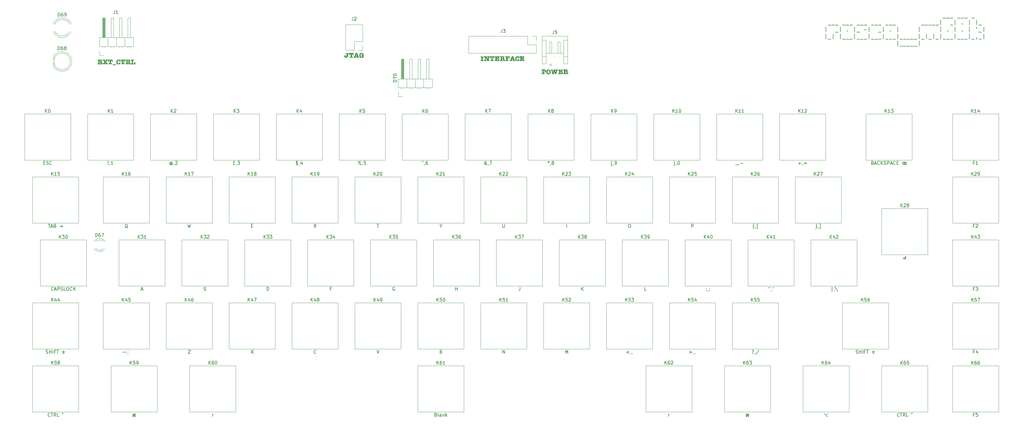
<source format=gbr>
G04 #@! TF.GenerationSoftware,KiCad,Pcbnew,7.0.9*
G04 #@! TF.CreationDate,2023-11-26T15:51:42+00:00*
G04 #@! TF.ProjectId,rosco_m68k_keyboard-2,726f7363-6f5f-46d3-9638-6b5f6b657962,0*
G04 #@! TF.SameCoordinates,Original*
G04 #@! TF.FileFunction,Legend,Top*
G04 #@! TF.FilePolarity,Positive*
%FSLAX46Y46*%
G04 Gerber Fmt 4.6, Leading zero omitted, Abs format (unit mm)*
G04 Created by KiCad (PCBNEW 7.0.9) date 2023-11-26 15:51:42*
%MOMM*%
%LPD*%
G01*
G04 APERTURE LIST*
%ADD10C,0.300000*%
%ADD11C,0.150000*%
%ADD12C,0.012500*%
%ADD13C,0.120000*%
G04 APERTURE END LIST*
D10*
G36*
X92284723Y-99619528D02*
G01*
X92268048Y-99619723D01*
X92252826Y-99620307D01*
X92235845Y-99621584D01*
X92221135Y-99623470D01*
X92206481Y-99626535D01*
X92192033Y-99631985D01*
X92179756Y-99642333D01*
X92171633Y-99654664D01*
X92165726Y-99670188D01*
X92162495Y-99685566D01*
X92160803Y-99703161D01*
X92160526Y-99714783D01*
X92160526Y-99830554D01*
X92161167Y-99847041D01*
X92163421Y-99862960D01*
X92167829Y-99877386D01*
X92170784Y-99883311D01*
X92181776Y-99893323D01*
X92196630Y-99898423D01*
X92211829Y-99900467D01*
X92224639Y-99900896D01*
X92242514Y-99900313D01*
X92258630Y-99898565D01*
X92277383Y-99894420D01*
X92293011Y-99888204D01*
X92305513Y-99879915D01*
X92316745Y-99866639D01*
X92323094Y-99850126D01*
X92324657Y-99834584D01*
X92324657Y-99807473D01*
X92324657Y-99792767D01*
X92324657Y-99777860D01*
X92324657Y-99776699D01*
X92325565Y-99761182D01*
X92329601Y-99742866D01*
X92336865Y-99727264D01*
X92347358Y-99714376D01*
X92361079Y-99704200D01*
X92378029Y-99696739D01*
X92392861Y-99692923D01*
X92409508Y-99690634D01*
X92427972Y-99689870D01*
X92447221Y-99690811D01*
X92464576Y-99693631D01*
X92480039Y-99698333D01*
X92493608Y-99704914D01*
X92508755Y-99716615D01*
X92520536Y-99731659D01*
X92527162Y-99745136D01*
X92531896Y-99760493D01*
X92534736Y-99777731D01*
X92535683Y-99796849D01*
X92535408Y-99811915D01*
X92534584Y-99827807D01*
X92533210Y-99844522D01*
X92531557Y-99859824D01*
X92531286Y-99862062D01*
X92529311Y-99879206D01*
X92527600Y-99896019D01*
X92526151Y-99912500D01*
X92524966Y-99928648D01*
X92524045Y-99944465D01*
X92523386Y-99959950D01*
X92522992Y-99975102D01*
X92522860Y-99989923D01*
X92523012Y-100007697D01*
X92523353Y-100022947D01*
X92523888Y-100039113D01*
X92524618Y-100056195D01*
X92525542Y-100074192D01*
X92526661Y-100093106D01*
X92527628Y-100107892D01*
X92528705Y-100123193D01*
X92529088Y-100128408D01*
X92530267Y-100143698D01*
X92531658Y-100162712D01*
X92532843Y-100180157D01*
X92533821Y-100196034D01*
X92534755Y-100213674D01*
X92535367Y-100228863D01*
X92535676Y-100243856D01*
X92535683Y-100246011D01*
X92535258Y-100261007D01*
X92533026Y-100281685D01*
X92528882Y-100300187D01*
X92522825Y-100316513D01*
X92514856Y-100330662D01*
X92504973Y-100342633D01*
X92493179Y-100352429D01*
X92479471Y-100360047D01*
X92463851Y-100365489D01*
X92446318Y-100368754D01*
X92426872Y-100369842D01*
X92408605Y-100368931D01*
X92392135Y-100366197D01*
X92377462Y-100361641D01*
X92360692Y-100352731D01*
X92347116Y-100340581D01*
X92336735Y-100325191D01*
X92331045Y-100311522D01*
X92327152Y-100296030D01*
X92325056Y-100278717D01*
X92324657Y-100266161D01*
X92324657Y-100255903D01*
X92324657Y-100240007D01*
X92324657Y-100224442D01*
X92324657Y-100209210D01*
X92324657Y-100206810D01*
X92321218Y-100190127D01*
X92310901Y-100176894D01*
X92297050Y-100168505D01*
X92282530Y-100163519D01*
X92264953Y-100160067D01*
X92249764Y-100158485D01*
X92232856Y-100157766D01*
X92226838Y-100157718D01*
X92211296Y-100158708D01*
X92194782Y-100162731D01*
X92181507Y-100169849D01*
X92169851Y-100182476D01*
X92163699Y-100196402D01*
X92160785Y-100213424D01*
X92160526Y-100221099D01*
X92160526Y-100369476D01*
X92160932Y-100386008D01*
X92162151Y-100401167D01*
X92164819Y-100418183D01*
X92168756Y-100433052D01*
X92175157Y-100448061D01*
X92184937Y-100461665D01*
X92186537Y-100463265D01*
X92200056Y-100472973D01*
X92215049Y-100479395D01*
X92229943Y-100483410D01*
X92247020Y-100486208D01*
X92262252Y-100487570D01*
X92278882Y-100488154D01*
X92283258Y-100488178D01*
X92403425Y-100488178D01*
X92419735Y-100488092D01*
X92435419Y-100487835D01*
X92450476Y-100487405D01*
X92471885Y-100486439D01*
X92491885Y-100485087D01*
X92510474Y-100483348D01*
X92527653Y-100481223D01*
X92543421Y-100478711D01*
X92562252Y-100474761D01*
X92578575Y-100470125D01*
X92589172Y-100466196D01*
X92604476Y-100458504D01*
X92617186Y-100449166D01*
X92627302Y-100438182D01*
X92634824Y-100425553D01*
X92639753Y-100411277D01*
X92642087Y-100395356D01*
X92642295Y-100388527D01*
X92641882Y-100373758D01*
X92640646Y-100357661D01*
X92638888Y-100342486D01*
X92636499Y-100326295D01*
X92635700Y-100321482D01*
X92633273Y-100305106D01*
X92631442Y-100289956D01*
X92630080Y-100274146D01*
X92629478Y-100258274D01*
X92629472Y-100256636D01*
X92630187Y-100238638D01*
X92632334Y-100221648D01*
X92635912Y-100205665D01*
X92640921Y-100190690D01*
X92647361Y-100176723D01*
X92655232Y-100163763D01*
X92664534Y-100151810D01*
X92675267Y-100140865D01*
X92687220Y-100131076D01*
X92700180Y-100122592D01*
X92714148Y-100115414D01*
X92729123Y-100109541D01*
X92745106Y-100104973D01*
X92762096Y-100101710D01*
X92780093Y-100099752D01*
X92799099Y-100099099D01*
X92818308Y-100099723D01*
X92836279Y-100101595D01*
X92853010Y-100104715D01*
X92868502Y-100109083D01*
X92882754Y-100114698D01*
X92895767Y-100121562D01*
X92912963Y-100134197D01*
X92927370Y-100149640D01*
X92938989Y-100167891D01*
X92945186Y-100181619D01*
X92950143Y-100196594D01*
X92953861Y-100212817D01*
X92956340Y-100230288D01*
X92957579Y-100249007D01*
X92957734Y-100258834D01*
X92957627Y-100275129D01*
X92957305Y-100291728D01*
X92956768Y-100308631D01*
X92956017Y-100325839D01*
X92955051Y-100343350D01*
X92953870Y-100361166D01*
X92953338Y-100368377D01*
X92951963Y-100385678D01*
X92950723Y-100401723D01*
X92949619Y-100416513D01*
X92948357Y-100434279D01*
X92947335Y-100449812D01*
X92946396Y-100466089D01*
X92945764Y-100481017D01*
X92945644Y-100488178D01*
X92946253Y-100503699D01*
X92947568Y-100520418D01*
X92949281Y-100537987D01*
X92951121Y-100554909D01*
X92952865Y-100569942D01*
X92953338Y-100573907D01*
X92955051Y-100590522D01*
X92956343Y-100607347D01*
X92957215Y-100624382D01*
X92957627Y-100639151D01*
X92957734Y-100651577D01*
X92956643Y-100668272D01*
X92953368Y-100683326D01*
X92945606Y-100700843D01*
X92933962Y-100715440D01*
X92918437Y-100727118D01*
X92904247Y-100733960D01*
X92887873Y-100739161D01*
X92869316Y-100742719D01*
X92848576Y-100744635D01*
X92833537Y-100745000D01*
X92816582Y-100745000D01*
X92799640Y-100745000D01*
X92784244Y-100745000D01*
X92767211Y-100745000D01*
X92748541Y-100745000D01*
X92733463Y-100745000D01*
X92717465Y-100745000D01*
X92700547Y-100745000D01*
X92680640Y-100745000D01*
X92659296Y-100745000D01*
X92636516Y-100745000D01*
X92612299Y-100745000D01*
X92586644Y-100745000D01*
X92559554Y-100745000D01*
X92531026Y-100745000D01*
X92516223Y-100745000D01*
X92501061Y-100745000D01*
X92485540Y-100745000D01*
X92469660Y-100745000D01*
X92453420Y-100745000D01*
X92436821Y-100745000D01*
X92419864Y-100745000D01*
X92402546Y-100745000D01*
X92384870Y-100745000D01*
X92366834Y-100745000D01*
X92348440Y-100745000D01*
X92329686Y-100745000D01*
X92310573Y-100745000D01*
X92291100Y-100745000D01*
X92271268Y-100745000D01*
X92251078Y-100745000D01*
X92230528Y-100745000D01*
X92209618Y-100745000D01*
X92194752Y-100745000D01*
X92178600Y-100745000D01*
X92162632Y-100745000D01*
X92143360Y-100745000D01*
X92128677Y-100745000D01*
X92112526Y-100745000D01*
X92094906Y-100745000D01*
X92075818Y-100745000D01*
X92055261Y-100745000D01*
X92033237Y-100745000D01*
X92021674Y-100745000D01*
X92002271Y-100745057D01*
X91983493Y-100745231D01*
X91965340Y-100745521D01*
X91947811Y-100745927D01*
X91930907Y-100746448D01*
X91914628Y-100747086D01*
X91898973Y-100747840D01*
X91883943Y-100748709D01*
X91864875Y-100750048D01*
X91846918Y-100751594D01*
X91686450Y-100766249D01*
X91678024Y-100768447D01*
X91667399Y-100768447D01*
X91652275Y-100767771D01*
X91634369Y-100765027D01*
X91617571Y-100760172D01*
X91601882Y-100753206D01*
X91587303Y-100744129D01*
X91573833Y-100732942D01*
X91566283Y-100725216D01*
X91555095Y-100711152D01*
X91545804Y-100695978D01*
X91538408Y-100679696D01*
X91532909Y-100662304D01*
X91529875Y-100647592D01*
X91528055Y-100632171D01*
X91527448Y-100616039D01*
X91528208Y-100598415D01*
X91530489Y-100581721D01*
X91534291Y-100565958D01*
X91539613Y-100551124D01*
X91546455Y-100537221D01*
X91554818Y-100524248D01*
X91558589Y-100519319D01*
X91568723Y-100508026D01*
X91581947Y-100497001D01*
X91596329Y-100488732D01*
X91611871Y-100483219D01*
X91628572Y-100480463D01*
X91637357Y-100480118D01*
X91653055Y-100480602D01*
X91668668Y-100481632D01*
X91683374Y-100482869D01*
X91685351Y-100483049D01*
X91700326Y-100484171D01*
X91715825Y-100485123D01*
X91730625Y-100485611D01*
X91731513Y-100485614D01*
X91747028Y-100482161D01*
X91759913Y-100471803D01*
X91768328Y-100458546D01*
X91775060Y-100440868D01*
X91779005Y-100424711D01*
X91782003Y-100406067D01*
X91784054Y-100384937D01*
X91784895Y-100369470D01*
X91785316Y-100352897D01*
X91785369Y-100344197D01*
X91785369Y-99769371D01*
X91785158Y-99752513D01*
X91784527Y-99736742D01*
X91783475Y-99722059D01*
X91781109Y-99702073D01*
X91777795Y-99684535D01*
X91773535Y-99669444D01*
X91766382Y-99653130D01*
X91757547Y-99641165D01*
X91744135Y-99632328D01*
X91731513Y-99630153D01*
X91716376Y-99631556D01*
X91701831Y-99633938D01*
X91685740Y-99637030D01*
X91683519Y-99637480D01*
X91667834Y-99640378D01*
X91651903Y-99642326D01*
X91637357Y-99642976D01*
X91620661Y-99641636D01*
X91604917Y-99637618D01*
X91590126Y-99630920D01*
X91576289Y-99621543D01*
X91563405Y-99609488D01*
X91559322Y-99604874D01*
X91550139Y-99592396D01*
X91542513Y-99579007D01*
X91536444Y-99564704D01*
X91531930Y-99549490D01*
X91528973Y-99533363D01*
X91527573Y-99516324D01*
X91527448Y-99509253D01*
X91528052Y-99491374D01*
X91529864Y-99474649D01*
X91532883Y-99459077D01*
X91537111Y-99444658D01*
X91545717Y-99425193D01*
X91557041Y-99408324D01*
X91571082Y-99394049D01*
X91587841Y-99382371D01*
X91607318Y-99373287D01*
X91621812Y-99368673D01*
X91637514Y-99365213D01*
X91654424Y-99362906D01*
X91672542Y-99361752D01*
X91682054Y-99361608D01*
X91698119Y-99361621D01*
X91715482Y-99361651D01*
X91731975Y-99361689D01*
X91750779Y-99361737D01*
X91766401Y-99361781D01*
X91783323Y-99361832D01*
X91801546Y-99361889D01*
X91821070Y-99361952D01*
X91827867Y-99361974D01*
X91848435Y-99362063D01*
X91868923Y-99362146D01*
X91889330Y-99362223D01*
X91909658Y-99362295D01*
X91929905Y-99362361D01*
X91950072Y-99362421D01*
X91970159Y-99362475D01*
X91990166Y-99362524D01*
X92010093Y-99362567D01*
X92029940Y-99362604D01*
X92049706Y-99362636D01*
X92069392Y-99362661D01*
X92088999Y-99362681D01*
X92108525Y-99362696D01*
X92127971Y-99362704D01*
X92147336Y-99362707D01*
X92164477Y-99362707D01*
X92183906Y-99362707D01*
X92203075Y-99362707D01*
X92218045Y-99362707D01*
X92234766Y-99362707D01*
X92253239Y-99362707D01*
X92273463Y-99362707D01*
X92295439Y-99362707D01*
X92319167Y-99362707D01*
X92344647Y-99362707D01*
X92371878Y-99362707D01*
X92400861Y-99362707D01*
X92422104Y-99362703D01*
X92442420Y-99362690D01*
X92461809Y-99362668D01*
X92480270Y-99362638D01*
X92497804Y-99362600D01*
X92514411Y-99362553D01*
X92530090Y-99362497D01*
X92544842Y-99362432D01*
X92565231Y-99362320D01*
X92583533Y-99362188D01*
X92599749Y-99362036D01*
X92618125Y-99361804D01*
X92629472Y-99361608D01*
X92646376Y-99361608D01*
X92663428Y-99361608D01*
X92680628Y-99361608D01*
X92697976Y-99361608D01*
X92715473Y-99361608D01*
X92733117Y-99361608D01*
X92750910Y-99361608D01*
X92768851Y-99361608D01*
X92786939Y-99361608D01*
X92805176Y-99361608D01*
X92817417Y-99361608D01*
X92838303Y-99362513D01*
X92857134Y-99365227D01*
X92873912Y-99369751D01*
X92888635Y-99376085D01*
X92901303Y-99384229D01*
X92914999Y-99397901D01*
X92922874Y-99410267D01*
X92928695Y-99424443D01*
X92932461Y-99440428D01*
X92934173Y-99458223D01*
X92934287Y-99464556D01*
X92933726Y-99480793D01*
X92932352Y-99497082D01*
X92930577Y-99512328D01*
X92928230Y-99529096D01*
X92925941Y-99543604D01*
X92923285Y-99559086D01*
X92922563Y-99563108D01*
X92919816Y-99578833D01*
X92917434Y-99593585D01*
X92914973Y-99610657D01*
X92913084Y-99626207D01*
X92911572Y-99642861D01*
X92910851Y-99659523D01*
X92910840Y-99661660D01*
X92911401Y-99677614D01*
X92912774Y-99693465D01*
X92914549Y-99708209D01*
X92916896Y-99724348D01*
X92919816Y-99741883D01*
X92922563Y-99756915D01*
X92925311Y-99771913D01*
X92928230Y-99789308D01*
X92930577Y-99805201D01*
X92932638Y-99822288D01*
X92933875Y-99837212D01*
X92934287Y-99849972D01*
X92933600Y-99864964D01*
X92930809Y-99882851D01*
X92925872Y-99899790D01*
X92918788Y-99915781D01*
X92909557Y-99930824D01*
X92898180Y-99944918D01*
X92890323Y-99952920D01*
X92879092Y-99962709D01*
X92864119Y-99973109D01*
X92848108Y-99981471D01*
X92831060Y-99987793D01*
X92816675Y-99991382D01*
X92801625Y-99993666D01*
X92785912Y-99994645D01*
X92781879Y-99994685D01*
X92763424Y-99994044D01*
X92746159Y-99992121D01*
X92730085Y-99988915D01*
X92715201Y-99984427D01*
X92701508Y-99978657D01*
X92683201Y-99967597D01*
X92667574Y-99953653D01*
X92654625Y-99936823D01*
X92647481Y-99924000D01*
X92641528Y-99909895D01*
X92636765Y-99894508D01*
X92633193Y-99877838D01*
X92630811Y-99859886D01*
X92629621Y-99840652D01*
X92629472Y-99830554D01*
X92629472Y-99815465D01*
X92629472Y-99800045D01*
X92629472Y-99785181D01*
X92629472Y-99768798D01*
X92629472Y-99753984D01*
X92629472Y-99739269D01*
X92629472Y-99723263D01*
X92629472Y-99706869D01*
X92629472Y-99691138D01*
X92629472Y-99681444D01*
X92627772Y-99665121D01*
X92622671Y-99651322D01*
X92612423Y-99638414D01*
X92599955Y-99630085D01*
X92584087Y-99624280D01*
X92581112Y-99623558D01*
X92565248Y-99621433D01*
X92550612Y-99620536D01*
X92535483Y-99620005D01*
X92517689Y-99619670D01*
X92501535Y-99619544D01*
X92492818Y-99619528D01*
X92284723Y-99619528D01*
G37*
G36*
X93391143Y-100351524D02*
G01*
X93605833Y-100052205D01*
X93393341Y-99729438D01*
X93384337Y-99716128D01*
X93375367Y-99703678D01*
X93361976Y-99686612D01*
X93348662Y-99671478D01*
X93335426Y-99658276D01*
X93322267Y-99647006D01*
X93309185Y-99637668D01*
X93296180Y-99630262D01*
X93278961Y-99623392D01*
X93261880Y-99619958D01*
X93253390Y-99619528D01*
X93223348Y-99619528D01*
X93207961Y-99619528D01*
X93193055Y-99619528D01*
X93187445Y-99619528D01*
X93166559Y-99618408D01*
X93147727Y-99615046D01*
X93130950Y-99609443D01*
X93116227Y-99601600D01*
X93103558Y-99591514D01*
X93092944Y-99579188D01*
X93084384Y-99564621D01*
X93077879Y-99547813D01*
X93073428Y-99528763D01*
X93071031Y-99507473D01*
X93070574Y-99492034D01*
X93071284Y-99475313D01*
X93073414Y-99459404D01*
X93076963Y-99444309D01*
X93081932Y-99430027D01*
X93088320Y-99416557D01*
X93096128Y-99403900D01*
X93105356Y-99392056D01*
X93116004Y-99381025D01*
X93127865Y-99370979D01*
X93140550Y-99362272D01*
X93154060Y-99354905D01*
X93168394Y-99348877D01*
X93183552Y-99344189D01*
X93199535Y-99340840D01*
X93216342Y-99338830D01*
X93233973Y-99338161D01*
X93248866Y-99338328D01*
X93265689Y-99338947D01*
X93281915Y-99340021D01*
X93297545Y-99341551D01*
X93308345Y-99342923D01*
X93325133Y-99345186D01*
X93341060Y-99347303D01*
X93356125Y-99349273D01*
X93377108Y-99351956D01*
X93396152Y-99354309D01*
X93413258Y-99356335D01*
X93428425Y-99358032D01*
X93445633Y-99359783D01*
X93462296Y-99361152D01*
X93473575Y-99361608D01*
X93490152Y-99361196D01*
X93505992Y-99360223D01*
X93523675Y-99358677D01*
X93539149Y-99357028D01*
X93555801Y-99355013D01*
X93573633Y-99352632D01*
X93592644Y-99349884D01*
X93611649Y-99347137D01*
X93629463Y-99344755D01*
X93646087Y-99342740D01*
X93661520Y-99341092D01*
X93679137Y-99339546D01*
X93694893Y-99338573D01*
X93711346Y-99338161D01*
X93729347Y-99339154D01*
X93746257Y-99342132D01*
X93762077Y-99347096D01*
X93776805Y-99354046D01*
X93790441Y-99362982D01*
X93802987Y-99373903D01*
X93807699Y-99378827D01*
X93818465Y-99392002D01*
X93827406Y-99406340D01*
X93834522Y-99421841D01*
X93839813Y-99438504D01*
X93843280Y-99456331D01*
X93844740Y-99471429D01*
X93845069Y-99483241D01*
X93844192Y-99500568D01*
X93841562Y-99516142D01*
X93836093Y-99532517D01*
X93828098Y-99546367D01*
X93817580Y-99557693D01*
X93809165Y-99563841D01*
X93775826Y-99584724D01*
X93763606Y-99593283D01*
X93754101Y-99605160D01*
X93750547Y-99619895D01*
X93752218Y-99634710D01*
X93756423Y-99650039D01*
X93762064Y-99664937D01*
X93768202Y-99678592D01*
X93775646Y-99693373D01*
X93777291Y-99696465D01*
X93878774Y-99884776D01*
X93995278Y-99696465D01*
X94003349Y-99683007D01*
X94011925Y-99667746D01*
X94018820Y-99654220D01*
X94024873Y-99640280D01*
X94029178Y-99625579D01*
X94029716Y-99619895D01*
X94025181Y-99605076D01*
X94014260Y-99593104D01*
X94002239Y-99584724D01*
X93987212Y-99574517D01*
X93974189Y-99563681D01*
X93963169Y-99552215D01*
X93954153Y-99540119D01*
X93945701Y-99524114D01*
X93940379Y-99507125D01*
X93938188Y-99489152D01*
X93938125Y-99485439D01*
X93938692Y-99469268D01*
X93940392Y-99453909D01*
X93943226Y-99439363D01*
X93948361Y-99422324D01*
X93955268Y-99406555D01*
X93963946Y-99392056D01*
X93974395Y-99378827D01*
X93986293Y-99367112D01*
X93999318Y-99357382D01*
X94013470Y-99349638D01*
X94028749Y-99343879D01*
X94045155Y-99340107D01*
X94062687Y-99338320D01*
X94070016Y-99338161D01*
X94085906Y-99338573D01*
X94101174Y-99339546D01*
X94118285Y-99341092D01*
X94133300Y-99342740D01*
X94149494Y-99344755D01*
X94166868Y-99347137D01*
X94185421Y-99349884D01*
X94204002Y-99352632D01*
X94221462Y-99355013D01*
X94237800Y-99357028D01*
X94253015Y-99358677D01*
X94270457Y-99360223D01*
X94286145Y-99361196D01*
X94302657Y-99361608D01*
X94318234Y-99361196D01*
X94333182Y-99360223D01*
X94349918Y-99358677D01*
X94364596Y-99357028D01*
X94380418Y-99355013D01*
X94397386Y-99352632D01*
X94415498Y-99349884D01*
X94433575Y-99347137D01*
X94450440Y-99344755D01*
X94466090Y-99342740D01*
X94483947Y-99340737D01*
X94499907Y-99339306D01*
X94516557Y-99338344D01*
X94526140Y-99338161D01*
X94543800Y-99339243D01*
X94560601Y-99342490D01*
X94576543Y-99347901D01*
X94591627Y-99355477D01*
X94605853Y-99365218D01*
X94619219Y-99377123D01*
X94624325Y-99382491D01*
X94633857Y-99393882D01*
X94643983Y-99408991D01*
X94652125Y-99425066D01*
X94658280Y-99442107D01*
X94661775Y-99456436D01*
X94663999Y-99471382D01*
X94664952Y-99486947D01*
X94664992Y-99490935D01*
X94664214Y-99508074D01*
X94661879Y-99524229D01*
X94657988Y-99539401D01*
X94652541Y-99553589D01*
X94645538Y-99566792D01*
X94636978Y-99579012D01*
X94633118Y-99583625D01*
X94622683Y-99593968D01*
X94608910Y-99604066D01*
X94593772Y-99611639D01*
X94577269Y-99616688D01*
X94562473Y-99618967D01*
X94549953Y-99619528D01*
X94537131Y-99619528D01*
X94522476Y-99619528D01*
X94507432Y-99619528D01*
X94492251Y-99619528D01*
X94485840Y-99619528D01*
X94469720Y-99622248D01*
X94455704Y-99628338D01*
X94440691Y-99637910D01*
X94428778Y-99647372D01*
X94416305Y-99658792D01*
X94403272Y-99672170D01*
X94389678Y-99687506D01*
X94380304Y-99698818D01*
X94370681Y-99710999D01*
X94360810Y-99724051D01*
X94355780Y-99730903D01*
X94142556Y-100020331D01*
X94355780Y-100352990D01*
X94394249Y-100403548D01*
X94426489Y-100450443D01*
X94439848Y-100459652D01*
X94453962Y-100465847D01*
X94468828Y-100469028D01*
X94477413Y-100469494D01*
X94492560Y-100468978D01*
X94507806Y-100467257D01*
X94515515Y-100465830D01*
X94530834Y-100464593D01*
X94537131Y-100463632D01*
X94551819Y-100463632D01*
X94555815Y-100463632D01*
X94575326Y-100464768D01*
X94592918Y-100468178D01*
X94608591Y-100473862D01*
X94622345Y-100481818D01*
X94634179Y-100492048D01*
X94644095Y-100504551D01*
X94652091Y-100519328D01*
X94658168Y-100536378D01*
X94662326Y-100555701D01*
X94664565Y-100577298D01*
X94664992Y-100592958D01*
X94664333Y-100608924D01*
X94662358Y-100624214D01*
X94659067Y-100638828D01*
X94654459Y-100652767D01*
X94646847Y-100669241D01*
X94637178Y-100684660D01*
X94627962Y-100696234D01*
X94622860Y-100701769D01*
X94611955Y-100711901D01*
X94597277Y-100722666D01*
X94581436Y-100731321D01*
X94564433Y-100737865D01*
X94549993Y-100741580D01*
X94534809Y-100743944D01*
X94518881Y-100744957D01*
X94514782Y-100745000D01*
X94498563Y-100743695D01*
X94481407Y-100741377D01*
X94463234Y-100738560D01*
X94446158Y-100735726D01*
X94426826Y-100732377D01*
X94410848Y-100729527D01*
X94405239Y-100728513D01*
X94389238Y-100726147D01*
X94373287Y-100724550D01*
X94354956Y-100723292D01*
X94338578Y-100722531D01*
X94320678Y-100721987D01*
X94301255Y-100721661D01*
X94285688Y-100721559D01*
X94280309Y-100721552D01*
X94263745Y-100721613D01*
X94247985Y-100721797D01*
X94233030Y-100722103D01*
X94214343Y-100722701D01*
X94197086Y-100723517D01*
X94181261Y-100724550D01*
X94163492Y-100726147D01*
X94147959Y-100728085D01*
X94145121Y-100728513D01*
X94126875Y-100731459D01*
X94110195Y-100734116D01*
X94095079Y-100736483D01*
X94077359Y-100739187D01*
X94062421Y-100741377D01*
X94047661Y-100743390D01*
X94033086Y-100744935D01*
X94031182Y-100745000D01*
X94015099Y-100744087D01*
X94000055Y-100741350D01*
X93986048Y-100736789D01*
X93970609Y-100728906D01*
X93956664Y-100718396D01*
X93946185Y-100707630D01*
X93937108Y-100695434D01*
X93929570Y-100682200D01*
X93923570Y-100667928D01*
X93919108Y-100652618D01*
X93916185Y-100636272D01*
X93914801Y-100618887D01*
X93914678Y-100611643D01*
X93915180Y-100594414D01*
X93916687Y-100579271D01*
X93919715Y-100564242D01*
X93925617Y-100549092D01*
X93928966Y-100543866D01*
X93939759Y-100532393D01*
X93951681Y-100522708D01*
X93964354Y-100513877D01*
X93979295Y-100504556D01*
X93990515Y-100498070D01*
X94003017Y-100489873D01*
X94013622Y-100479239D01*
X94019064Y-100464774D01*
X94019092Y-100463632D01*
X94015640Y-100448193D01*
X94009503Y-100433264D01*
X94002887Y-100419632D01*
X93994545Y-100403914D01*
X93878774Y-100194354D01*
X93758240Y-100380833D01*
X93748451Y-100396135D01*
X93739968Y-100410165D01*
X93731199Y-100425917D01*
X93724469Y-100439682D01*
X93719085Y-100453580D01*
X93716475Y-100467662D01*
X93720741Y-100482152D01*
X93731341Y-100493147D01*
X93735892Y-100496238D01*
X93776192Y-100520418D01*
X93789068Y-100529504D01*
X93799762Y-100540504D01*
X93808274Y-100553418D01*
X93814603Y-100568246D01*
X93818750Y-100584988D01*
X93820496Y-100599760D01*
X93820888Y-100611643D01*
X93820380Y-100627792D01*
X93818856Y-100642898D01*
X93814665Y-100663605D01*
X93808187Y-100681968D01*
X93799424Y-100697986D01*
X93788374Y-100711660D01*
X93775037Y-100722990D01*
X93759415Y-100731976D01*
X93741507Y-100738618D01*
X93721312Y-100742916D01*
X93706579Y-100744479D01*
X93690829Y-100745000D01*
X93675657Y-100743666D01*
X93658211Y-100741774D01*
X93639618Y-100739667D01*
X93622969Y-100737742D01*
X93604001Y-100735520D01*
X93582714Y-100733002D01*
X93567236Y-100731159D01*
X93550726Y-100729184D01*
X93542085Y-100728147D01*
X93524433Y-100726247D01*
X93507424Y-100724669D01*
X93491059Y-100723413D01*
X93475338Y-100722480D01*
X93460262Y-100721868D01*
X93443019Y-100721559D01*
X93440236Y-100721552D01*
X93423109Y-100721767D01*
X93406304Y-100722411D01*
X93389822Y-100723484D01*
X93373661Y-100724987D01*
X93357822Y-100726919D01*
X93342305Y-100729280D01*
X93336189Y-100730345D01*
X93321128Y-100732964D01*
X93302489Y-100736055D01*
X93285499Y-100738688D01*
X93270157Y-100740864D01*
X93253299Y-100742939D01*
X93236469Y-100744484D01*
X93223348Y-100745000D01*
X93206799Y-100744335D01*
X93191040Y-100742343D01*
X93176070Y-100739023D01*
X93161891Y-100734375D01*
X93148501Y-100728399D01*
X93132875Y-100719061D01*
X93121263Y-100710096D01*
X93113073Y-100702501D01*
X93103112Y-100691493D01*
X93092529Y-100676654D01*
X93084021Y-100660617D01*
X93078709Y-100646924D01*
X93074725Y-100632464D01*
X93072069Y-100617237D01*
X93070740Y-100601243D01*
X93070574Y-100592958D01*
X93071007Y-100577298D01*
X93072303Y-100562647D01*
X93075869Y-100542566D01*
X93081379Y-100524759D01*
X93088835Y-100509224D01*
X93098235Y-100495963D01*
X93109580Y-100484976D01*
X93122870Y-100476261D01*
X93138105Y-100469820D01*
X93155285Y-100465652D01*
X93174409Y-100463758D01*
X93181216Y-100463632D01*
X93196494Y-100464193D01*
X93211941Y-100465421D01*
X93223348Y-100466563D01*
X93239284Y-100468108D01*
X93254534Y-100469207D01*
X93264015Y-100469494D01*
X93279728Y-100468154D01*
X93294024Y-100463205D01*
X93298819Y-100459968D01*
X93310040Y-100448882D01*
X93320471Y-100437364D01*
X93331449Y-100424728D01*
X93342034Y-100412251D01*
X93349011Y-100403914D01*
X93391143Y-100351524D01*
G37*
G36*
X95122581Y-100477920D02*
G01*
X95138294Y-100475871D01*
X95151913Y-100469723D01*
X95163436Y-100459476D01*
X95172864Y-100445130D01*
X95180197Y-100426686D01*
X95184322Y-100410163D01*
X95187268Y-100391335D01*
X95189036Y-100370201D01*
X95189560Y-100354831D01*
X95189625Y-100346762D01*
X95189625Y-99737498D01*
X95189259Y-99720373D01*
X95188160Y-99704353D01*
X95186328Y-99689438D01*
X95182207Y-99669137D01*
X95176436Y-99651322D01*
X95169017Y-99635993D01*
X95159950Y-99623149D01*
X95149234Y-99612792D01*
X95136869Y-99604920D01*
X95122855Y-99599534D01*
X95107193Y-99596634D01*
X95095836Y-99596081D01*
X95079075Y-99596725D01*
X95063962Y-99598657D01*
X95046377Y-99603237D01*
X95031722Y-99610106D01*
X95019999Y-99619265D01*
X95009466Y-99633934D01*
X95004337Y-99648245D01*
X95002138Y-99664846D01*
X95002047Y-99669354D01*
X95002047Y-99685275D01*
X95002047Y-99701155D01*
X95002047Y-99717341D01*
X95002047Y-99732917D01*
X95002047Y-99735666D01*
X95002047Y-99751504D01*
X95002047Y-99767996D01*
X95002047Y-99784225D01*
X95002047Y-99799143D01*
X95002047Y-99801978D01*
X95001452Y-99825314D01*
X94999666Y-99847144D01*
X94996689Y-99867468D01*
X94992521Y-99886287D01*
X94987163Y-99903601D01*
X94980615Y-99919409D01*
X94972875Y-99933712D01*
X94963945Y-99946509D01*
X94953824Y-99957800D01*
X94942513Y-99967586D01*
X94930010Y-99975866D01*
X94916318Y-99982641D01*
X94901434Y-99987911D01*
X94885360Y-99991674D01*
X94868095Y-99993933D01*
X94849639Y-99994685D01*
X94832346Y-99993941D01*
X94816003Y-99991709D01*
X94800609Y-99987988D01*
X94786167Y-99982779D01*
X94772674Y-99976081D01*
X94760132Y-99967895D01*
X94748540Y-99958221D01*
X94737898Y-99947058D01*
X94728367Y-99934648D01*
X94720107Y-99921229D01*
X94713117Y-99906804D01*
X94707398Y-99891371D01*
X94702951Y-99874930D01*
X94699773Y-99857482D01*
X94697867Y-99839026D01*
X94697232Y-99819563D01*
X94698079Y-99803054D01*
X94699826Y-99787036D01*
X94702011Y-99771306D01*
X94704857Y-99753412D01*
X94707610Y-99737538D01*
X94710787Y-99720279D01*
X94713637Y-99703320D01*
X94716004Y-99686791D01*
X94717887Y-99670691D01*
X94719288Y-99655020D01*
X94720206Y-99639779D01*
X94720640Y-99624967D01*
X94720679Y-99619162D01*
X94719786Y-99603202D01*
X94717944Y-99586875D01*
X94715642Y-99570415D01*
X94713298Y-99555380D01*
X94710507Y-99538685D01*
X94707270Y-99520329D01*
X94706391Y-99515481D01*
X94703752Y-99499610D01*
X94701561Y-99484741D01*
X94699522Y-99468220D01*
X94698126Y-99453142D01*
X94697312Y-99437374D01*
X94697232Y-99431217D01*
X94698050Y-99414587D01*
X94700503Y-99399593D01*
X94706319Y-99382144D01*
X94715043Y-99367604D01*
X94726675Y-99355972D01*
X94741216Y-99347248D01*
X94758664Y-99341432D01*
X94773658Y-99338979D01*
X94790288Y-99338161D01*
X94806133Y-99338170D01*
X94823211Y-99338196D01*
X94841524Y-99338241D01*
X94857063Y-99338290D01*
X94873392Y-99338350D01*
X94890511Y-99338422D01*
X94908420Y-99338505D01*
X94913020Y-99338527D01*
X94934752Y-99338616D01*
X94957539Y-99338699D01*
X94981383Y-99338776D01*
X95006283Y-99338848D01*
X95032239Y-99338913D01*
X95059251Y-99338974D01*
X95087320Y-99339028D01*
X95116444Y-99339077D01*
X95131402Y-99339099D01*
X95146625Y-99339120D01*
X95162111Y-99339139D01*
X95177862Y-99339157D01*
X95193876Y-99339173D01*
X95210155Y-99339188D01*
X95226697Y-99339202D01*
X95243504Y-99339214D01*
X95260574Y-99339225D01*
X95277909Y-99339234D01*
X95295508Y-99339242D01*
X95313371Y-99339248D01*
X95331497Y-99339253D01*
X95349888Y-99339257D01*
X95368543Y-99339259D01*
X95387462Y-99339260D01*
X95406539Y-99339259D01*
X95425346Y-99339257D01*
X95443885Y-99339253D01*
X95462155Y-99339248D01*
X95480155Y-99339242D01*
X95497887Y-99339234D01*
X95515349Y-99339225D01*
X95532542Y-99339214D01*
X95549467Y-99339202D01*
X95566122Y-99339188D01*
X95582508Y-99339173D01*
X95598625Y-99339157D01*
X95614473Y-99339139D01*
X95630052Y-99339120D01*
X95645362Y-99339099D01*
X95660403Y-99339077D01*
X95675175Y-99339053D01*
X95703912Y-99339001D01*
X95731573Y-99338944D01*
X95758157Y-99338881D01*
X95783665Y-99338813D01*
X95808097Y-99338738D01*
X95831453Y-99338658D01*
X95853732Y-99338572D01*
X95864468Y-99338527D01*
X95882626Y-99338441D01*
X95899914Y-99338367D01*
X95916332Y-99338304D01*
X95931879Y-99338252D01*
X95946557Y-99338212D01*
X95963680Y-99338178D01*
X95979444Y-99338162D01*
X95985369Y-99338161D01*
X96002392Y-99338979D01*
X96017740Y-99341432D01*
X96035601Y-99347248D01*
X96050484Y-99355972D01*
X96062391Y-99367604D01*
X96071321Y-99382144D01*
X96077274Y-99399593D01*
X96079786Y-99414587D01*
X96080623Y-99431217D01*
X96080062Y-99446617D01*
X96078688Y-99462133D01*
X96076914Y-99476696D01*
X96074567Y-99492745D01*
X96071647Y-99510277D01*
X96068900Y-99525373D01*
X96066152Y-99540462D01*
X96063232Y-99557972D01*
X96060885Y-99573979D01*
X96058825Y-99591204D01*
X96057588Y-99606265D01*
X96057176Y-99619162D01*
X96057649Y-99635521D01*
X96058809Y-99652111D01*
X96060306Y-99667745D01*
X96062286Y-99685026D01*
X96064218Y-99700036D01*
X96066459Y-99716098D01*
X96067068Y-99720279D01*
X96069490Y-99736236D01*
X96071675Y-99750860D01*
X96074216Y-99768285D01*
X96076334Y-99783341D01*
X96078386Y-99798827D01*
X96080147Y-99814287D01*
X96080623Y-99821762D01*
X96080256Y-99836444D01*
X96078625Y-99855108D01*
X96075688Y-99872731D01*
X96071446Y-99889312D01*
X96065899Y-99904851D01*
X96059047Y-99919348D01*
X96050890Y-99932803D01*
X96041427Y-99945217D01*
X96038858Y-99948157D01*
X96028073Y-99959062D01*
X96016418Y-99968513D01*
X96003893Y-99976510D01*
X95990498Y-99983053D01*
X95976232Y-99988142D01*
X95961097Y-99991777D01*
X95945091Y-99993958D01*
X95928216Y-99994685D01*
X95909760Y-99993957D01*
X95892495Y-99991772D01*
X95876421Y-99988130D01*
X95861537Y-99983031D01*
X95847845Y-99976475D01*
X95835342Y-99968462D01*
X95824031Y-99958992D01*
X95813910Y-99948066D01*
X95804980Y-99935682D01*
X95797241Y-99921842D01*
X95790692Y-99906545D01*
X95785334Y-99889791D01*
X95781166Y-99871580D01*
X95778190Y-99851912D01*
X95776404Y-99830788D01*
X95775808Y-99808206D01*
X95775808Y-99792389D01*
X95775808Y-99775995D01*
X95775808Y-99759846D01*
X95775808Y-99744665D01*
X95775808Y-99739330D01*
X95775808Y-99723753D01*
X95775808Y-99707535D01*
X95775808Y-99691575D01*
X95775808Y-99676905D01*
X95775808Y-99674117D01*
X95774308Y-99655827D01*
X95769809Y-99639976D01*
X95762310Y-99626564D01*
X95751811Y-99615590D01*
X95738313Y-99607055D01*
X95721815Y-99600958D01*
X95702318Y-99597300D01*
X95685726Y-99596157D01*
X95679821Y-99596081D01*
X95664645Y-99596579D01*
X95647302Y-99598602D01*
X95631766Y-99602182D01*
X95618036Y-99607318D01*
X95603945Y-99615535D01*
X95592456Y-99625994D01*
X95590794Y-99627955D01*
X95581954Y-99641406D01*
X95575985Y-99655114D01*
X95571285Y-99671094D01*
X95568440Y-99685514D01*
X95566408Y-99701388D01*
X95565189Y-99718716D01*
X95564782Y-99737498D01*
X95564782Y-100346762D01*
X95565066Y-100362644D01*
X95565916Y-100377502D01*
X95568254Y-100397867D01*
X95571866Y-100415927D01*
X95576754Y-100431681D01*
X95582917Y-100445130D01*
X95593118Y-100459476D01*
X95605586Y-100469723D01*
X95620321Y-100475871D01*
X95637323Y-100477920D01*
X95652102Y-100477369D01*
X95668257Y-100475955D01*
X95684721Y-100474004D01*
X95700563Y-100471802D01*
X95706199Y-100470959D01*
X95722574Y-100468469D01*
X95737351Y-100466494D01*
X95752573Y-100464841D01*
X95767308Y-100463811D01*
X95775075Y-100463632D01*
X95790559Y-100464107D01*
X95811910Y-100466601D01*
X95831015Y-100471234D01*
X95847871Y-100478004D01*
X95862481Y-100486913D01*
X95874842Y-100497960D01*
X95884956Y-100511145D01*
X95892823Y-100526468D01*
X95898441Y-100543928D01*
X95901813Y-100563528D01*
X95902937Y-100585265D01*
X95902326Y-100604608D01*
X95900492Y-100622703D01*
X95897437Y-100639550D01*
X95893159Y-100655149D01*
X95887660Y-100669500D01*
X95880938Y-100682603D01*
X95868563Y-100699918D01*
X95853439Y-100714425D01*
X95835565Y-100726125D01*
X95822121Y-100732364D01*
X95807455Y-100737356D01*
X95791567Y-100741100D01*
X95774456Y-100743596D01*
X95756124Y-100744844D01*
X95746499Y-100745000D01*
X95731112Y-100744879D01*
X95714992Y-100744519D01*
X95698139Y-100743918D01*
X95680554Y-100743076D01*
X95662235Y-100741994D01*
X95643184Y-100740672D01*
X95628415Y-100739522D01*
X95613234Y-100738238D01*
X95602884Y-100737306D01*
X95587405Y-100735842D01*
X95572201Y-100734472D01*
X95557272Y-100733197D01*
X95542617Y-100732016D01*
X95521151Y-100730423D01*
X95500302Y-100729041D01*
X95480072Y-100727872D01*
X95460460Y-100726916D01*
X95441466Y-100726172D01*
X95423091Y-100725641D01*
X95405334Y-100725322D01*
X95388195Y-100725216D01*
X95370748Y-100725322D01*
X95352753Y-100725641D01*
X95334212Y-100726172D01*
X95315122Y-100726916D01*
X95295486Y-100727872D01*
X95275302Y-100729041D01*
X95254570Y-100730423D01*
X95233291Y-100732016D01*
X95211465Y-100733823D01*
X95196610Y-100735145D01*
X95181512Y-100736562D01*
X95173872Y-100737306D01*
X95158724Y-100738681D01*
X95143917Y-100739920D01*
X95124706Y-100741363D01*
X95106101Y-100742565D01*
X95088104Y-100743527D01*
X95070713Y-100744248D01*
X95053929Y-100744729D01*
X95037752Y-100744969D01*
X95029891Y-100745000D01*
X95010947Y-100744423D01*
X94993226Y-100742693D01*
X94976726Y-100739809D01*
X94961449Y-100735772D01*
X94947394Y-100730581D01*
X94928603Y-100720632D01*
X94912562Y-100708088D01*
X94899271Y-100692949D01*
X94888730Y-100675214D01*
X94880939Y-100654884D01*
X94877272Y-100639889D01*
X94874828Y-100623740D01*
X94873606Y-100606438D01*
X94873453Y-100597355D01*
X94873924Y-100581162D01*
X94875336Y-100566013D01*
X94879221Y-100545250D01*
X94885224Y-100526837D01*
X94893346Y-100510774D01*
X94903586Y-100497062D01*
X94915946Y-100485701D01*
X94930424Y-100476691D01*
X94947021Y-100470031D01*
X94965737Y-100465721D01*
X94986571Y-100463762D01*
X94993987Y-100463632D01*
X95009536Y-100464347D01*
X95024912Y-100465950D01*
X95040507Y-100468104D01*
X95055465Y-100470508D01*
X95058101Y-100470959D01*
X95073316Y-100473325D01*
X95089244Y-100475466D01*
X95105044Y-100477097D01*
X95119753Y-100477893D01*
X95122581Y-100477920D01*
G37*
G36*
X96102605Y-101073262D02*
G01*
X96102605Y-100816441D01*
X97157734Y-100816441D01*
X97157734Y-101073262D01*
X96102605Y-101073262D01*
G37*
G36*
X97819022Y-99338161D02*
G01*
X97844049Y-99338695D01*
X97868664Y-99340296D01*
X97892867Y-99342965D01*
X97916658Y-99346702D01*
X97940036Y-99351506D01*
X97963003Y-99357378D01*
X97985557Y-99364317D01*
X98007699Y-99372324D01*
X98029429Y-99381399D01*
X98050747Y-99391541D01*
X98071653Y-99402751D01*
X98092146Y-99415029D01*
X98112228Y-99428374D01*
X98131897Y-99442786D01*
X98151154Y-99458267D01*
X98169999Y-99474815D01*
X98167906Y-99459940D01*
X98167801Y-99453932D01*
X98168908Y-99433242D01*
X98172231Y-99414588D01*
X98177770Y-99397968D01*
X98185523Y-99383384D01*
X98195493Y-99370834D01*
X98207677Y-99360320D01*
X98222077Y-99351841D01*
X98238692Y-99345396D01*
X98257523Y-99340987D01*
X98278568Y-99338613D01*
X98293830Y-99338161D01*
X98311611Y-99339046D01*
X98328320Y-99341703D01*
X98343954Y-99346130D01*
X98358516Y-99352329D01*
X98372004Y-99360298D01*
X98384419Y-99370039D01*
X98389085Y-99374431D01*
X98399639Y-99386187D01*
X98408405Y-99399017D01*
X98415381Y-99412920D01*
X98420569Y-99427897D01*
X98423968Y-99443947D01*
X98425578Y-99461070D01*
X98425721Y-99468220D01*
X98425332Y-99483310D01*
X98424352Y-99499030D01*
X98423039Y-99514374D01*
X98421287Y-99531445D01*
X98419493Y-99546988D01*
X98417660Y-99562507D01*
X98416007Y-99577188D01*
X98414083Y-99595460D01*
X98412480Y-99612244D01*
X98411198Y-99627540D01*
X98410046Y-99644566D01*
X98409395Y-99659268D01*
X98409235Y-99669354D01*
X98409738Y-99684352D01*
X98411006Y-99700143D01*
X98412706Y-99715659D01*
X98414973Y-99733004D01*
X98417295Y-99748855D01*
X98419722Y-99764706D01*
X98421738Y-99779288D01*
X98423614Y-99795109D01*
X98425054Y-99811255D01*
X98425713Y-99826659D01*
X98425721Y-99828356D01*
X98424965Y-99844081D01*
X98422698Y-99859016D01*
X98417740Y-99876574D01*
X98410420Y-99892898D01*
X98400738Y-99907987D01*
X98388695Y-99921842D01*
X98377361Y-99932037D01*
X98364905Y-99941225D01*
X98351532Y-99949188D01*
X98337244Y-99955925D01*
X98322040Y-99961438D01*
X98305920Y-99965726D01*
X98288884Y-99968788D01*
X98270932Y-99970626D01*
X98252064Y-99971238D01*
X98232411Y-99970729D01*
X98214025Y-99969200D01*
X98196908Y-99966653D01*
X98181058Y-99963087D01*
X98166477Y-99958501D01*
X98146982Y-99949713D01*
X98130340Y-99938632D01*
X98116551Y-99925258D01*
X98105614Y-99909592D01*
X98097531Y-99891633D01*
X98092301Y-99871381D01*
X98090399Y-99856606D01*
X98089765Y-99840812D01*
X98089765Y-99776699D01*
X98088883Y-99760035D01*
X98086239Y-99744115D01*
X98081831Y-99728940D01*
X98075660Y-99714508D01*
X98067726Y-99700821D01*
X98058029Y-99687878D01*
X98046568Y-99675680D01*
X98033345Y-99664225D01*
X98018770Y-99653749D01*
X98003257Y-99644670D01*
X97986805Y-99636988D01*
X97969414Y-99630703D01*
X97951085Y-99625814D01*
X97931816Y-99622322D01*
X97916749Y-99620620D01*
X97901153Y-99619703D01*
X97890463Y-99619528D01*
X97873873Y-99619953D01*
X97857811Y-99621226D01*
X97842274Y-99623347D01*
X97827265Y-99626318D01*
X97812782Y-99630137D01*
X97798826Y-99634804D01*
X97772493Y-99646685D01*
X97748268Y-99661961D01*
X97726148Y-99680631D01*
X97715879Y-99691239D01*
X97706136Y-99702696D01*
X97696919Y-99715001D01*
X97688230Y-99728155D01*
X97680067Y-99742158D01*
X97672430Y-99757010D01*
X97665320Y-99772710D01*
X97658737Y-99789258D01*
X97652681Y-99806655D01*
X97647151Y-99824901D01*
X97642148Y-99843996D01*
X97637671Y-99863939D01*
X97633722Y-99884731D01*
X97630298Y-99906372D01*
X97627402Y-99928861D01*
X97625032Y-99952199D01*
X97623189Y-99976385D01*
X97621872Y-100001420D01*
X97621082Y-100027304D01*
X97620819Y-100054036D01*
X97621083Y-100081814D01*
X97621878Y-100108636D01*
X97623201Y-100134502D01*
X97625055Y-100159412D01*
X97627438Y-100183366D01*
X97630350Y-100206364D01*
X97633792Y-100228406D01*
X97637763Y-100249492D01*
X97642264Y-100269622D01*
X97647294Y-100288796D01*
X97652854Y-100307014D01*
X97658943Y-100324276D01*
X97665562Y-100340582D01*
X97672711Y-100355932D01*
X97680389Y-100370326D01*
X97688596Y-100383764D01*
X97697426Y-100396275D01*
X97706880Y-100407979D01*
X97716958Y-100418875D01*
X97727660Y-100428965D01*
X97744882Y-100442585D01*
X97757144Y-100450657D01*
X97770030Y-100457921D01*
X97783540Y-100464378D01*
X97797673Y-100470028D01*
X97812431Y-100474871D01*
X97827812Y-100478907D01*
X97843818Y-100482135D01*
X97860447Y-100484557D01*
X97877701Y-100486171D01*
X97895578Y-100486978D01*
X97904751Y-100487079D01*
X97921631Y-100486712D01*
X97937926Y-100485611D01*
X97953634Y-100483775D01*
X97968756Y-100481206D01*
X97983292Y-100477902D01*
X98001762Y-100472355D01*
X98019190Y-100465503D01*
X98035576Y-100457346D01*
X98050921Y-100447883D01*
X98054594Y-100445314D01*
X98068333Y-100434477D01*
X98080239Y-100422851D01*
X98090314Y-100410435D01*
X98098558Y-100397228D01*
X98104969Y-100383232D01*
X98109549Y-100368446D01*
X98112296Y-100352870D01*
X98113212Y-100336503D01*
X98113212Y-100262864D01*
X98113871Y-100247408D01*
X98115846Y-100232731D01*
X98120166Y-100215479D01*
X98126543Y-100199443D01*
X98134978Y-100184624D01*
X98145469Y-100171021D01*
X98155344Y-100161015D01*
X98169233Y-100149827D01*
X98184338Y-100140536D01*
X98200660Y-100133140D01*
X98214594Y-100128589D01*
X98229305Y-100125252D01*
X98244796Y-100123128D01*
X98261065Y-100122218D01*
X98265253Y-100122180D01*
X98280812Y-100122695D01*
X98295753Y-100124241D01*
X98314713Y-100127905D01*
X98332573Y-100133400D01*
X98349334Y-100140727D01*
X98364996Y-100149887D01*
X98379559Y-100160877D01*
X98393023Y-100173700D01*
X98399343Y-100180799D01*
X98411021Y-100196106D01*
X98421141Y-100212718D01*
X98427710Y-100226034D01*
X98433403Y-100240084D01*
X98438220Y-100254868D01*
X98442162Y-100270386D01*
X98445227Y-100286638D01*
X98447417Y-100303625D01*
X98448730Y-100321346D01*
X98449168Y-100339801D01*
X98448550Y-100364386D01*
X98446695Y-100388407D01*
X98443604Y-100411864D01*
X98439276Y-100434758D01*
X98433712Y-100457087D01*
X98426912Y-100478853D01*
X98418875Y-100500055D01*
X98409601Y-100520693D01*
X98399091Y-100540767D01*
X98387344Y-100560277D01*
X98374361Y-100579224D01*
X98360142Y-100597607D01*
X98344686Y-100615425D01*
X98327993Y-100632680D01*
X98310064Y-100649371D01*
X98290899Y-100665498D01*
X98270759Y-100680804D01*
X98249906Y-100695122D01*
X98228341Y-100708453D01*
X98206063Y-100720797D01*
X98183072Y-100732152D01*
X98159368Y-100742521D01*
X98134952Y-100751902D01*
X98109823Y-100760295D01*
X98083982Y-100767701D01*
X98057428Y-100774120D01*
X98030161Y-100779551D01*
X98002181Y-100783994D01*
X97973489Y-100787451D01*
X97958875Y-100788808D01*
X97944084Y-100789919D01*
X97929114Y-100790783D01*
X97913966Y-100791400D01*
X97898640Y-100791771D01*
X97883135Y-100791894D01*
X97864119Y-100791707D01*
X97845354Y-100791144D01*
X97826841Y-100790207D01*
X97808580Y-100788895D01*
X97790571Y-100787207D01*
X97772814Y-100785145D01*
X97755309Y-100782708D01*
X97738055Y-100779896D01*
X97721054Y-100776709D01*
X97704304Y-100773147D01*
X97687806Y-100769210D01*
X97671560Y-100764898D01*
X97655566Y-100760211D01*
X97639824Y-100755149D01*
X97624333Y-100749712D01*
X97609095Y-100743900D01*
X97594108Y-100737714D01*
X97579374Y-100731152D01*
X97564891Y-100724215D01*
X97550660Y-100716904D01*
X97536681Y-100709217D01*
X97522954Y-100701156D01*
X97509478Y-100692720D01*
X97496255Y-100683908D01*
X97483283Y-100674722D01*
X97470564Y-100665161D01*
X97458096Y-100655225D01*
X97445880Y-100644913D01*
X97433916Y-100634227D01*
X97422203Y-100623166D01*
X97410743Y-100611730D01*
X97399535Y-100599919D01*
X97388625Y-100587783D01*
X97378062Y-100575373D01*
X97367846Y-100562687D01*
X97357975Y-100549727D01*
X97348451Y-100536492D01*
X97339273Y-100522983D01*
X97330442Y-100509198D01*
X97321957Y-100495139D01*
X97313818Y-100480805D01*
X97306026Y-100466196D01*
X97298580Y-100451313D01*
X97291480Y-100436154D01*
X97284727Y-100420721D01*
X97278320Y-100405013D01*
X97272259Y-100389031D01*
X97266544Y-100372773D01*
X97261176Y-100356241D01*
X97256155Y-100339434D01*
X97251479Y-100322353D01*
X97247150Y-100304996D01*
X97243167Y-100287365D01*
X97239531Y-100269459D01*
X97236241Y-100251278D01*
X97233297Y-100232822D01*
X97230699Y-100214092D01*
X97228448Y-100195087D01*
X97226543Y-100175807D01*
X97224985Y-100156252D01*
X97223773Y-100136423D01*
X97222907Y-100116318D01*
X97222388Y-100095939D01*
X97222214Y-100075286D01*
X97222370Y-100054018D01*
X97222838Y-100033035D01*
X97223618Y-100012336D01*
X97224710Y-99991921D01*
X97226114Y-99971789D01*
X97227830Y-99951942D01*
X97229858Y-99932380D01*
X97232198Y-99913101D01*
X97234850Y-99894106D01*
X97237813Y-99875395D01*
X97241089Y-99856969D01*
X97244677Y-99838826D01*
X97248577Y-99820968D01*
X97252789Y-99803393D01*
X97257312Y-99786103D01*
X97262148Y-99769097D01*
X97267296Y-99752375D01*
X97272755Y-99735936D01*
X97278527Y-99719782D01*
X97284611Y-99703912D01*
X97291006Y-99688327D01*
X97297714Y-99673025D01*
X97304734Y-99658007D01*
X97312065Y-99643273D01*
X97319709Y-99628824D01*
X97327664Y-99614658D01*
X97335932Y-99600777D01*
X97344511Y-99587180D01*
X97353403Y-99573866D01*
X97362606Y-99560837D01*
X97372122Y-99548092D01*
X97381949Y-99535631D01*
X97392047Y-99523482D01*
X97402375Y-99511719D01*
X97412933Y-99500341D01*
X97423720Y-99489349D01*
X97434737Y-99478743D01*
X97445984Y-99468522D01*
X97457461Y-99458687D01*
X97469167Y-99449238D01*
X97481103Y-99440174D01*
X97493268Y-99431496D01*
X97505663Y-99423204D01*
X97518288Y-99415298D01*
X97531143Y-99407777D01*
X97544227Y-99400642D01*
X97557541Y-99393892D01*
X97571085Y-99387528D01*
X97584858Y-99381550D01*
X97598861Y-99375958D01*
X97613094Y-99370751D01*
X97627556Y-99365930D01*
X97642248Y-99361495D01*
X97657170Y-99357445D01*
X97672322Y-99353781D01*
X97687703Y-99350503D01*
X97703314Y-99347610D01*
X97719155Y-99345103D01*
X97735225Y-99342982D01*
X97751525Y-99341246D01*
X97768055Y-99339896D01*
X97784814Y-99338932D01*
X97801803Y-99338354D01*
X97819022Y-99338161D01*
G37*
G36*
X98960613Y-100477920D02*
G01*
X98976326Y-100475871D01*
X98989945Y-100469723D01*
X99001468Y-100459476D01*
X99010896Y-100445130D01*
X99018229Y-100426686D01*
X99022354Y-100410163D01*
X99025300Y-100391335D01*
X99027068Y-100370201D01*
X99027592Y-100354831D01*
X99027657Y-100346762D01*
X99027657Y-99737498D01*
X99027291Y-99720373D01*
X99026192Y-99704353D01*
X99024360Y-99689438D01*
X99020239Y-99669137D01*
X99014468Y-99651322D01*
X99007049Y-99635993D01*
X98997982Y-99623149D01*
X98987266Y-99612792D01*
X98974901Y-99604920D01*
X98960888Y-99599534D01*
X98945226Y-99596634D01*
X98933868Y-99596081D01*
X98917107Y-99596725D01*
X98901995Y-99598657D01*
X98884409Y-99603237D01*
X98869754Y-99610106D01*
X98858031Y-99619265D01*
X98847498Y-99633934D01*
X98842369Y-99648245D01*
X98840171Y-99664846D01*
X98840079Y-99669354D01*
X98840079Y-99685275D01*
X98840079Y-99701155D01*
X98840079Y-99717341D01*
X98840079Y-99732917D01*
X98840079Y-99735666D01*
X98840079Y-99751504D01*
X98840079Y-99767996D01*
X98840079Y-99784225D01*
X98840079Y-99799143D01*
X98840079Y-99801978D01*
X98839484Y-99825314D01*
X98837698Y-99847144D01*
X98834721Y-99867468D01*
X98830554Y-99886287D01*
X98825195Y-99903601D01*
X98818647Y-99919409D01*
X98810907Y-99933712D01*
X98801977Y-99946509D01*
X98791856Y-99957800D01*
X98780545Y-99967586D01*
X98768043Y-99975866D01*
X98754350Y-99982641D01*
X98739466Y-99987911D01*
X98723392Y-99991674D01*
X98706127Y-99993933D01*
X98687671Y-99994685D01*
X98670378Y-99993941D01*
X98654035Y-99991709D01*
X98638642Y-99987988D01*
X98624199Y-99982779D01*
X98610706Y-99976081D01*
X98598164Y-99967895D01*
X98586572Y-99958221D01*
X98575930Y-99947058D01*
X98566399Y-99934648D01*
X98558139Y-99921229D01*
X98551149Y-99906804D01*
X98545431Y-99891371D01*
X98540983Y-99874930D01*
X98537806Y-99857482D01*
X98535899Y-99839026D01*
X98535264Y-99819563D01*
X98536111Y-99803054D01*
X98537859Y-99787036D01*
X98540043Y-99771306D01*
X98542889Y-99753412D01*
X98545642Y-99737538D01*
X98548819Y-99720279D01*
X98551669Y-99703320D01*
X98554036Y-99686791D01*
X98555919Y-99670691D01*
X98557320Y-99655020D01*
X98558238Y-99639779D01*
X98558673Y-99624967D01*
X98558711Y-99619162D01*
X98557818Y-99603202D01*
X98555976Y-99586875D01*
X98553674Y-99570415D01*
X98551330Y-99555380D01*
X98548539Y-99538685D01*
X98545302Y-99520329D01*
X98544423Y-99515481D01*
X98541784Y-99499610D01*
X98539593Y-99484741D01*
X98537554Y-99468220D01*
X98536158Y-99453142D01*
X98535344Y-99437374D01*
X98535264Y-99431217D01*
X98536082Y-99414587D01*
X98538535Y-99399593D01*
X98544351Y-99382144D01*
X98553075Y-99367604D01*
X98564708Y-99355972D01*
X98579248Y-99347248D01*
X98596696Y-99341432D01*
X98611690Y-99338979D01*
X98628320Y-99338161D01*
X98644165Y-99338170D01*
X98661243Y-99338196D01*
X98679556Y-99338241D01*
X98695095Y-99338290D01*
X98711424Y-99338350D01*
X98728543Y-99338422D01*
X98746452Y-99338505D01*
X98751052Y-99338527D01*
X98772784Y-99338616D01*
X98795571Y-99338699D01*
X98819415Y-99338776D01*
X98844315Y-99338848D01*
X98870271Y-99338913D01*
X98897283Y-99338974D01*
X98925352Y-99339028D01*
X98954476Y-99339077D01*
X98969435Y-99339099D01*
X98984657Y-99339120D01*
X99000143Y-99339139D01*
X99015894Y-99339157D01*
X99031908Y-99339173D01*
X99048187Y-99339188D01*
X99064729Y-99339202D01*
X99081536Y-99339214D01*
X99098607Y-99339225D01*
X99115941Y-99339234D01*
X99133540Y-99339242D01*
X99151403Y-99339248D01*
X99169530Y-99339253D01*
X99187920Y-99339257D01*
X99206575Y-99339259D01*
X99225494Y-99339260D01*
X99244571Y-99339259D01*
X99263379Y-99339257D01*
X99281917Y-99339253D01*
X99300187Y-99339248D01*
X99318187Y-99339242D01*
X99335919Y-99339234D01*
X99353381Y-99339225D01*
X99370574Y-99339214D01*
X99387499Y-99339202D01*
X99404154Y-99339188D01*
X99420540Y-99339173D01*
X99436657Y-99339157D01*
X99452506Y-99339139D01*
X99468085Y-99339120D01*
X99483395Y-99339099D01*
X99498436Y-99339077D01*
X99513207Y-99339053D01*
X99541944Y-99339001D01*
X99569605Y-99338944D01*
X99596189Y-99338881D01*
X99621697Y-99338813D01*
X99646129Y-99338738D01*
X99669485Y-99338658D01*
X99691764Y-99338572D01*
X99702500Y-99338527D01*
X99720658Y-99338441D01*
X99737946Y-99338367D01*
X99754364Y-99338304D01*
X99769911Y-99338252D01*
X99784589Y-99338212D01*
X99801712Y-99338178D01*
X99817476Y-99338162D01*
X99823401Y-99338161D01*
X99840424Y-99338979D01*
X99855772Y-99341432D01*
X99873633Y-99347248D01*
X99888516Y-99355972D01*
X99900423Y-99367604D01*
X99909353Y-99382144D01*
X99915307Y-99399593D01*
X99917818Y-99414587D01*
X99918655Y-99431217D01*
X99918094Y-99446617D01*
X99916721Y-99462133D01*
X99914946Y-99476696D01*
X99912599Y-99492745D01*
X99909679Y-99510277D01*
X99906932Y-99525373D01*
X99904184Y-99540462D01*
X99901265Y-99557972D01*
X99898918Y-99573979D01*
X99896857Y-99591204D01*
X99895620Y-99606265D01*
X99895208Y-99619162D01*
X99895681Y-99635521D01*
X99896841Y-99652111D01*
X99898338Y-99667745D01*
X99900318Y-99685026D01*
X99902250Y-99700036D01*
X99904491Y-99716098D01*
X99905100Y-99720279D01*
X99907522Y-99736236D01*
X99909707Y-99750860D01*
X99912248Y-99768285D01*
X99914366Y-99783341D01*
X99916418Y-99798827D01*
X99918179Y-99814287D01*
X99918655Y-99821762D01*
X99918288Y-99836444D01*
X99916657Y-99855108D01*
X99913720Y-99872731D01*
X99909478Y-99889312D01*
X99903931Y-99904851D01*
X99897079Y-99919348D01*
X99888922Y-99932803D01*
X99879459Y-99945217D01*
X99876890Y-99948157D01*
X99866105Y-99959062D01*
X99854450Y-99968513D01*
X99841925Y-99976510D01*
X99828530Y-99983053D01*
X99814264Y-99988142D01*
X99799129Y-99991777D01*
X99783124Y-99993958D01*
X99766248Y-99994685D01*
X99747792Y-99993957D01*
X99730527Y-99991772D01*
X99714453Y-99988130D01*
X99699570Y-99983031D01*
X99685877Y-99976475D01*
X99673375Y-99968462D01*
X99662063Y-99958992D01*
X99651942Y-99948066D01*
X99643012Y-99935682D01*
X99635273Y-99921842D01*
X99628724Y-99906545D01*
X99623366Y-99889791D01*
X99619198Y-99871580D01*
X99616222Y-99851912D01*
X99614436Y-99830788D01*
X99613840Y-99808206D01*
X99613840Y-99792389D01*
X99613840Y-99775995D01*
X99613840Y-99759846D01*
X99613840Y-99744665D01*
X99613840Y-99739330D01*
X99613840Y-99723753D01*
X99613840Y-99707535D01*
X99613840Y-99691575D01*
X99613840Y-99676905D01*
X99613840Y-99674117D01*
X99612341Y-99655827D01*
X99607841Y-99639976D01*
X99600342Y-99626564D01*
X99589843Y-99615590D01*
X99576345Y-99607055D01*
X99559847Y-99600958D01*
X99540350Y-99597300D01*
X99523758Y-99596157D01*
X99517853Y-99596081D01*
X99502677Y-99596579D01*
X99485334Y-99598602D01*
X99469798Y-99602182D01*
X99456068Y-99607318D01*
X99441977Y-99615535D01*
X99430488Y-99625994D01*
X99428826Y-99627955D01*
X99419986Y-99641406D01*
X99414017Y-99655114D01*
X99409317Y-99671094D01*
X99406472Y-99685514D01*
X99404440Y-99701388D01*
X99403221Y-99718716D01*
X99402814Y-99737498D01*
X99402814Y-100346762D01*
X99403098Y-100362644D01*
X99403948Y-100377502D01*
X99406286Y-100397867D01*
X99409898Y-100415927D01*
X99414786Y-100431681D01*
X99420950Y-100445130D01*
X99431150Y-100459476D01*
X99443618Y-100469723D01*
X99458353Y-100475871D01*
X99475355Y-100477920D01*
X99490134Y-100477369D01*
X99506289Y-100475955D01*
X99522753Y-100474004D01*
X99538595Y-100471802D01*
X99544231Y-100470959D01*
X99560606Y-100468469D01*
X99575384Y-100466494D01*
X99590606Y-100464841D01*
X99605340Y-100463811D01*
X99613108Y-100463632D01*
X99628591Y-100464107D01*
X99649943Y-100466601D01*
X99669047Y-100471234D01*
X99685904Y-100478004D01*
X99700513Y-100486913D01*
X99712874Y-100497960D01*
X99722988Y-100511145D01*
X99730855Y-100526468D01*
X99736474Y-100543928D01*
X99739845Y-100563528D01*
X99740969Y-100585265D01*
X99740358Y-100604608D01*
X99738524Y-100622703D01*
X99735469Y-100639550D01*
X99731191Y-100655149D01*
X99725692Y-100669500D01*
X99718970Y-100682603D01*
X99706595Y-100699918D01*
X99691471Y-100714425D01*
X99673597Y-100726125D01*
X99660153Y-100732364D01*
X99645487Y-100737356D01*
X99629599Y-100741100D01*
X99612488Y-100743596D01*
X99594156Y-100744844D01*
X99584531Y-100745000D01*
X99569144Y-100744879D01*
X99553024Y-100744519D01*
X99536171Y-100743918D01*
X99518586Y-100743076D01*
X99500267Y-100741994D01*
X99481216Y-100740672D01*
X99466447Y-100739522D01*
X99451266Y-100738238D01*
X99440916Y-100737306D01*
X99425437Y-100735842D01*
X99410233Y-100734472D01*
X99395304Y-100733197D01*
X99380649Y-100732016D01*
X99359183Y-100730423D01*
X99338334Y-100729041D01*
X99318104Y-100727872D01*
X99298492Y-100726916D01*
X99279499Y-100726172D01*
X99261123Y-100725641D01*
X99243366Y-100725322D01*
X99226227Y-100725216D01*
X99208780Y-100725322D01*
X99190785Y-100725641D01*
X99172244Y-100726172D01*
X99153154Y-100726916D01*
X99133518Y-100727872D01*
X99113334Y-100729041D01*
X99092602Y-100730423D01*
X99071324Y-100732016D01*
X99049497Y-100733823D01*
X99034642Y-100735145D01*
X99019544Y-100736562D01*
X99011904Y-100737306D01*
X98996756Y-100738681D01*
X98981949Y-100739920D01*
X98962738Y-100741363D01*
X98944134Y-100742565D01*
X98926136Y-100743527D01*
X98908745Y-100744248D01*
X98891961Y-100744729D01*
X98875784Y-100744969D01*
X98867923Y-100745000D01*
X98848979Y-100744423D01*
X98831258Y-100742693D01*
X98814758Y-100739809D01*
X98799481Y-100735772D01*
X98785426Y-100730581D01*
X98766635Y-100720632D01*
X98750594Y-100708088D01*
X98737303Y-100692949D01*
X98726762Y-100675214D01*
X98718971Y-100654884D01*
X98715304Y-100639889D01*
X98712860Y-100623740D01*
X98711638Y-100606438D01*
X98711485Y-100597355D01*
X98711956Y-100581162D01*
X98713368Y-100566013D01*
X98717253Y-100545250D01*
X98723256Y-100526837D01*
X98731378Y-100510774D01*
X98741619Y-100497062D01*
X98753978Y-100485701D01*
X98768456Y-100476691D01*
X98785053Y-100470031D01*
X98803769Y-100465721D01*
X98824603Y-100463762D01*
X98832019Y-100463632D01*
X98847568Y-100464347D01*
X98862944Y-100465950D01*
X98878539Y-100468104D01*
X98893497Y-100470508D01*
X98896133Y-100470959D01*
X98911348Y-100473325D01*
X98927277Y-100475466D01*
X98943076Y-100477097D01*
X98957785Y-100477893D01*
X98960613Y-100477920D01*
G37*
G36*
X100960130Y-99338553D02*
G01*
X100984289Y-99339729D01*
X101007792Y-99341690D01*
X101030640Y-99344435D01*
X101052832Y-99347964D01*
X101074369Y-99352277D01*
X101095250Y-99357375D01*
X101115476Y-99363257D01*
X101135046Y-99369923D01*
X101153961Y-99377373D01*
X101172221Y-99385608D01*
X101189825Y-99394627D01*
X101206774Y-99404430D01*
X101223067Y-99415017D01*
X101238704Y-99426389D01*
X101253687Y-99438545D01*
X101267883Y-99451330D01*
X101281164Y-99464682D01*
X101293529Y-99478601D01*
X101304978Y-99493087D01*
X101315511Y-99508139D01*
X101325128Y-99523759D01*
X101333829Y-99539944D01*
X101341614Y-99556697D01*
X101348484Y-99574016D01*
X101354437Y-99591902D01*
X101359474Y-99610355D01*
X101363596Y-99629375D01*
X101366802Y-99648961D01*
X101369092Y-99669114D01*
X101370465Y-99689833D01*
X101370923Y-99711120D01*
X101370491Y-99730527D01*
X101369195Y-99749273D01*
X101367034Y-99767358D01*
X101364008Y-99784782D01*
X101360118Y-99801544D01*
X101355364Y-99817646D01*
X101349746Y-99833086D01*
X101343263Y-99847865D01*
X101335916Y-99861983D01*
X101327704Y-99875440D01*
X101318628Y-99888235D01*
X101308687Y-99900370D01*
X101297882Y-99911843D01*
X101286213Y-99922655D01*
X101273679Y-99932806D01*
X101260281Y-99942295D01*
X101243789Y-99952634D01*
X101229970Y-99960132D01*
X101214908Y-99967411D01*
X101198603Y-99974472D01*
X101181055Y-99981313D01*
X101162264Y-99987936D01*
X101142230Y-99994339D01*
X101120954Y-100000524D01*
X101106079Y-100004525D01*
X101090651Y-100008429D01*
X101074672Y-100012236D01*
X101066475Y-100014103D01*
X101085268Y-100017367D01*
X101103363Y-100020932D01*
X101120760Y-100024797D01*
X101137458Y-100028963D01*
X101153458Y-100033430D01*
X101168759Y-100038197D01*
X101183362Y-100043265D01*
X101197267Y-100048633D01*
X101216814Y-100057248D01*
X101234790Y-100066540D01*
X101251195Y-100076508D01*
X101266029Y-100087152D01*
X101279291Y-100098473D01*
X101283362Y-100102397D01*
X101294820Y-100114821D01*
X101305151Y-100128328D01*
X101314355Y-100142917D01*
X101322432Y-100158588D01*
X101329381Y-100175340D01*
X101335204Y-100193175D01*
X101339900Y-100212091D01*
X101343469Y-100232090D01*
X101345911Y-100253170D01*
X101346913Y-100267824D01*
X101347413Y-100282960D01*
X101347476Y-100290708D01*
X101347476Y-100307094D01*
X101347476Y-100323236D01*
X101347476Y-100339131D01*
X101347476Y-100354781D01*
X101347476Y-100363614D01*
X101347476Y-100379043D01*
X101347476Y-100388893D01*
X101347898Y-100404083D01*
X101349773Y-100422012D01*
X101353147Y-100437285D01*
X101359474Y-100452641D01*
X101370161Y-100465589D01*
X101384221Y-100472562D01*
X101395470Y-100473890D01*
X101410857Y-100472608D01*
X101426725Y-100469963D01*
X101432839Y-100468761D01*
X101447386Y-100466056D01*
X101462553Y-100464037D01*
X101470574Y-100463632D01*
X101486730Y-100464958D01*
X101501675Y-100468938D01*
X101515410Y-100475571D01*
X101527933Y-100484858D01*
X101539246Y-100496798D01*
X101542748Y-100501367D01*
X101552086Y-100516192D01*
X101558392Y-100529786D01*
X101563356Y-100544507D01*
X101566979Y-100560354D01*
X101569260Y-100577329D01*
X101570199Y-100595431D01*
X101570226Y-100599187D01*
X101569602Y-100615432D01*
X101567730Y-100630831D01*
X101564610Y-100645383D01*
X101558955Y-100662381D01*
X101551351Y-100678055D01*
X101541796Y-100692405D01*
X101530292Y-100705432D01*
X101517186Y-100716831D01*
X101502829Y-100726298D01*
X101487219Y-100733833D01*
X101470357Y-100739435D01*
X101455966Y-100742527D01*
X101440773Y-100744381D01*
X101424779Y-100745000D01*
X101408378Y-100744534D01*
X101391755Y-100743493D01*
X101374654Y-100742093D01*
X101358099Y-100740530D01*
X101355170Y-100740237D01*
X101338323Y-100738494D01*
X101323227Y-100737111D01*
X101307830Y-100735954D01*
X101293153Y-100735233D01*
X101285560Y-100735108D01*
X101269869Y-100735513D01*
X101255061Y-100736390D01*
X101237973Y-100737757D01*
X101221512Y-100739320D01*
X101212654Y-100740237D01*
X101195481Y-100741855D01*
X101179956Y-100743139D01*
X101163928Y-100744213D01*
X101148357Y-100744883D01*
X101140114Y-100745000D01*
X101121704Y-100744026D01*
X101104210Y-100741107D01*
X101087632Y-100736241D01*
X101071970Y-100729429D01*
X101057224Y-100720671D01*
X101043394Y-100709966D01*
X101030479Y-100697315D01*
X101018481Y-100682718D01*
X101007662Y-100666432D01*
X101000494Y-100653398D01*
X100994138Y-100639663D01*
X100988593Y-100625225D01*
X100983860Y-100610086D01*
X100979938Y-100594245D01*
X100976827Y-100577701D01*
X100974528Y-100560456D01*
X100973040Y-100542509D01*
X100972364Y-100523860D01*
X100972319Y-100517487D01*
X100972319Y-100503199D01*
X100972319Y-100384131D01*
X100972319Y-100369842D01*
X100971813Y-100350429D01*
X100970297Y-100332169D01*
X100967769Y-100315061D01*
X100964230Y-100299106D01*
X100959681Y-100284303D01*
X100954120Y-100270654D01*
X100945132Y-100254247D01*
X100934347Y-100239891D01*
X100921765Y-100227583D01*
X100914800Y-100222198D01*
X100898983Y-100212581D01*
X100885235Y-100206209D01*
X100869870Y-100200559D01*
X100852889Y-100195631D01*
X100834291Y-100191423D01*
X100814077Y-100187937D01*
X100792247Y-100185172D01*
X100776795Y-100183729D01*
X100760625Y-100182607D01*
X100743736Y-100181806D01*
X100726129Y-100181325D01*
X100707804Y-100181165D01*
X100689811Y-100181916D01*
X100674073Y-100184170D01*
X100658162Y-100188859D01*
X100643701Y-100197063D01*
X100633658Y-100208213D01*
X100631600Y-100211939D01*
X100626287Y-100226204D01*
X100623357Y-100241065D01*
X100621683Y-100256427D01*
X100620878Y-100271078D01*
X100620609Y-100287411D01*
X100620609Y-100334672D01*
X100620821Y-100351530D01*
X100621457Y-100367301D01*
X100622516Y-100381984D01*
X100624898Y-100401969D01*
X100628234Y-100419508D01*
X100632523Y-100434599D01*
X100639725Y-100450913D01*
X100648620Y-100462878D01*
X100662123Y-100471715D01*
X100674831Y-100473890D01*
X100689696Y-100473043D01*
X100704751Y-100471240D01*
X100720993Y-100468761D01*
X100735877Y-100466517D01*
X100750541Y-100464759D01*
X100765472Y-100463712D01*
X100770086Y-100463632D01*
X100786632Y-100464984D01*
X100802200Y-100469041D01*
X100816789Y-100475803D01*
X100830399Y-100485270D01*
X100843030Y-100497442D01*
X100847022Y-100502100D01*
X100856099Y-100514569D01*
X100863638Y-100527932D01*
X100869638Y-100542189D01*
X100874099Y-100557341D01*
X100877022Y-100573387D01*
X100878407Y-100590328D01*
X100878530Y-100597355D01*
X100877954Y-100615234D01*
X100876229Y-100631959D01*
X100873352Y-100647531D01*
X100869325Y-100661949D01*
X100861127Y-100681414D01*
X100850340Y-100698284D01*
X100836964Y-100712558D01*
X100820999Y-100724237D01*
X100802446Y-100733321D01*
X100781303Y-100739809D01*
X100765770Y-100742693D01*
X100749086Y-100744423D01*
X100731251Y-100745000D01*
X100714690Y-100744758D01*
X100696375Y-100744034D01*
X100680461Y-100743106D01*
X100663425Y-100741870D01*
X100645267Y-100740324D01*
X100625987Y-100738469D01*
X100610791Y-100736875D01*
X100594964Y-100735108D01*
X100579024Y-100733340D01*
X100563489Y-100731746D01*
X100548361Y-100730326D01*
X100533638Y-100729080D01*
X100514638Y-100727689D01*
X100496360Y-100726607D01*
X100478803Y-100725834D01*
X100461968Y-100725370D01*
X100445854Y-100725216D01*
X100428589Y-100725370D01*
X100410683Y-100725834D01*
X100392135Y-100726607D01*
X100372947Y-100727689D01*
X100358135Y-100728703D01*
X100342962Y-100729891D01*
X100327429Y-100731253D01*
X100311535Y-100732789D01*
X100295281Y-100734499D01*
X100289782Y-100735108D01*
X100273534Y-100736875D01*
X100257763Y-100738469D01*
X100242468Y-100739889D01*
X100227649Y-100741136D01*
X100208633Y-100742527D01*
X100190463Y-100743608D01*
X100173141Y-100744381D01*
X100156666Y-100744845D01*
X100141038Y-100745000D01*
X100122450Y-100744423D01*
X100105060Y-100742693D01*
X100088870Y-100739809D01*
X100073879Y-100735772D01*
X100060088Y-100730581D01*
X100041649Y-100720632D01*
X100025909Y-100708088D01*
X100012866Y-100692949D01*
X100002523Y-100675214D01*
X99994877Y-100654884D01*
X99991280Y-100639889D01*
X99988881Y-100623740D01*
X99987682Y-100606438D01*
X99987532Y-100597355D01*
X99988283Y-100580056D01*
X99990537Y-100563652D01*
X99994294Y-100548142D01*
X99999553Y-100533527D01*
X100006315Y-100519806D01*
X100014580Y-100506980D01*
X100018306Y-100502100D01*
X100028405Y-100491018D01*
X100041491Y-100480199D01*
X100055633Y-100472084D01*
X100070831Y-100466675D01*
X100087086Y-100463970D01*
X100095609Y-100463632D01*
X100110808Y-100464353D01*
X100126543Y-100466056D01*
X100141140Y-100468140D01*
X100145069Y-100468761D01*
X100160067Y-100471005D01*
X100175658Y-100472908D01*
X100190686Y-100473885D01*
X100191597Y-100473890D01*
X100207112Y-100470339D01*
X100219997Y-100459686D01*
X100228412Y-100446051D01*
X100235144Y-100427870D01*
X100239089Y-100411251D01*
X100242086Y-100392076D01*
X100244137Y-100370344D01*
X100244979Y-100354436D01*
X100245400Y-100337392D01*
X100245452Y-100328443D01*
X100245452Y-99840080D01*
X100620609Y-99840080D01*
X100620994Y-99855566D01*
X100622471Y-99871812D01*
X100625594Y-99887543D01*
X100631009Y-99901270D01*
X100636363Y-99908590D01*
X100649229Y-99916897D01*
X100663540Y-99921328D01*
X100678992Y-99923590D01*
X100694414Y-99924328D01*
X100697179Y-99924344D01*
X100714107Y-99924173D01*
X100730497Y-99923659D01*
X100746350Y-99922804D01*
X100761665Y-99921607D01*
X100776443Y-99920068D01*
X100804387Y-99915964D01*
X100830181Y-99910491D01*
X100853826Y-99903650D01*
X100875322Y-99895442D01*
X100894667Y-99885865D01*
X100911864Y-99874919D01*
X100926910Y-99862606D01*
X100939807Y-99848925D01*
X100950555Y-99833875D01*
X100959153Y-99817457D01*
X100965602Y-99799672D01*
X100969901Y-99780518D01*
X100972050Y-99759996D01*
X100972319Y-99749221D01*
X100971559Y-99730544D01*
X100969279Y-99713072D01*
X100965480Y-99696804D01*
X100960160Y-99681742D01*
X100953321Y-99667884D01*
X100944962Y-99655232D01*
X100935083Y-99643784D01*
X100923684Y-99633542D01*
X100910766Y-99624504D01*
X100896327Y-99616672D01*
X100880369Y-99610044D01*
X100862891Y-99604622D01*
X100843893Y-99600405D01*
X100823375Y-99597392D01*
X100801337Y-99595585D01*
X100777780Y-99594982D01*
X100762368Y-99595079D01*
X100743451Y-99595508D01*
X100726401Y-99596281D01*
X100711217Y-99597397D01*
X100694861Y-99599275D01*
X100679083Y-99602238D01*
X100667504Y-99605973D01*
X100653994Y-99614447D01*
X100642774Y-99625443D01*
X100633844Y-99638962D01*
X100627204Y-99655003D01*
X100623540Y-99669652D01*
X100621342Y-99685915D01*
X100620609Y-99703792D01*
X100620609Y-99840080D01*
X100245452Y-99840080D01*
X100245452Y-99737864D01*
X100245389Y-99721590D01*
X100245200Y-99706838D01*
X100244787Y-99690539D01*
X100244032Y-99674121D01*
X100242792Y-99659298D01*
X100241422Y-99650303D01*
X100237501Y-99634366D01*
X100230907Y-99618807D01*
X100220608Y-99605571D01*
X100207505Y-99597629D01*
X100191597Y-99594982D01*
X100176020Y-99597038D01*
X100160664Y-99601417D01*
X100146267Y-99606672D01*
X100144336Y-99607438D01*
X100129750Y-99612728D01*
X100115257Y-99616872D01*
X100100298Y-99619340D01*
X100095609Y-99619528D01*
X100078827Y-99618189D01*
X100063100Y-99614170D01*
X100048430Y-99607473D01*
X100034816Y-99598096D01*
X100022258Y-99586040D01*
X100018306Y-99581427D01*
X100009441Y-99569073D01*
X100002078Y-99555824D01*
X99996217Y-99541681D01*
X99991860Y-99526644D01*
X99989004Y-99510712D01*
X99987652Y-99493886D01*
X99987532Y-99486905D01*
X99988139Y-99471134D01*
X99989959Y-99456061D01*
X99992993Y-99441687D01*
X99998492Y-99424702D01*
X100005887Y-99408807D01*
X100015179Y-99394004D01*
X100026366Y-99380293D01*
X100039171Y-99368155D01*
X100053085Y-99358075D01*
X100068108Y-99350051D01*
X100084241Y-99344085D01*
X100101482Y-99340177D01*
X100116073Y-99338531D01*
X100127483Y-99338161D01*
X100142509Y-99338161D01*
X100146534Y-99338161D01*
X100296743Y-99338161D01*
X100312726Y-99338161D01*
X100328983Y-99338161D01*
X100345516Y-99338161D01*
X100362323Y-99338161D01*
X100379404Y-99338161D01*
X100396761Y-99338161D01*
X100414392Y-99338161D01*
X100432298Y-99338161D01*
X100448125Y-99338161D01*
X100464464Y-99338161D01*
X100481315Y-99338161D01*
X100498679Y-99338161D01*
X100516555Y-99338161D01*
X100534943Y-99338161D01*
X100553844Y-99338161D01*
X100573257Y-99338161D01*
X100593182Y-99338161D01*
X100613620Y-99338161D01*
X100634570Y-99338161D01*
X100656032Y-99338161D01*
X100678007Y-99338161D01*
X100700494Y-99338161D01*
X100723493Y-99338161D01*
X100747005Y-99338161D01*
X100762638Y-99338161D01*
X100777757Y-99338161D01*
X100799468Y-99338161D01*
X100820020Y-99338161D01*
X100839413Y-99338161D01*
X100857647Y-99338161D01*
X100874722Y-99338161D01*
X100890637Y-99338161D01*
X100905393Y-99338161D01*
X100923265Y-99338161D01*
X100935316Y-99338161D01*
X100960130Y-99338553D01*
G37*
G36*
X102297825Y-99628688D02*
G01*
X102281167Y-99630502D01*
X102266730Y-99635946D01*
X102254514Y-99645019D01*
X102244519Y-99657722D01*
X102236745Y-99674054D01*
X102232372Y-99688684D01*
X102229249Y-99705356D01*
X102227375Y-99724070D01*
X102226750Y-99744825D01*
X102226750Y-100339801D01*
X102226808Y-100354653D01*
X102227066Y-100372794D01*
X102227530Y-100389034D01*
X102228399Y-100406662D01*
X102229590Y-100421320D01*
X102231799Y-100436853D01*
X102233345Y-100443115D01*
X102239427Y-100459144D01*
X102247370Y-100472882D01*
X102257173Y-100484331D01*
X102268836Y-100493490D01*
X102282360Y-100500360D01*
X102297745Y-100504939D01*
X102304420Y-100506130D01*
X102319412Y-100508155D01*
X102334399Y-100509358D01*
X102335560Y-100509427D01*
X102351467Y-100510139D01*
X102367438Y-100510474D01*
X102377326Y-100510526D01*
X102479542Y-100510526D01*
X102500038Y-100510113D01*
X102519212Y-100508872D01*
X102537064Y-100506804D01*
X102553593Y-100503909D01*
X102568800Y-100500187D01*
X102589131Y-100493052D01*
X102606487Y-100484057D01*
X102620867Y-100473200D01*
X102632273Y-100460482D01*
X102640703Y-100445903D01*
X102646157Y-100429463D01*
X102648637Y-100411161D01*
X102648802Y-100404647D01*
X102648596Y-100388458D01*
X102647978Y-100371766D01*
X102647099Y-100356747D01*
X102645904Y-100341342D01*
X102645505Y-100336870D01*
X102644238Y-100320850D01*
X102643186Y-100305993D01*
X102642207Y-100289700D01*
X102641456Y-100272808D01*
X102641113Y-100256293D01*
X102641108Y-100254438D01*
X102641875Y-100237843D01*
X102644177Y-100221946D01*
X102648012Y-100206747D01*
X102653381Y-100192247D01*
X102660285Y-100178446D01*
X102668723Y-100165343D01*
X102678695Y-100152938D01*
X102690201Y-100141231D01*
X102702858Y-100130498D01*
X102716282Y-100121196D01*
X102730473Y-100113325D01*
X102745431Y-100106885D01*
X102761156Y-100101876D01*
X102777648Y-100098298D01*
X102794907Y-100096151D01*
X102812933Y-100095436D01*
X102832808Y-100096080D01*
X102851401Y-100098012D01*
X102868712Y-100101232D01*
X102884741Y-100105740D01*
X102899487Y-100111536D01*
X102912951Y-100118620D01*
X102925132Y-100126992D01*
X102941000Y-100141965D01*
X102949976Y-100153557D01*
X102957670Y-100166437D01*
X102964081Y-100180605D01*
X102969210Y-100196061D01*
X102973057Y-100212805D01*
X102975622Y-100230837D01*
X102976904Y-100250157D01*
X102977064Y-100260300D01*
X102976601Y-100275498D01*
X102975361Y-100291512D01*
X102973767Y-100306095D01*
X102971916Y-100322012D01*
X102969929Y-100337279D01*
X102967622Y-100353599D01*
X102965341Y-100368743D01*
X102962774Y-100383905D01*
X102960226Y-100400289D01*
X102958091Y-100415664D01*
X102956182Y-100431758D01*
X102954829Y-100447665D01*
X102953920Y-100462766D01*
X102953617Y-100475355D01*
X102953617Y-100491017D01*
X102953617Y-100506680D01*
X102953617Y-100517121D01*
X102954184Y-100532783D01*
X102955884Y-100548445D01*
X102957647Y-100558886D01*
X102961288Y-100573930D01*
X102965014Y-100589919D01*
X102968586Y-100606130D01*
X102971729Y-100621741D01*
X102972302Y-100624832D01*
X102975204Y-100639910D01*
X102977064Y-100652676D01*
X102975870Y-100673169D01*
X102972286Y-100691646D01*
X102966313Y-100708108D01*
X102957950Y-100722554D01*
X102947199Y-100734984D01*
X102934058Y-100745399D01*
X102918528Y-100753798D01*
X102900609Y-100760181D01*
X102880300Y-100764548D01*
X102865434Y-100766340D01*
X102849506Y-100767236D01*
X102841143Y-100767348D01*
X102824734Y-100767348D01*
X102809553Y-100767348D01*
X102793341Y-100767348D01*
X102776099Y-100767348D01*
X102760944Y-100767348D01*
X102754681Y-100767348D01*
X102738594Y-100767348D01*
X102721701Y-100767348D01*
X102704004Y-100767348D01*
X102689266Y-100767348D01*
X102674013Y-100767348D01*
X102658245Y-100767348D01*
X102641962Y-100767348D01*
X102637811Y-100767348D01*
X102611938Y-100767348D01*
X102584694Y-100767348D01*
X102556079Y-100767348D01*
X102541257Y-100767348D01*
X102526093Y-100767348D01*
X102510586Y-100767348D01*
X102494736Y-100767348D01*
X102478543Y-100767348D01*
X102462008Y-100767348D01*
X102445130Y-100767348D01*
X102427909Y-100767348D01*
X102410345Y-100767348D01*
X102392439Y-100767348D01*
X102374189Y-100767348D01*
X102355597Y-100767348D01*
X102336663Y-100767348D01*
X102317385Y-100767348D01*
X102297765Y-100767348D01*
X102277802Y-100767348D01*
X102257497Y-100767348D01*
X102236848Y-100767348D01*
X102215857Y-100767348D01*
X102194523Y-100767348D01*
X102172846Y-100767348D01*
X102150827Y-100767348D01*
X102128465Y-100767348D01*
X102105760Y-100767348D01*
X102082712Y-100767348D01*
X102059322Y-100767348D01*
X102041853Y-100767348D01*
X102024939Y-100767348D01*
X102008580Y-100767348D01*
X101992775Y-100767348D01*
X101977525Y-100767348D01*
X101962829Y-100767348D01*
X101957106Y-100767348D01*
X101940465Y-100767361D01*
X101924339Y-100767399D01*
X101908729Y-100767464D01*
X101893634Y-100767554D01*
X101876673Y-100767692D01*
X101874308Y-100767714D01*
X101858187Y-100767857D01*
X101842521Y-100767965D01*
X101827312Y-100768037D01*
X101812558Y-100768075D01*
X101804332Y-100768080D01*
X101788098Y-100768241D01*
X101772001Y-100768355D01*
X101756041Y-100768424D01*
X101740219Y-100768447D01*
X101724465Y-100767771D01*
X101709444Y-100765745D01*
X101695156Y-100762367D01*
X101678326Y-100756246D01*
X101662641Y-100748013D01*
X101648101Y-100737670D01*
X101634706Y-100725216D01*
X101625089Y-100714053D01*
X101614870Y-100699102D01*
X101606656Y-100683041D01*
X101600445Y-100665871D01*
X101596919Y-100651337D01*
X101594675Y-100636093D01*
X101593713Y-100620139D01*
X101593673Y-100616039D01*
X101594433Y-100597905D01*
X101596714Y-100580827D01*
X101600515Y-100564804D01*
X101605837Y-100549836D01*
X101612680Y-100535924D01*
X101621043Y-100523067D01*
X101624814Y-100518220D01*
X101634948Y-100507243D01*
X101648171Y-100496527D01*
X101662554Y-100488490D01*
X101678096Y-100483132D01*
X101694797Y-100480453D01*
X101703582Y-100480118D01*
X101719098Y-100481509D01*
X101734325Y-100484471D01*
X101748568Y-100488026D01*
X101750477Y-100488545D01*
X101765108Y-100492071D01*
X101780758Y-100495062D01*
X101795664Y-100496573D01*
X101797738Y-100496605D01*
X101813253Y-100493098D01*
X101826138Y-100482580D01*
X101834553Y-100469116D01*
X101841285Y-100451164D01*
X101845229Y-100434755D01*
X101848227Y-100415821D01*
X101850278Y-100394363D01*
X101851120Y-100378655D01*
X101851541Y-100361825D01*
X101851593Y-100352990D01*
X101851593Y-99770104D01*
X101851383Y-99752980D01*
X101850752Y-99736960D01*
X101849700Y-99722045D01*
X101847333Y-99701744D01*
X101844020Y-99683928D01*
X101839760Y-99668599D01*
X101832607Y-99652027D01*
X101823771Y-99639874D01*
X101810360Y-99630897D01*
X101797738Y-99628688D01*
X101782161Y-99629897D01*
X101766805Y-99632473D01*
X101752408Y-99635564D01*
X101750477Y-99636015D01*
X101735891Y-99639060D01*
X101721398Y-99641446D01*
X101706439Y-99642867D01*
X101701750Y-99642976D01*
X101684968Y-99641636D01*
X101669241Y-99637618D01*
X101654571Y-99630920D01*
X101640957Y-99621543D01*
X101628399Y-99609488D01*
X101624447Y-99604874D01*
X101615582Y-99592396D01*
X101608219Y-99579007D01*
X101602358Y-99564704D01*
X101598001Y-99549490D01*
X101595145Y-99533363D01*
X101593793Y-99516324D01*
X101593673Y-99509253D01*
X101594285Y-99491374D01*
X101596123Y-99474649D01*
X101599185Y-99459077D01*
X101603473Y-99444658D01*
X101612201Y-99425193D01*
X101623686Y-99408324D01*
X101637927Y-99394049D01*
X101654924Y-99382371D01*
X101674678Y-99373287D01*
X101689378Y-99368673D01*
X101705304Y-99365213D01*
X101722454Y-99362906D01*
X101740830Y-99361752D01*
X101750477Y-99361608D01*
X101766057Y-99362097D01*
X101781238Y-99362968D01*
X101800255Y-99364273D01*
X101817034Y-99365537D01*
X101835971Y-99367046D01*
X101857065Y-99368800D01*
X101872327Y-99370105D01*
X101888547Y-99371519D01*
X101905726Y-99373042D01*
X101923864Y-99374673D01*
X101933293Y-99375530D01*
X101949072Y-99376796D01*
X101964584Y-99377848D01*
X101979827Y-99378685D01*
X101994802Y-99379308D01*
X102009508Y-99379716D01*
X102026802Y-99379922D01*
X102029646Y-99379926D01*
X102046704Y-99379926D01*
X102063529Y-99379926D01*
X102080123Y-99379926D01*
X102096485Y-99379926D01*
X102112615Y-99379926D01*
X102117940Y-99379926D01*
X102133560Y-99379926D01*
X102149005Y-99379926D01*
X102164275Y-99379926D01*
X102179369Y-99379926D01*
X102187916Y-99379926D01*
X102202822Y-99379716D01*
X102217729Y-99379085D01*
X102232635Y-99378033D01*
X102247541Y-99376560D01*
X102256059Y-99375530D01*
X102274588Y-99373042D01*
X102292119Y-99370799D01*
X102308652Y-99368800D01*
X102324186Y-99367046D01*
X102343346Y-99365088D01*
X102360731Y-99363566D01*
X102376341Y-99362478D01*
X102393359Y-99361730D01*
X102402239Y-99361608D01*
X102419286Y-99362226D01*
X102435441Y-99364081D01*
X102450702Y-99367172D01*
X102465070Y-99371500D01*
X102481775Y-99378648D01*
X102497084Y-99387729D01*
X102510998Y-99398741D01*
X102513614Y-99401175D01*
X102525540Y-99414211D01*
X102535445Y-99428588D01*
X102543329Y-99444307D01*
X102549191Y-99461368D01*
X102552425Y-99475982D01*
X102554366Y-99491456D01*
X102555013Y-99507787D01*
X102554199Y-99525614D01*
X102551757Y-99542456D01*
X102547687Y-99558315D01*
X102541990Y-99573189D01*
X102534664Y-99587080D01*
X102525711Y-99599987D01*
X102521674Y-99604874D01*
X102510826Y-99615851D01*
X102499119Y-99624967D01*
X102483938Y-99633450D01*
X102467520Y-99639255D01*
X102452894Y-99642046D01*
X102437410Y-99642976D01*
X102422128Y-99642425D01*
X102405721Y-99641011D01*
X102389187Y-99639060D01*
X102373396Y-99636858D01*
X102367801Y-99636015D01*
X102351499Y-99633525D01*
X102336665Y-99631550D01*
X102321215Y-99629897D01*
X102306006Y-99628866D01*
X102297825Y-99628688D01*
G37*
G36*
X166685359Y-98416737D02*
G01*
X166666777Y-98415518D01*
X166649318Y-98411860D01*
X166632980Y-98405763D01*
X166617765Y-98397228D01*
X166603671Y-98386254D01*
X166590699Y-98372842D01*
X166581707Y-98361182D01*
X166573346Y-98348151D01*
X166568122Y-98338702D01*
X166558986Y-98352827D01*
X166552094Y-98366671D01*
X166546965Y-98382150D01*
X166544766Y-98397263D01*
X166544675Y-98400983D01*
X166545945Y-98418695D01*
X166549755Y-98435423D01*
X166556106Y-98451167D01*
X166564997Y-98465927D01*
X166576428Y-98479703D01*
X166587401Y-98490016D01*
X166596699Y-98497337D01*
X166610237Y-98506182D01*
X166624657Y-98513847D01*
X166639958Y-98520332D01*
X166656141Y-98525639D01*
X166673206Y-98529766D01*
X166691152Y-98532714D01*
X166709980Y-98534483D01*
X166724679Y-98535036D01*
X166729689Y-98535073D01*
X166747532Y-98534668D01*
X166764791Y-98533453D01*
X166781466Y-98531428D01*
X166797558Y-98528593D01*
X166813065Y-98524948D01*
X166827989Y-98520493D01*
X166842329Y-98515228D01*
X166856085Y-98509153D01*
X166869256Y-98502267D01*
X166881845Y-98494572D01*
X166893849Y-98486067D01*
X166905269Y-98476752D01*
X166916105Y-98466627D01*
X166926358Y-98455692D01*
X166936026Y-98443947D01*
X166945111Y-98431392D01*
X166953164Y-98418448D01*
X166960425Y-98404211D01*
X166966894Y-98388678D01*
X166972571Y-98371852D01*
X166977456Y-98353731D01*
X166981549Y-98334315D01*
X166984849Y-98313605D01*
X166987357Y-98291601D01*
X166988590Y-98276212D01*
X166989470Y-98260248D01*
X166989998Y-98243709D01*
X166990174Y-98226594D01*
X166990174Y-97738597D01*
X166989852Y-97721085D01*
X166988886Y-97705417D01*
X166986877Y-97689046D01*
X166983360Y-97673301D01*
X166977796Y-97659728D01*
X166976985Y-97658363D01*
X166966566Y-97645380D01*
X166953881Y-97637063D01*
X166937865Y-97631586D01*
X166921486Y-97629151D01*
X166909207Y-97628688D01*
X166894221Y-97629267D01*
X166877884Y-97630756D01*
X166861259Y-97632809D01*
X166845280Y-97635128D01*
X166839598Y-97636015D01*
X166823210Y-97638380D01*
X166808394Y-97640257D01*
X166793095Y-97641827D01*
X166778228Y-97642806D01*
X166770355Y-97642976D01*
X166753337Y-97641701D01*
X166737451Y-97637875D01*
X166722699Y-97631500D01*
X166709081Y-97622574D01*
X166696596Y-97611098D01*
X166692686Y-97606706D01*
X166683820Y-97594720D01*
X166676457Y-97581661D01*
X166670597Y-97567529D01*
X166666239Y-97552324D01*
X166663384Y-97536045D01*
X166662032Y-97518692D01*
X166661911Y-97511451D01*
X166662581Y-97494678D01*
X166664590Y-97478799D01*
X166667939Y-97463812D01*
X166672628Y-97449719D01*
X166680372Y-97433357D01*
X166690209Y-97418392D01*
X166702139Y-97404821D01*
X166704776Y-97402274D01*
X166718815Y-97390559D01*
X166734142Y-97380829D01*
X166750758Y-97373085D01*
X166764977Y-97368320D01*
X166780021Y-97364825D01*
X166795889Y-97362601D01*
X166812582Y-97361648D01*
X166816884Y-97361608D01*
X166831971Y-97361805D01*
X166848382Y-97362395D01*
X166866117Y-97363379D01*
X166881258Y-97364449D01*
X166897247Y-97365772D01*
X166914082Y-97367346D01*
X166931765Y-97369172D01*
X166936318Y-97369668D01*
X166956775Y-97371829D01*
X166977341Y-97373777D01*
X166998017Y-97375512D01*
X167018802Y-97377035D01*
X167039696Y-97378346D01*
X167060700Y-97379444D01*
X167081814Y-97380329D01*
X167103037Y-97381002D01*
X167124369Y-97381463D01*
X167145811Y-97381711D01*
X167160167Y-97381758D01*
X167177947Y-97381603D01*
X167196666Y-97381140D01*
X167211321Y-97380589D01*
X167226505Y-97379865D01*
X167242216Y-97378966D01*
X167258456Y-97377894D01*
X167275223Y-97376648D01*
X167292519Y-97375228D01*
X167310343Y-97373634D01*
X167328694Y-97371866D01*
X167346761Y-97370033D01*
X167363591Y-97368380D01*
X167379184Y-97366907D01*
X167398052Y-97365224D01*
X167414721Y-97363862D01*
X167432467Y-97362610D01*
X167449228Y-97361768D01*
X167457655Y-97361608D01*
X167475629Y-97362243D01*
X167492734Y-97364150D01*
X167508969Y-97367327D01*
X167524333Y-97371775D01*
X167538827Y-97377493D01*
X167552451Y-97384483D01*
X167565205Y-97392743D01*
X167577089Y-97402274D01*
X167587909Y-97412739D01*
X167599404Y-97426914D01*
X167608645Y-97442305D01*
X167615633Y-97458914D01*
X167619600Y-97473076D01*
X167622124Y-97488017D01*
X167623206Y-97503736D01*
X167623251Y-97507787D01*
X167622428Y-97525007D01*
X167619960Y-97541404D01*
X167615845Y-97556978D01*
X167610085Y-97571729D01*
X167602679Y-97585658D01*
X167593627Y-97598763D01*
X167589546Y-97603775D01*
X167578575Y-97615068D01*
X167566727Y-97624447D01*
X167554002Y-97631912D01*
X167540401Y-97637463D01*
X167525924Y-97641100D01*
X167510570Y-97642823D01*
X167504183Y-97642976D01*
X167488333Y-97642189D01*
X167472842Y-97639827D01*
X167457708Y-97635892D01*
X167454724Y-97634916D01*
X167438412Y-97632489D01*
X167423674Y-97630245D01*
X167414790Y-97628688D01*
X167397982Y-97632500D01*
X167384651Y-97643937D01*
X167376198Y-97659293D01*
X167371175Y-97675390D01*
X167367698Y-97694876D01*
X167366104Y-97711715D01*
X167365379Y-97730460D01*
X167365331Y-97737131D01*
X167365331Y-98286311D01*
X167365195Y-98303045D01*
X167364787Y-98319359D01*
X167364107Y-98335251D01*
X167363156Y-98350723D01*
X167361932Y-98365774D01*
X167360436Y-98380404D01*
X167357683Y-98401561D01*
X167354318Y-98421770D01*
X167350342Y-98441033D01*
X167345753Y-98459350D01*
X167340553Y-98476720D01*
X167334741Y-98493143D01*
X167330526Y-98503565D01*
X167323546Y-98518771D01*
X167315658Y-98533752D01*
X167306862Y-98548507D01*
X167297158Y-98563037D01*
X167286546Y-98577341D01*
X167275026Y-98591420D01*
X167262598Y-98605273D01*
X167249262Y-98618901D01*
X167235018Y-98632304D01*
X167219866Y-98645482D01*
X167209260Y-98654141D01*
X167187391Y-98670822D01*
X167164924Y-98686427D01*
X167141859Y-98700956D01*
X167118195Y-98714408D01*
X167093934Y-98726784D01*
X167069074Y-98738084D01*
X167043616Y-98748308D01*
X167017560Y-98757456D01*
X166990905Y-98765527D01*
X166963653Y-98772523D01*
X166935802Y-98778442D01*
X166907353Y-98783285D01*
X166878305Y-98787051D01*
X166863557Y-98788531D01*
X166848660Y-98789742D01*
X166833613Y-98790683D01*
X166818416Y-98791356D01*
X166803070Y-98791760D01*
X166787574Y-98791894D01*
X166772906Y-98791778D01*
X166744038Y-98790851D01*
X166715793Y-98788996D01*
X166688173Y-98786214D01*
X166661177Y-98782505D01*
X166634804Y-98777868D01*
X166609056Y-98772304D01*
X166583931Y-98765812D01*
X166559430Y-98758393D01*
X166535554Y-98750047D01*
X166512301Y-98740773D01*
X166489672Y-98730572D01*
X166467668Y-98719444D01*
X166446287Y-98707388D01*
X166425530Y-98694405D01*
X166405397Y-98680495D01*
X166395565Y-98673192D01*
X166376710Y-98658108D01*
X166359071Y-98642532D01*
X166342649Y-98626463D01*
X166327444Y-98609903D01*
X166313455Y-98592850D01*
X166300682Y-98575304D01*
X166289126Y-98557266D01*
X166278786Y-98538736D01*
X166269663Y-98519714D01*
X166261756Y-98500199D01*
X166255065Y-98480193D01*
X166249591Y-98459693D01*
X166245334Y-98438702D01*
X166242293Y-98417218D01*
X166240468Y-98395242D01*
X166239860Y-98372773D01*
X166240258Y-98354666D01*
X166241451Y-98336887D01*
X166243440Y-98319437D01*
X166246225Y-98302317D01*
X166249806Y-98285526D01*
X166254182Y-98269064D01*
X166259354Y-98252931D01*
X166265322Y-98237127D01*
X166272086Y-98221652D01*
X166279645Y-98206507D01*
X166288000Y-98191691D01*
X166297150Y-98177204D01*
X166307096Y-98163046D01*
X166317838Y-98149217D01*
X166329376Y-98135717D01*
X166341709Y-98122547D01*
X166354639Y-98109903D01*
X166367876Y-98098075D01*
X166381418Y-98087062D01*
X166395267Y-98076866D01*
X166409422Y-98067485D01*
X166423883Y-98058919D01*
X166438651Y-98051170D01*
X166453725Y-98044236D01*
X166469105Y-98038118D01*
X166484792Y-98032816D01*
X166500784Y-98028329D01*
X166517083Y-98024659D01*
X166533688Y-98021804D01*
X166550600Y-98019764D01*
X166567817Y-98018541D01*
X166585341Y-98018133D01*
X166606137Y-98018703D01*
X166626347Y-98020413D01*
X166645971Y-98023262D01*
X166665008Y-98027252D01*
X166683460Y-98032381D01*
X166701326Y-98038651D01*
X166718605Y-98046060D01*
X166735299Y-98054609D01*
X166751406Y-98064298D01*
X166766928Y-98075127D01*
X166776950Y-98082979D01*
X166791092Y-98095317D01*
X166803843Y-98108151D01*
X166815203Y-98121481D01*
X166825173Y-98135306D01*
X166833751Y-98149628D01*
X166840938Y-98164445D01*
X166846734Y-98179758D01*
X166851139Y-98195568D01*
X166854153Y-98211873D01*
X166855775Y-98228673D01*
X166856085Y-98240150D01*
X166855300Y-98258216D01*
X166852948Y-98275595D01*
X166849026Y-98292288D01*
X166843537Y-98308293D01*
X166836478Y-98323612D01*
X166827852Y-98338244D01*
X166817656Y-98352188D01*
X166805893Y-98365446D01*
X166793030Y-98377467D01*
X166779537Y-98387886D01*
X166765415Y-98396702D01*
X166750663Y-98403914D01*
X166735282Y-98409524D01*
X166719270Y-98413531D01*
X166702629Y-98415936D01*
X166685359Y-98416737D01*
G37*
G36*
X168102822Y-98477920D02*
G01*
X168118536Y-98475871D01*
X168132154Y-98469723D01*
X168143677Y-98459476D01*
X168153106Y-98445130D01*
X168160439Y-98426686D01*
X168164563Y-98410163D01*
X168167510Y-98391335D01*
X168169278Y-98370201D01*
X168169801Y-98354831D01*
X168169867Y-98346762D01*
X168169867Y-97737498D01*
X168169500Y-97720373D01*
X168168401Y-97704353D01*
X168166570Y-97689438D01*
X168162448Y-97669137D01*
X168156678Y-97651322D01*
X168149259Y-97635993D01*
X168140191Y-97623149D01*
X168129475Y-97612792D01*
X168117110Y-97604920D01*
X168103097Y-97599534D01*
X168087435Y-97596634D01*
X168076078Y-97596081D01*
X168059316Y-97596725D01*
X168044204Y-97598657D01*
X168026618Y-97603237D01*
X168011964Y-97610106D01*
X168000240Y-97619265D01*
X167989707Y-97633934D01*
X167984578Y-97648245D01*
X167982380Y-97664846D01*
X167982288Y-97669354D01*
X167982288Y-97685275D01*
X167982288Y-97701155D01*
X167982288Y-97717341D01*
X167982288Y-97732917D01*
X167982288Y-97735666D01*
X167982288Y-97751504D01*
X167982288Y-97767996D01*
X167982288Y-97784225D01*
X167982288Y-97799143D01*
X167982288Y-97801978D01*
X167981693Y-97825314D01*
X167979907Y-97847144D01*
X167976930Y-97867468D01*
X167972763Y-97886287D01*
X167967405Y-97903601D01*
X167960856Y-97919409D01*
X167953117Y-97933712D01*
X167944186Y-97946509D01*
X167934066Y-97957800D01*
X167922754Y-97967586D01*
X167910252Y-97975866D01*
X167896559Y-97982641D01*
X167881675Y-97987911D01*
X167865601Y-97991674D01*
X167848336Y-97993933D01*
X167829881Y-97994685D01*
X167812587Y-97993941D01*
X167796244Y-97991709D01*
X167780851Y-97987988D01*
X167766408Y-97982779D01*
X167752916Y-97976081D01*
X167740373Y-97967895D01*
X167728781Y-97958221D01*
X167718140Y-97947058D01*
X167708608Y-97934648D01*
X167700348Y-97921229D01*
X167693359Y-97906804D01*
X167687640Y-97891371D01*
X167683192Y-97874930D01*
X167680015Y-97857482D01*
X167678109Y-97839026D01*
X167677473Y-97819563D01*
X167678320Y-97803054D01*
X167680068Y-97787036D01*
X167682252Y-97771306D01*
X167685098Y-97753412D01*
X167687852Y-97737538D01*
X167691029Y-97720279D01*
X167693878Y-97703320D01*
X167696245Y-97686791D01*
X167698129Y-97670691D01*
X167699529Y-97655020D01*
X167700447Y-97639779D01*
X167700882Y-97624967D01*
X167700921Y-97619162D01*
X167700028Y-97603202D01*
X167698186Y-97586875D01*
X167695883Y-97570415D01*
X167693539Y-97555380D01*
X167690749Y-97538685D01*
X167687511Y-97520329D01*
X167686632Y-97515481D01*
X167683994Y-97499610D01*
X167681802Y-97484741D01*
X167679763Y-97468220D01*
X167678368Y-97453142D01*
X167677554Y-97437374D01*
X167677473Y-97431217D01*
X167678291Y-97414587D01*
X167680745Y-97399593D01*
X167686561Y-97382144D01*
X167695285Y-97367604D01*
X167706917Y-97355972D01*
X167721457Y-97347248D01*
X167738905Y-97341432D01*
X167753900Y-97338979D01*
X167770530Y-97338161D01*
X167786374Y-97338170D01*
X167803452Y-97338196D01*
X167821765Y-97338241D01*
X167837304Y-97338290D01*
X167853633Y-97338350D01*
X167870752Y-97338422D01*
X167888661Y-97338505D01*
X167893262Y-97338527D01*
X167914993Y-97338616D01*
X167937781Y-97338699D01*
X167961624Y-97338776D01*
X167986524Y-97338848D01*
X168012480Y-97338913D01*
X168039493Y-97338974D01*
X168067561Y-97339028D01*
X168096686Y-97339077D01*
X168111644Y-97339099D01*
X168126866Y-97339120D01*
X168142353Y-97339139D01*
X168158103Y-97339157D01*
X168174118Y-97339173D01*
X168190396Y-97339188D01*
X168206939Y-97339202D01*
X168223745Y-97339214D01*
X168240816Y-97339225D01*
X168258151Y-97339234D01*
X168275749Y-97339242D01*
X168293612Y-97339248D01*
X168311739Y-97339253D01*
X168330130Y-97339257D01*
X168348785Y-97339259D01*
X168367703Y-97339260D01*
X168386780Y-97339259D01*
X168405588Y-97339257D01*
X168424126Y-97339253D01*
X168442396Y-97339248D01*
X168460397Y-97339242D01*
X168478128Y-97339234D01*
X168495590Y-97339225D01*
X168512784Y-97339214D01*
X168529708Y-97339202D01*
X168546363Y-97339188D01*
X168562750Y-97339173D01*
X168578867Y-97339157D01*
X168594715Y-97339139D01*
X168610294Y-97339120D01*
X168625604Y-97339099D01*
X168640645Y-97339077D01*
X168655417Y-97339053D01*
X168684153Y-97339001D01*
X168711814Y-97338944D01*
X168738398Y-97338881D01*
X168763906Y-97338813D01*
X168788338Y-97338738D01*
X168811694Y-97338658D01*
X168833974Y-97338572D01*
X168844710Y-97338527D01*
X168862868Y-97338441D01*
X168880156Y-97338367D01*
X168896573Y-97338304D01*
X168912121Y-97338252D01*
X168926798Y-97338212D01*
X168943922Y-97338178D01*
X168959685Y-97338162D01*
X168965610Y-97338161D01*
X168982633Y-97338979D01*
X168997982Y-97341432D01*
X169015842Y-97347248D01*
X169030726Y-97355972D01*
X169042632Y-97367604D01*
X169051562Y-97382144D01*
X169057516Y-97399593D01*
X169060027Y-97414587D01*
X169060865Y-97431217D01*
X169060304Y-97446617D01*
X169058930Y-97462133D01*
X169057155Y-97476696D01*
X169054808Y-97492745D01*
X169051889Y-97510277D01*
X169049141Y-97525373D01*
X169046393Y-97540462D01*
X169043474Y-97557972D01*
X169041127Y-97573979D01*
X169039066Y-97591204D01*
X169037830Y-97606265D01*
X169037417Y-97619162D01*
X169037891Y-97635521D01*
X169039050Y-97652111D01*
X169040547Y-97667745D01*
X169042528Y-97685026D01*
X169044460Y-97700036D01*
X169046701Y-97716098D01*
X169047309Y-97720279D01*
X169049732Y-97736236D01*
X169051916Y-97750860D01*
X169054458Y-97768285D01*
X169056576Y-97783341D01*
X169058628Y-97798827D01*
X169060388Y-97814287D01*
X169060865Y-97821762D01*
X169060498Y-97836444D01*
X169058866Y-97855108D01*
X169055930Y-97872731D01*
X169051688Y-97889312D01*
X169046141Y-97904851D01*
X169039289Y-97919348D01*
X169031131Y-97932803D01*
X169021669Y-97945217D01*
X169019099Y-97948157D01*
X169008314Y-97959062D01*
X168996659Y-97968513D01*
X168984134Y-97976510D01*
X168970739Y-97983053D01*
X168956474Y-97988142D01*
X168941338Y-97991777D01*
X168925333Y-97993958D01*
X168908457Y-97994685D01*
X168890002Y-97993957D01*
X168872737Y-97991772D01*
X168856662Y-97988130D01*
X168841779Y-97983031D01*
X168828086Y-97976475D01*
X168815584Y-97968462D01*
X168804272Y-97958992D01*
X168794152Y-97948066D01*
X168785221Y-97935682D01*
X168777482Y-97921842D01*
X168770933Y-97906545D01*
X168765575Y-97889791D01*
X168761408Y-97871580D01*
X168758431Y-97851912D01*
X168756645Y-97830788D01*
X168756050Y-97808206D01*
X168756050Y-97792389D01*
X168756050Y-97775995D01*
X168756050Y-97759846D01*
X168756050Y-97744665D01*
X168756050Y-97739330D01*
X168756050Y-97723753D01*
X168756050Y-97707535D01*
X168756050Y-97691575D01*
X168756050Y-97676905D01*
X168756050Y-97674117D01*
X168754550Y-97655827D01*
X168750050Y-97639976D01*
X168742551Y-97626564D01*
X168732053Y-97615590D01*
X168718555Y-97607055D01*
X168702057Y-97600958D01*
X168682559Y-97597300D01*
X168665968Y-97596157D01*
X168660062Y-97596081D01*
X168644887Y-97596579D01*
X168627543Y-97598602D01*
X168612007Y-97602182D01*
X168598277Y-97607318D01*
X168584186Y-97615535D01*
X168572698Y-97625994D01*
X168571036Y-97627955D01*
X168562196Y-97641406D01*
X168556226Y-97655114D01*
X168551527Y-97671094D01*
X168548682Y-97685514D01*
X168546650Y-97701388D01*
X168545430Y-97718716D01*
X168545024Y-97737498D01*
X168545024Y-98346762D01*
X168545307Y-98362644D01*
X168546157Y-98377502D01*
X168548495Y-98397867D01*
X168552108Y-98415927D01*
X168556996Y-98431681D01*
X168563159Y-98445130D01*
X168573360Y-98459476D01*
X168585828Y-98469723D01*
X168600562Y-98475871D01*
X168617564Y-98477920D01*
X168632344Y-98477369D01*
X168648498Y-98475955D01*
X168664962Y-98474004D01*
X168680805Y-98471802D01*
X168686440Y-98470959D01*
X168702815Y-98468469D01*
X168717593Y-98466494D01*
X168732815Y-98464841D01*
X168747550Y-98463811D01*
X168755317Y-98463632D01*
X168770800Y-98464107D01*
X168792152Y-98466601D01*
X168811256Y-98471234D01*
X168828113Y-98478004D01*
X168842722Y-98486913D01*
X168855084Y-98497960D01*
X168865198Y-98511145D01*
X168873064Y-98526468D01*
X168878683Y-98543928D01*
X168882054Y-98563528D01*
X168883178Y-98585265D01*
X168882567Y-98604608D01*
X168880734Y-98622703D01*
X168877678Y-98639550D01*
X168873401Y-98655149D01*
X168867901Y-98669500D01*
X168861179Y-98682603D01*
X168848805Y-98699918D01*
X168833680Y-98714425D01*
X168815806Y-98726125D01*
X168802362Y-98732364D01*
X168787696Y-98737356D01*
X168771808Y-98741100D01*
X168754698Y-98743596D01*
X168736365Y-98744844D01*
X168726740Y-98745000D01*
X168711353Y-98744879D01*
X168695233Y-98744519D01*
X168678380Y-98743918D01*
X168660795Y-98743076D01*
X168642477Y-98741994D01*
X168623426Y-98740672D01*
X168608657Y-98739522D01*
X168593475Y-98738238D01*
X168583126Y-98737306D01*
X168567647Y-98735842D01*
X168552443Y-98734472D01*
X168537513Y-98733197D01*
X168522859Y-98732016D01*
X168501392Y-98730423D01*
X168480544Y-98729041D01*
X168460314Y-98727872D01*
X168440702Y-98726916D01*
X168421708Y-98726172D01*
X168403332Y-98725641D01*
X168385575Y-98725322D01*
X168368436Y-98725216D01*
X168350989Y-98725322D01*
X168332995Y-98725641D01*
X168314453Y-98726172D01*
X168295364Y-98726916D01*
X168275727Y-98727872D01*
X168255543Y-98729041D01*
X168234812Y-98730423D01*
X168213533Y-98732016D01*
X168191707Y-98733823D01*
X168176852Y-98735145D01*
X168161753Y-98736562D01*
X168154113Y-98737306D01*
X168138965Y-98738681D01*
X168124159Y-98739920D01*
X168104947Y-98741363D01*
X168086343Y-98742565D01*
X168068345Y-98743527D01*
X168050954Y-98744248D01*
X168034170Y-98744729D01*
X168017993Y-98744969D01*
X168010132Y-98745000D01*
X167991188Y-98744423D01*
X167973467Y-98742693D01*
X167956968Y-98739809D01*
X167941691Y-98735772D01*
X167927636Y-98730581D01*
X167908845Y-98720632D01*
X167892804Y-98708088D01*
X167879513Y-98692949D01*
X167868972Y-98675214D01*
X167861180Y-98654884D01*
X167857514Y-98639889D01*
X167855069Y-98623740D01*
X167853847Y-98606438D01*
X167853694Y-98597355D01*
X167854165Y-98581162D01*
X167855578Y-98566013D01*
X167859462Y-98545250D01*
X167865465Y-98526837D01*
X167873587Y-98510774D01*
X167883828Y-98497062D01*
X167896187Y-98485701D01*
X167910666Y-98476691D01*
X167927262Y-98470031D01*
X167945978Y-98465721D01*
X167966813Y-98463762D01*
X167974228Y-98463632D01*
X167989777Y-98464347D01*
X168005153Y-98465950D01*
X168020748Y-98468104D01*
X168035706Y-98470508D01*
X168038342Y-98470959D01*
X168053558Y-98473325D01*
X168069486Y-98475466D01*
X168085285Y-98477097D01*
X168099994Y-98477893D01*
X168102822Y-98477920D01*
G37*
G36*
X169957172Y-97326523D02*
G01*
X169977588Y-97326781D01*
X169996991Y-97327210D01*
X170015381Y-97327811D01*
X170032758Y-97328584D01*
X170049121Y-97329528D01*
X170064471Y-97330645D01*
X170085596Y-97332641D01*
X170104442Y-97335024D01*
X170121008Y-97337793D01*
X170139549Y-97342086D01*
X170154038Y-97347067D01*
X170157027Y-97348419D01*
X170171032Y-97357211D01*
X170184196Y-97369850D01*
X170194122Y-97382730D01*
X170203510Y-97398071D01*
X170210198Y-97411193D01*
X170216584Y-97425699D01*
X170222666Y-97441590D01*
X170228446Y-97458865D01*
X170232131Y-97471151D01*
X170499944Y-98363614D01*
X170505941Y-98382732D01*
X170512119Y-98399970D01*
X170518478Y-98415327D01*
X170525017Y-98428804D01*
X170534015Y-98443848D01*
X170543335Y-98455549D01*
X170555435Y-98465474D01*
X170570616Y-98470488D01*
X170573216Y-98470593D01*
X170589000Y-98469063D01*
X170604084Y-98466344D01*
X170616814Y-98463632D01*
X170639895Y-98463632D01*
X170660715Y-98464807D01*
X170679488Y-98468333D01*
X170696212Y-98474209D01*
X170710889Y-98482437D01*
X170723518Y-98493014D01*
X170734099Y-98505943D01*
X170742632Y-98521221D01*
X170749117Y-98538851D01*
X170753554Y-98558831D01*
X170755375Y-98573457D01*
X170756285Y-98589128D01*
X170756399Y-98597355D01*
X170755746Y-98613698D01*
X170753788Y-98629205D01*
X170750525Y-98643877D01*
X170744611Y-98661042D01*
X170736658Y-98676900D01*
X170726665Y-98691453D01*
X170714633Y-98704699D01*
X170701079Y-98716309D01*
X170686290Y-98725951D01*
X170670267Y-98733626D01*
X170653009Y-98739332D01*
X170638315Y-98742481D01*
X170622830Y-98744370D01*
X170606556Y-98745000D01*
X170590893Y-98744542D01*
X170575236Y-98743390D01*
X170560364Y-98741844D01*
X170544152Y-98739783D01*
X170529619Y-98737672D01*
X170512478Y-98734084D01*
X170497233Y-98731103D01*
X170481442Y-98728330D01*
X170466471Y-98726201D01*
X170452683Y-98725216D01*
X170437833Y-98725216D01*
X170421678Y-98725216D01*
X170404216Y-98725216D01*
X170389307Y-98725216D01*
X170373562Y-98725216D01*
X170356981Y-98725216D01*
X170339564Y-98725216D01*
X170335080Y-98725216D01*
X170316195Y-98725279D01*
X170298924Y-98725468D01*
X170283268Y-98725783D01*
X170265967Y-98726353D01*
X170251189Y-98727121D01*
X170234738Y-98728526D01*
X170229200Y-98729246D01*
X170210171Y-98732061D01*
X170192514Y-98734600D01*
X170176228Y-98736861D01*
X170161314Y-98738846D01*
X170143563Y-98741061D01*
X170128250Y-98742784D01*
X170112538Y-98744246D01*
X170096943Y-98745000D01*
X170080015Y-98743998D01*
X170064034Y-98740992D01*
X170049002Y-98735984D01*
X170034919Y-98728971D01*
X170021783Y-98719955D01*
X170009595Y-98708936D01*
X170004985Y-98703967D01*
X169994537Y-98690616D01*
X169985859Y-98676210D01*
X169978952Y-98660749D01*
X169973816Y-98644232D01*
X169970451Y-98626660D01*
X169969034Y-98611842D01*
X169968715Y-98600286D01*
X169969401Y-98579138D01*
X169971459Y-98560070D01*
X169974888Y-98543082D01*
X169979689Y-98528175D01*
X169988224Y-98511534D01*
X169999198Y-98498591D01*
X170012610Y-98489346D01*
X170028461Y-98483799D01*
X170046751Y-98481950D01*
X170061421Y-98482993D01*
X170077159Y-98485247D01*
X170092136Y-98487145D01*
X170107283Y-98488175D01*
X170107934Y-98488178D01*
X170123066Y-98485934D01*
X170135808Y-98477874D01*
X170143697Y-98463952D01*
X170146617Y-98446962D01*
X170146768Y-98441284D01*
X170146413Y-98426400D01*
X170144972Y-98408697D01*
X170142421Y-98391996D01*
X170138761Y-98376297D01*
X170133991Y-98361599D01*
X170128113Y-98347904D01*
X170124054Y-98340167D01*
X170115235Y-98326347D01*
X170103840Y-98313837D01*
X170091253Y-98305219D01*
X170075408Y-98300136D01*
X170066901Y-98299501D01*
X169794692Y-98299501D01*
X169773806Y-98300843D01*
X169754975Y-98304872D01*
X169738197Y-98311585D01*
X169723475Y-98320984D01*
X169710806Y-98333069D01*
X169700192Y-98347839D01*
X169691632Y-98365295D01*
X169685127Y-98385436D01*
X169681931Y-98400355D01*
X169679648Y-98416468D01*
X169678279Y-98433774D01*
X169677822Y-98452274D01*
X169679997Y-98467982D01*
X169688835Y-98481306D01*
X169702600Y-98487302D01*
X169712627Y-98488178D01*
X169728119Y-98487145D01*
X169743035Y-98485247D01*
X169758188Y-98483112D01*
X169773181Y-98481953D01*
X169773810Y-98481950D01*
X169791670Y-98483799D01*
X169807149Y-98489346D01*
X169820246Y-98498591D01*
X169830962Y-98511534D01*
X169839297Y-98528175D01*
X169843986Y-98543082D01*
X169847334Y-98560070D01*
X169849344Y-98579138D01*
X169850013Y-98600286D01*
X169849447Y-98616108D01*
X169847746Y-98631152D01*
X169844027Y-98648862D01*
X169838537Y-98665355D01*
X169831276Y-98680632D01*
X169822244Y-98694693D01*
X169813743Y-98705066D01*
X169801951Y-98716570D01*
X169789014Y-98726125D01*
X169774932Y-98733729D01*
X169759705Y-98739384D01*
X169743333Y-98743089D01*
X169725816Y-98744844D01*
X169718489Y-98745000D01*
X169702069Y-98744333D01*
X169686134Y-98743042D01*
X169670861Y-98741519D01*
X169653344Y-98739561D01*
X169638734Y-98737807D01*
X169622862Y-98735809D01*
X169605727Y-98733566D01*
X169587330Y-98731078D01*
X169572495Y-98729389D01*
X169555924Y-98727986D01*
X169537619Y-98726870D01*
X169521725Y-98726183D01*
X169504720Y-98725680D01*
X169486605Y-98725359D01*
X169467380Y-98725222D01*
X169462400Y-98725216D01*
X169446455Y-98725267D01*
X169431179Y-98725422D01*
X169411853Y-98725788D01*
X169393718Y-98726338D01*
X169376774Y-98727071D01*
X169361020Y-98727986D01*
X169343002Y-98729389D01*
X169326845Y-98731078D01*
X169306561Y-98733566D01*
X169287887Y-98735809D01*
X169270824Y-98737807D01*
X169255370Y-98739561D01*
X169237269Y-98741519D01*
X169222031Y-98743042D01*
X169207008Y-98744333D01*
X169193489Y-98745000D01*
X169177386Y-98744398D01*
X169162050Y-98742595D01*
X169147481Y-98739590D01*
X169130349Y-98734143D01*
X169114415Y-98726817D01*
X169099680Y-98717613D01*
X169086144Y-98706531D01*
X169074217Y-98693920D01*
X169064312Y-98680127D01*
X169056429Y-98665154D01*
X169050566Y-98649001D01*
X169046726Y-98631666D01*
X169045109Y-98616949D01*
X169044745Y-98605415D01*
X169045187Y-98588246D01*
X169046514Y-98572184D01*
X169048725Y-98557231D01*
X169053699Y-98536877D01*
X169060664Y-98519016D01*
X169069619Y-98503647D01*
X169080564Y-98490770D01*
X169093499Y-98480385D01*
X169108423Y-98472493D01*
X169125338Y-98467093D01*
X169144243Y-98464186D01*
X169157951Y-98463632D01*
X169173112Y-98464437D01*
X169188221Y-98466050D01*
X169197885Y-98467295D01*
X169213398Y-98469034D01*
X169228236Y-98470271D01*
X169237452Y-98470593D01*
X169254079Y-98468471D01*
X169269339Y-98462108D01*
X169281330Y-98453276D01*
X169292317Y-98441328D01*
X169300705Y-98428990D01*
X169302299Y-98426263D01*
X169308572Y-98411551D01*
X169314638Y-98395789D01*
X169319958Y-98381481D01*
X169326101Y-98364633D01*
X169331608Y-98349326D01*
X169447632Y-98017766D01*
X169808981Y-98017766D01*
X169814998Y-98031950D01*
X169828873Y-98039176D01*
X169845235Y-98042071D01*
X169859905Y-98042679D01*
X169987400Y-98042679D01*
X170002704Y-98041964D01*
X170017645Y-98039216D01*
X170031755Y-98032347D01*
X170040056Y-98018608D01*
X170040523Y-98013370D01*
X170038050Y-97998807D01*
X170036126Y-97986259D01*
X169937941Y-97559811D01*
X169808981Y-98003112D01*
X169808981Y-98017766D01*
X169447632Y-98017766D01*
X169619937Y-97525373D01*
X169626261Y-97508285D01*
X169632685Y-97492011D01*
X169639209Y-97476549D01*
X169645834Y-97461900D01*
X169652559Y-97448064D01*
X169659384Y-97435041D01*
X169669809Y-97417031D01*
X169680460Y-97400849D01*
X169691336Y-97386496D01*
X169702437Y-97373973D01*
X169713764Y-97363278D01*
X169729217Y-97351864D01*
X169733143Y-97349518D01*
X169750164Y-97342869D01*
X169767684Y-97338361D01*
X169783100Y-97335453D01*
X169800468Y-97332951D01*
X169819787Y-97330855D01*
X169841057Y-97329164D01*
X169856321Y-97328263D01*
X169872453Y-97327542D01*
X169889452Y-97327001D01*
X169907318Y-97326640D01*
X169926051Y-97326460D01*
X169935743Y-97326437D01*
X169957172Y-97326523D01*
G37*
G36*
X171408161Y-97338161D02*
G01*
X171435214Y-97338716D01*
X171461696Y-97340382D01*
X171487604Y-97343158D01*
X171512941Y-97347045D01*
X171537705Y-97352042D01*
X171561896Y-97358150D01*
X171585515Y-97365369D01*
X171608562Y-97373698D01*
X171631036Y-97383138D01*
X171652938Y-97393688D01*
X171674267Y-97405348D01*
X171695024Y-97418120D01*
X171715208Y-97432001D01*
X171734820Y-97446994D01*
X171753860Y-97463097D01*
X171772327Y-97480310D01*
X171776750Y-97459097D01*
X171782738Y-97439970D01*
X171790291Y-97422930D01*
X171799409Y-97407976D01*
X171810092Y-97395109D01*
X171822340Y-97384328D01*
X171836152Y-97375634D01*
X171851530Y-97369027D01*
X171868473Y-97364506D01*
X171886980Y-97362072D01*
X171900188Y-97361608D01*
X171916248Y-97362086D01*
X171931272Y-97363520D01*
X171951864Y-97367463D01*
X171970126Y-97373558D01*
X171986057Y-97381803D01*
X171999656Y-97392199D01*
X172010924Y-97404747D01*
X172019860Y-97419445D01*
X172026465Y-97436294D01*
X172030739Y-97455294D01*
X172032682Y-97476445D01*
X172032812Y-97483974D01*
X172032116Y-97498731D01*
X172030613Y-97514657D01*
X172028656Y-97531405D01*
X172026552Y-97547546D01*
X172024019Y-97565673D01*
X172021662Y-97582328D01*
X172019537Y-97597946D01*
X172017643Y-97612527D01*
X172015479Y-97630356D01*
X172013728Y-97646341D01*
X172012118Y-97663731D01*
X172011036Y-97680797D01*
X172010830Y-97689870D01*
X172011163Y-97705022D01*
X172012359Y-97720192D01*
X172015078Y-97735934D01*
X172017791Y-97744825D01*
X172017791Y-97760670D01*
X172017791Y-97777901D01*
X172017791Y-97794799D01*
X172017791Y-97810919D01*
X172017791Y-97820296D01*
X172016628Y-97836811D01*
X172013140Y-97852467D01*
X172007326Y-97867265D01*
X171999186Y-97881204D01*
X171988721Y-97894284D01*
X171975931Y-97906506D01*
X171970163Y-97911154D01*
X171957919Y-97919741D01*
X171944816Y-97927183D01*
X171930854Y-97933480D01*
X171916033Y-97938632D01*
X171900354Y-97942639D01*
X171883816Y-97945501D01*
X171866419Y-97947218D01*
X171848164Y-97947791D01*
X171826535Y-97946744D01*
X171806575Y-97943605D01*
X171788282Y-97938372D01*
X171771657Y-97931047D01*
X171756700Y-97921628D01*
X171743411Y-97910117D01*
X171731790Y-97896512D01*
X171721837Y-97880815D01*
X171713552Y-97863024D01*
X171706935Y-97843141D01*
X171703450Y-97828722D01*
X171700296Y-97814128D01*
X171695243Y-97793320D01*
X171689803Y-97773814D01*
X171683977Y-97755608D01*
X171677765Y-97738703D01*
X171671166Y-97723099D01*
X171664181Y-97708795D01*
X171656809Y-97695793D01*
X171646379Y-97680480D01*
X171635262Y-97667480D01*
X171632376Y-97664591D01*
X171619885Y-97654030D01*
X171605677Y-97644876D01*
X171589751Y-97637131D01*
X171572109Y-97630794D01*
X171557750Y-97626966D01*
X171542424Y-97623929D01*
X171526133Y-97621685D01*
X171508876Y-97620233D01*
X171490653Y-97619572D01*
X171484364Y-97619528D01*
X171467839Y-97620018D01*
X171451787Y-97621486D01*
X171436206Y-97623933D01*
X171421098Y-97627359D01*
X171406462Y-97631764D01*
X171392298Y-97637148D01*
X171378607Y-97643511D01*
X171365388Y-97650853D01*
X171352641Y-97659173D01*
X171340366Y-97668472D01*
X171328564Y-97678751D01*
X171317234Y-97690008D01*
X171306376Y-97702244D01*
X171295990Y-97715459D01*
X171286077Y-97729652D01*
X171276636Y-97744825D01*
X171267763Y-97760849D01*
X171259462Y-97777689D01*
X171251734Y-97795345D01*
X171244579Y-97813816D01*
X171237996Y-97833103D01*
X171231985Y-97853206D01*
X171226547Y-97874124D01*
X171221681Y-97895859D01*
X171217388Y-97918409D01*
X171213667Y-97941774D01*
X171210519Y-97965956D01*
X171207943Y-97990953D01*
X171205939Y-98016766D01*
X171204508Y-98043395D01*
X171203649Y-98070839D01*
X171203363Y-98099099D01*
X171203635Y-98123080D01*
X171204451Y-98146389D01*
X171205810Y-98169025D01*
X171207714Y-98190988D01*
X171210161Y-98212279D01*
X171213152Y-98232897D01*
X171216687Y-98252842D01*
X171220765Y-98272115D01*
X171225388Y-98290715D01*
X171230554Y-98308642D01*
X171236264Y-98325897D01*
X171242518Y-98342480D01*
X171249316Y-98358389D01*
X171256658Y-98373626D01*
X171264543Y-98388191D01*
X171272972Y-98402083D01*
X171281928Y-98415214D01*
X171291302Y-98427499D01*
X171301093Y-98438936D01*
X171311303Y-98449527D01*
X171327401Y-98463824D01*
X171344439Y-98476214D01*
X171362417Y-98486698D01*
X171381336Y-98495276D01*
X171401195Y-98501948D01*
X171421994Y-98506714D01*
X171443733Y-98509573D01*
X171458748Y-98510420D01*
X171466413Y-98510526D01*
X171485767Y-98509771D01*
X171504263Y-98507504D01*
X171521900Y-98503726D01*
X171538678Y-98498436D01*
X171554598Y-98491636D01*
X171569659Y-98483324D01*
X171583861Y-98473501D01*
X171597205Y-98462166D01*
X171609312Y-98449698D01*
X171619805Y-98436475D01*
X171628683Y-98422496D01*
X171635948Y-98407761D01*
X171641598Y-98392271D01*
X171645633Y-98376025D01*
X171648055Y-98359023D01*
X171648862Y-98341266D01*
X171648231Y-98325225D01*
X171645426Y-98306292D01*
X171640377Y-98290163D01*
X171633084Y-98276839D01*
X171620812Y-98264129D01*
X171605034Y-98255802D01*
X171589887Y-98252296D01*
X171577055Y-98251507D01*
X171564964Y-98251507D01*
X171550310Y-98253339D01*
X171535655Y-98255262D01*
X171520543Y-98257117D01*
X171513673Y-98257735D01*
X171498587Y-98256460D01*
X171484376Y-98252635D01*
X171471041Y-98246259D01*
X171458581Y-98237333D01*
X171446998Y-98225857D01*
X171443332Y-98221465D01*
X171433496Y-98207245D01*
X171425695Y-98191789D01*
X171420748Y-98177965D01*
X171417215Y-98163282D01*
X171415095Y-98147740D01*
X171414389Y-98131339D01*
X171415053Y-98116164D01*
X171417750Y-98098305D01*
X171422523Y-98081681D01*
X171429371Y-98066291D01*
X171438294Y-98052136D01*
X171449292Y-98039215D01*
X171456887Y-98032055D01*
X171470776Y-98021289D01*
X171485881Y-98012348D01*
X171502203Y-98005232D01*
X171519741Y-97999941D01*
X171534648Y-97997021D01*
X171550333Y-97995269D01*
X171566796Y-97994685D01*
X171581864Y-97994972D01*
X171599132Y-97995830D01*
X171614531Y-97996929D01*
X171631338Y-97998395D01*
X171649553Y-98000227D01*
X171664139Y-98001841D01*
X171679516Y-98003661D01*
X171695686Y-98005688D01*
X171701252Y-98006409D01*
X171717702Y-98008504D01*
X171733392Y-98010393D01*
X171748322Y-98012076D01*
X171767047Y-98014000D01*
X171784420Y-98015557D01*
X171800443Y-98016747D01*
X171815115Y-98017572D01*
X171831555Y-98018087D01*
X171837540Y-98018133D01*
X171855257Y-98017932D01*
X171873420Y-98017331D01*
X171892030Y-98016330D01*
X171911087Y-98014927D01*
X171930590Y-98013124D01*
X171945511Y-98011509D01*
X171960682Y-98009668D01*
X171976105Y-98007602D01*
X171991779Y-98005310D01*
X172008139Y-98002820D01*
X172023149Y-98000662D01*
X172040011Y-97998431D01*
X172054762Y-97996719D01*
X172069677Y-97995350D01*
X172084835Y-97994685D01*
X172101362Y-97995350D01*
X172117053Y-97997342D01*
X172131907Y-98000662D01*
X172145927Y-98005310D01*
X172162275Y-98012988D01*
X172177318Y-98022741D01*
X172191055Y-98034569D01*
X172193646Y-98037184D01*
X172203349Y-98048266D01*
X172213658Y-98063407D01*
X172220450Y-98076551D01*
X172225948Y-98090610D01*
X172230153Y-98105585D01*
X172233064Y-98121476D01*
X172234681Y-98138283D01*
X172235045Y-98151489D01*
X172234570Y-98166922D01*
X172233144Y-98181714D01*
X172230026Y-98199303D01*
X172225423Y-98215889D01*
X172219336Y-98231474D01*
X172211763Y-98246057D01*
X172204637Y-98257002D01*
X172194882Y-98269245D01*
X172182208Y-98281198D01*
X172168478Y-98290163D01*
X172153691Y-98296139D01*
X172137849Y-98299127D01*
X172129532Y-98299501D01*
X172077874Y-98299501D01*
X172062359Y-98301781D01*
X172047213Y-98310540D01*
X172037483Y-98322856D01*
X172030383Y-98339734D01*
X172026596Y-98356521D01*
X172024492Y-98376228D01*
X172024019Y-98392923D01*
X172024019Y-98407791D01*
X172024019Y-98422994D01*
X172024019Y-98438531D01*
X172024019Y-98454404D01*
X172024019Y-98470611D01*
X172024019Y-98476088D01*
X172024019Y-98565481D01*
X172024019Y-98582388D01*
X172024019Y-98599038D01*
X172024019Y-98615430D01*
X172024019Y-98631564D01*
X172024019Y-98647441D01*
X172024019Y-98652676D01*
X172023411Y-98669534D01*
X172021586Y-98685305D01*
X172018545Y-98699988D01*
X172011702Y-98719974D01*
X172002123Y-98737512D01*
X171989806Y-98752603D01*
X171974753Y-98765247D01*
X171956962Y-98775444D01*
X171936435Y-98783193D01*
X171921229Y-98787000D01*
X171904807Y-98789719D01*
X171887169Y-98791350D01*
X171868314Y-98791894D01*
X171850524Y-98791486D01*
X171833882Y-98790263D01*
X171818387Y-98788223D01*
X171797297Y-98783635D01*
X171778790Y-98777211D01*
X171762865Y-98768952D01*
X171749522Y-98758857D01*
X171738762Y-98746927D01*
X171730584Y-98733161D01*
X171724989Y-98717560D01*
X171721976Y-98700124D01*
X171721402Y-98687480D01*
X171721402Y-98675024D01*
X171703297Y-98689176D01*
X171684886Y-98702415D01*
X171666168Y-98714742D01*
X171647145Y-98726155D01*
X171627815Y-98736655D01*
X171608178Y-98746242D01*
X171588236Y-98754916D01*
X171567987Y-98762677D01*
X171547432Y-98769524D01*
X171526571Y-98775459D01*
X171505403Y-98780481D01*
X171483929Y-98784590D01*
X171462149Y-98787785D01*
X171440063Y-98790068D01*
X171417670Y-98791438D01*
X171394971Y-98791894D01*
X171375032Y-98791566D01*
X171355238Y-98790583D01*
X171335590Y-98788945D01*
X171316089Y-98786651D01*
X171296733Y-98783701D01*
X171277523Y-98780096D01*
X171258459Y-98775836D01*
X171239541Y-98770920D01*
X171220770Y-98765348D01*
X171202144Y-98759122D01*
X171183664Y-98752239D01*
X171165330Y-98744702D01*
X171147142Y-98736509D01*
X171129100Y-98727660D01*
X171111204Y-98718156D01*
X171093454Y-98707997D01*
X171076121Y-98697312D01*
X171059388Y-98686232D01*
X171043252Y-98674758D01*
X171027714Y-98662888D01*
X171012775Y-98650623D01*
X170998434Y-98637964D01*
X170984691Y-98624909D01*
X170971546Y-98611460D01*
X170958999Y-98597615D01*
X170947051Y-98583376D01*
X170935701Y-98568741D01*
X170924949Y-98553712D01*
X170914795Y-98538287D01*
X170905240Y-98522468D01*
X170896282Y-98506253D01*
X170887923Y-98489644D01*
X170877853Y-98467992D01*
X170868432Y-98445903D01*
X170859660Y-98423376D01*
X170851539Y-98400411D01*
X170844067Y-98377008D01*
X170837245Y-98353167D01*
X170831072Y-98328888D01*
X170825550Y-98304172D01*
X170820677Y-98279017D01*
X170816454Y-98253425D01*
X170812880Y-98227394D01*
X170809956Y-98200926D01*
X170807682Y-98174019D01*
X170806058Y-98146675D01*
X170805083Y-98118893D01*
X170804759Y-98090673D01*
X170804917Y-98069107D01*
X170805393Y-98047824D01*
X170806185Y-98026824D01*
X170807295Y-98006106D01*
X170808721Y-97985671D01*
X170810464Y-97965518D01*
X170812525Y-97945648D01*
X170814902Y-97926061D01*
X170817597Y-97906756D01*
X170820608Y-97887734D01*
X170823937Y-97868995D01*
X170827582Y-97850538D01*
X170831544Y-97832364D01*
X170835824Y-97814473D01*
X170840420Y-97796864D01*
X170845333Y-97779538D01*
X170850564Y-97762495D01*
X170856111Y-97745734D01*
X170861975Y-97729256D01*
X170868157Y-97713060D01*
X170874655Y-97697147D01*
X170881470Y-97681517D01*
X170888603Y-97666169D01*
X170896052Y-97651104D01*
X170903818Y-97636322D01*
X170911902Y-97621823D01*
X170920302Y-97607606D01*
X170929019Y-97593671D01*
X170938053Y-97580019D01*
X170947405Y-97566650D01*
X170957073Y-97553564D01*
X170967058Y-97540760D01*
X170977315Y-97528296D01*
X170987801Y-97516227D01*
X170998513Y-97504553D01*
X171009453Y-97493276D01*
X171020621Y-97482394D01*
X171032016Y-97471908D01*
X171043639Y-97461818D01*
X171055489Y-97452123D01*
X171067567Y-97442824D01*
X171079872Y-97433921D01*
X171092405Y-97425413D01*
X171105166Y-97417301D01*
X171118154Y-97409585D01*
X171131370Y-97402264D01*
X171144813Y-97395340D01*
X171158483Y-97388811D01*
X171172382Y-97382677D01*
X171186507Y-97376939D01*
X171200861Y-97371598D01*
X171215442Y-97366651D01*
X171230250Y-97362101D01*
X171245286Y-97357946D01*
X171260549Y-97354187D01*
X171276040Y-97350823D01*
X171291759Y-97347855D01*
X171307705Y-97345283D01*
X171323879Y-97343107D01*
X171340280Y-97341326D01*
X171356909Y-97339941D01*
X171373765Y-97338952D01*
X171390849Y-97338359D01*
X171408161Y-97338161D01*
G37*
G36*
X207737655Y-99494773D02*
G01*
X207752746Y-99492854D01*
X207767520Y-99485764D01*
X207779243Y-99473449D01*
X207786864Y-99458736D01*
X207791503Y-99443543D01*
X207792244Y-99440184D01*
X207794369Y-99424728D01*
X207795541Y-99407578D01*
X207796120Y-99392580D01*
X207796485Y-99375292D01*
X207796623Y-99359813D01*
X207796640Y-99351524D01*
X207796640Y-98770104D01*
X207796571Y-98754007D01*
X207796292Y-98736011D01*
X207795798Y-98720376D01*
X207794923Y-98704731D01*
X207793274Y-98689161D01*
X207792244Y-98683642D01*
X207787916Y-98667916D01*
X207780669Y-98652563D01*
X207771181Y-98641048D01*
X207757279Y-98632466D01*
X207742935Y-98629267D01*
X207737655Y-98629054D01*
X207722199Y-98630033D01*
X207707632Y-98632052D01*
X207692542Y-98634771D01*
X207686364Y-98636015D01*
X207670404Y-98639060D01*
X207654585Y-98641446D01*
X207639658Y-98642806D01*
X207633241Y-98642976D01*
X207617950Y-98642046D01*
X207603446Y-98639255D01*
X207587080Y-98633450D01*
X207571847Y-98624967D01*
X207560019Y-98615851D01*
X207548978Y-98604874D01*
X207539268Y-98592396D01*
X207531203Y-98579007D01*
X207524785Y-98564704D01*
X207520012Y-98549490D01*
X207516885Y-98533363D01*
X207515404Y-98516324D01*
X207515272Y-98509253D01*
X207515908Y-98492578D01*
X207517814Y-98476807D01*
X207520991Y-98461940D01*
X207526749Y-98444629D01*
X207534493Y-98428731D01*
X207544223Y-98414247D01*
X207555939Y-98401175D01*
X207569450Y-98389777D01*
X207584339Y-98380310D01*
X207600605Y-98372775D01*
X207614610Y-98368138D01*
X207629497Y-98364738D01*
X207645265Y-98362574D01*
X207661914Y-98361647D01*
X207666214Y-98361608D01*
X207683853Y-98362292D01*
X207701368Y-98363617D01*
X207718330Y-98365180D01*
X207737913Y-98367189D01*
X207754321Y-98368989D01*
X207772204Y-98371040D01*
X207791561Y-98373343D01*
X207812394Y-98375896D01*
X207831662Y-98378043D01*
X207850816Y-98379903D01*
X207869855Y-98381478D01*
X207888781Y-98382766D01*
X207907591Y-98383767D01*
X207926287Y-98384483D01*
X207944869Y-98384912D01*
X207963336Y-98385055D01*
X207978706Y-98384872D01*
X207995690Y-98384323D01*
X208014289Y-98383407D01*
X208029297Y-98382479D01*
X208045214Y-98381346D01*
X208062038Y-98380006D01*
X208079771Y-98378461D01*
X208098411Y-98376709D01*
X208117960Y-98374751D01*
X208131497Y-98373332D01*
X208151454Y-98371237D01*
X208170111Y-98369347D01*
X208187467Y-98367664D01*
X208203522Y-98366188D01*
X208218276Y-98364917D01*
X208235924Y-98363543D01*
X208251260Y-98362535D01*
X208267178Y-98361791D01*
X208277310Y-98361608D01*
X208295765Y-98362185D01*
X208313030Y-98363915D01*
X208329105Y-98366799D01*
X208343988Y-98370836D01*
X208364081Y-98379054D01*
X208381495Y-98389868D01*
X208396229Y-98403277D01*
X208408285Y-98419282D01*
X208417662Y-98437882D01*
X208424359Y-98459077D01*
X208427336Y-98474649D01*
X208429122Y-98491374D01*
X208429717Y-98509253D01*
X208428957Y-98526657D01*
X208426676Y-98543149D01*
X208422875Y-98558728D01*
X208417553Y-98573395D01*
X208410710Y-98587150D01*
X208402347Y-98599992D01*
X208398576Y-98604874D01*
X208388487Y-98615851D01*
X208375435Y-98626567D01*
X208361353Y-98634604D01*
X208346241Y-98639962D01*
X208330098Y-98642641D01*
X208321640Y-98642976D01*
X208305882Y-98641827D01*
X208290140Y-98639380D01*
X208275279Y-98636443D01*
X208273280Y-98636015D01*
X208258328Y-98632969D01*
X208243860Y-98630583D01*
X208228447Y-98629115D01*
X208225286Y-98629054D01*
X208209877Y-98632498D01*
X208197079Y-98642828D01*
X208188721Y-98656052D01*
X208182035Y-98673683D01*
X208178117Y-98689799D01*
X208175140Y-98708395D01*
X208173103Y-98729470D01*
X208172267Y-98744897D01*
X208171849Y-98761426D01*
X208171797Y-98770104D01*
X208171797Y-99351524D01*
X208172007Y-99368871D01*
X208172638Y-99385098D01*
X208173690Y-99400206D01*
X208176057Y-99420770D01*
X208179370Y-99438816D01*
X208183630Y-99454344D01*
X208190783Y-99471131D01*
X208199619Y-99483442D01*
X208213030Y-99492534D01*
X208225652Y-99494773D01*
X208241350Y-99493563D01*
X208256963Y-99490987D01*
X208271669Y-99487896D01*
X208273646Y-99487445D01*
X208288759Y-99484240D01*
X208303352Y-99481728D01*
X208318842Y-99480183D01*
X208322006Y-99480118D01*
X208338651Y-99481496D01*
X208354241Y-99485631D01*
X208368774Y-99492522D01*
X208382250Y-99502169D01*
X208394671Y-99514572D01*
X208398576Y-99519319D01*
X208407548Y-99531920D01*
X208414998Y-99545451D01*
X208420929Y-99559913D01*
X208425338Y-99575304D01*
X208428227Y-99591626D01*
X208429596Y-99608878D01*
X208429717Y-99616039D01*
X208429105Y-99632171D01*
X208427267Y-99647592D01*
X208424205Y-99662304D01*
X208418654Y-99679696D01*
X208411189Y-99695978D01*
X208401810Y-99711152D01*
X208390516Y-99725216D01*
X208377862Y-99737670D01*
X208364170Y-99748013D01*
X208349440Y-99756246D01*
X208333673Y-99762367D01*
X208316868Y-99766378D01*
X208299025Y-99768278D01*
X208291598Y-99768447D01*
X208276572Y-99767311D01*
X208272547Y-99766249D01*
X208139557Y-99750861D01*
X208123498Y-99749173D01*
X208106920Y-99747770D01*
X208089824Y-99746654D01*
X208072209Y-99745824D01*
X208054075Y-99745280D01*
X208039194Y-99745051D01*
X208027816Y-99745000D01*
X208009950Y-99745093D01*
X207991936Y-99745373D01*
X207973775Y-99745840D01*
X207955465Y-99746494D01*
X207937006Y-99747334D01*
X207918400Y-99748361D01*
X207899646Y-99749575D01*
X207880743Y-99750976D01*
X207861693Y-99752563D01*
X207842494Y-99754337D01*
X207829613Y-99755624D01*
X207814381Y-99757177D01*
X207792806Y-99759318D01*
X207772758Y-99761234D01*
X207754235Y-99762925D01*
X207737239Y-99764390D01*
X207721769Y-99765629D01*
X207703516Y-99766932D01*
X207687977Y-99767833D01*
X207672369Y-99768397D01*
X207667313Y-99768447D01*
X207650770Y-99767800D01*
X207635027Y-99765859D01*
X207620087Y-99762625D01*
X207605947Y-99758097D01*
X207589400Y-99750618D01*
X207574105Y-99741117D01*
X207560062Y-99729595D01*
X207557404Y-99727048D01*
X207545266Y-99713449D01*
X207535186Y-99698526D01*
X207527163Y-99682279D01*
X207522226Y-99668328D01*
X207518605Y-99653531D01*
X207516301Y-99637886D01*
X207515313Y-99621394D01*
X207515272Y-99617138D01*
X207515799Y-99602455D01*
X207517938Y-99585051D01*
X207521724Y-99568702D01*
X207527155Y-99553409D01*
X207534231Y-99539171D01*
X207542954Y-99525989D01*
X207548978Y-99518586D01*
X207560063Y-99507504D01*
X207572026Y-99498300D01*
X207584865Y-99490975D01*
X207598580Y-99485528D01*
X207613172Y-99481959D01*
X207628640Y-99480268D01*
X207635073Y-99480118D01*
X207650529Y-99481149D01*
X207665097Y-99483274D01*
X207680186Y-99486136D01*
X207686364Y-99487445D01*
X207702209Y-99490651D01*
X207717627Y-99493163D01*
X207733007Y-99494658D01*
X207737655Y-99494773D01*
G37*
G36*
X209352223Y-98478478D02*
G01*
X209726647Y-99374605D01*
X209726647Y-98747756D01*
X209726424Y-98730543D01*
X209725754Y-98714440D01*
X209724638Y-98699447D01*
X209722126Y-98679041D01*
X209718610Y-98661134D01*
X209714089Y-98645725D01*
X209706498Y-98629067D01*
X209697122Y-98616851D01*
X209682889Y-98607828D01*
X209669494Y-98605607D01*
X209654573Y-98606755D01*
X209639804Y-98609203D01*
X209624065Y-98612568D01*
X209608503Y-98615932D01*
X209593862Y-98618380D01*
X209579002Y-98619528D01*
X209562181Y-98618189D01*
X209546338Y-98614170D01*
X209531475Y-98607473D01*
X209517590Y-98598096D01*
X209504684Y-98586040D01*
X209500600Y-98581427D01*
X209491418Y-98568949D01*
X209483792Y-98555559D01*
X209477722Y-98541257D01*
X209473209Y-98526043D01*
X209470252Y-98509916D01*
X209468851Y-98492877D01*
X209468726Y-98485806D01*
X209469345Y-98469548D01*
X209471199Y-98454115D01*
X209474291Y-98439506D01*
X209479893Y-98422404D01*
X209487428Y-98406591D01*
X209496895Y-98392065D01*
X209508294Y-98378827D01*
X209521267Y-98367112D01*
X209535456Y-98357382D01*
X209550862Y-98349638D01*
X209567484Y-98343879D01*
X209585323Y-98340107D01*
X209600470Y-98338518D01*
X209612341Y-98338161D01*
X209629206Y-98338722D01*
X209644043Y-98339809D01*
X209661206Y-98341469D01*
X209676610Y-98343210D01*
X209693503Y-98345316D01*
X209711884Y-98347789D01*
X209726647Y-98349884D01*
X209741664Y-98351980D01*
X209756352Y-98353869D01*
X209775426Y-98356067D01*
X209793916Y-98357899D01*
X209811822Y-98359364D01*
X209829144Y-98360463D01*
X209845883Y-98361196D01*
X209862037Y-98361562D01*
X209869895Y-98361608D01*
X209887772Y-98361384D01*
X209902755Y-98360884D01*
X209918346Y-98360096D01*
X209934543Y-98359023D01*
X209951347Y-98357664D01*
X209968758Y-98356018D01*
X209986776Y-98354086D01*
X210000687Y-98352449D01*
X210020898Y-98349895D01*
X210039628Y-98347593D01*
X210056876Y-98345542D01*
X210072644Y-98343742D01*
X210091362Y-98341733D01*
X210107448Y-98340170D01*
X210123852Y-98338844D01*
X210139906Y-98338161D01*
X210156094Y-98338796D01*
X210171505Y-98340702D01*
X210186136Y-98343879D01*
X210203331Y-98349638D01*
X210219309Y-98357382D01*
X210234071Y-98367112D01*
X210247617Y-98378827D01*
X210259649Y-98392065D01*
X210269642Y-98406591D01*
X210277595Y-98422404D01*
X210283509Y-98439506D01*
X210286772Y-98454115D01*
X210288730Y-98469548D01*
X210289382Y-98485806D01*
X210288604Y-98503210D01*
X210286270Y-98519701D01*
X210282379Y-98535281D01*
X210276932Y-98549948D01*
X210269928Y-98563703D01*
X210261368Y-98576545D01*
X210257509Y-98581427D01*
X210247217Y-98592403D01*
X210233994Y-98603119D01*
X210219817Y-98611156D01*
X210204687Y-98616515D01*
X210188605Y-98619194D01*
X210180206Y-98619528D01*
X210165265Y-98618550D01*
X210150138Y-98616238D01*
X210134444Y-98612996D01*
X210132578Y-98612568D01*
X210116987Y-98609203D01*
X210102247Y-98606755D01*
X210087149Y-98605607D01*
X210071028Y-98608149D01*
X210057607Y-98615775D01*
X210046885Y-98628485D01*
X210039844Y-98643426D01*
X210035492Y-98658729D01*
X210033544Y-98674156D01*
X210032469Y-98691244D01*
X210031938Y-98706176D01*
X210031604Y-98723380D01*
X210031478Y-98738779D01*
X210031462Y-98747023D01*
X210031462Y-99605781D01*
X210031018Y-99622640D01*
X210029687Y-99638410D01*
X210027469Y-99653094D01*
X210022478Y-99673079D01*
X210015491Y-99690617D01*
X210006507Y-99705708D01*
X209995527Y-99718352D01*
X209982550Y-99728549D01*
X209967577Y-99736298D01*
X209950608Y-99741601D01*
X209931642Y-99744456D01*
X209917889Y-99745000D01*
X209902655Y-99745000D01*
X209887325Y-99745000D01*
X209871619Y-99745000D01*
X209856455Y-99745000D01*
X209853775Y-99745000D01*
X209838324Y-99745000D01*
X209822217Y-99745000D01*
X209806344Y-99745000D01*
X209790301Y-99745000D01*
X209788929Y-99745000D01*
X209773370Y-99745000D01*
X209758676Y-99745000D01*
X209743443Y-99745000D01*
X209725119Y-99745000D01*
X209709348Y-99745000D01*
X209691837Y-99745000D01*
X209685614Y-99745000D01*
X209669340Y-99745000D01*
X209652751Y-99745000D01*
X209639452Y-99745000D01*
X209624654Y-99744536D01*
X209607558Y-99742652D01*
X209592018Y-99739319D01*
X209578034Y-99734538D01*
X209563308Y-99726887D01*
X209550823Y-99717150D01*
X209548960Y-99715324D01*
X209539595Y-99703326D01*
X209531339Y-99689638D01*
X209523652Y-99675163D01*
X209516975Y-99661573D01*
X209509828Y-99646197D01*
X209502211Y-99629035D01*
X209500234Y-99624466D01*
X209093569Y-98693900D01*
X209093569Y-99333206D01*
X209093790Y-99350686D01*
X209094451Y-99367038D01*
X209095553Y-99382262D01*
X209098032Y-99402983D01*
X209101503Y-99421168D01*
X209105966Y-99436815D01*
X209113460Y-99453731D01*
X209122716Y-99466135D01*
X209136766Y-99475298D01*
X209149990Y-99477554D01*
X209164915Y-99476405D01*
X209180099Y-99473958D01*
X209194565Y-99471021D01*
X209196518Y-99470593D01*
X209211241Y-99467547D01*
X209226747Y-99464964D01*
X209242091Y-99463639D01*
X209243046Y-99463632D01*
X209259704Y-99464984D01*
X209275332Y-99469041D01*
X209289929Y-99475803D01*
X209303496Y-99485270D01*
X209316033Y-99497442D01*
X209319983Y-99502100D01*
X209329059Y-99514569D01*
X209336598Y-99527932D01*
X209342598Y-99542189D01*
X209347059Y-99557341D01*
X209349982Y-99573387D01*
X209351367Y-99590328D01*
X209351490Y-99597355D01*
X209350909Y-99615234D01*
X209349166Y-99631959D01*
X209346261Y-99647531D01*
X209342193Y-99661949D01*
X209333914Y-99681414D01*
X209323019Y-99698284D01*
X209309510Y-99712558D01*
X209293387Y-99724237D01*
X209274649Y-99733321D01*
X209260704Y-99737934D01*
X209245597Y-99741395D01*
X209229328Y-99743702D01*
X209211897Y-99744855D01*
X209202746Y-99745000D01*
X209184851Y-99744497D01*
X209166948Y-99743311D01*
X209150668Y-99741860D01*
X209132647Y-99739962D01*
X209117990Y-99738246D01*
X209102354Y-99736279D01*
X209085738Y-99734060D01*
X209068144Y-99731590D01*
X209062062Y-99730711D01*
X209045662Y-99728565D01*
X209029250Y-99726704D01*
X209012826Y-99725130D01*
X208996391Y-99723842D01*
X208979945Y-99722840D01*
X208963487Y-99722125D01*
X208947018Y-99721695D01*
X208930537Y-99721552D01*
X208912310Y-99721838D01*
X208896376Y-99722480D01*
X208879240Y-99723487D01*
X208860902Y-99724861D01*
X208841362Y-99726601D01*
X208825917Y-99728147D01*
X208809797Y-99729898D01*
X208793000Y-99731856D01*
X208781427Y-99733276D01*
X208764509Y-99735371D01*
X208748789Y-99737260D01*
X208729692Y-99739458D01*
X208712725Y-99741290D01*
X208697887Y-99742756D01*
X208682335Y-99744072D01*
X208666151Y-99744954D01*
X208662725Y-99745000D01*
X208643915Y-99744423D01*
X208626318Y-99742693D01*
X208609934Y-99739809D01*
X208594764Y-99735772D01*
X208580808Y-99730581D01*
X208562149Y-99720632D01*
X208546221Y-99708088D01*
X208533023Y-99692949D01*
X208522556Y-99675214D01*
X208514820Y-99654884D01*
X208511179Y-99639889D01*
X208508752Y-99623740D01*
X208507538Y-99606438D01*
X208507387Y-99597355D01*
X208508209Y-99580056D01*
X208510678Y-99563652D01*
X208514793Y-99548142D01*
X208520553Y-99533527D01*
X208527959Y-99519806D01*
X208537011Y-99506980D01*
X208541092Y-99502100D01*
X208552133Y-99491018D01*
X208563961Y-99481814D01*
X208579194Y-99473249D01*
X208595560Y-99467388D01*
X208610064Y-99464571D01*
X208625356Y-99463632D01*
X208640394Y-99464454D01*
X208655209Y-99466351D01*
X208670276Y-99468961D01*
X208678479Y-99470593D01*
X208694324Y-99473638D01*
X208709741Y-99476024D01*
X208725121Y-99477445D01*
X208729770Y-99477554D01*
X208746762Y-99474038D01*
X208760875Y-99463493D01*
X208770091Y-99449995D01*
X208777464Y-99431997D01*
X208781784Y-99415546D01*
X208785068Y-99396564D01*
X208787314Y-99375051D01*
X208788236Y-99359303D01*
X208788697Y-99342431D01*
X208788754Y-99333572D01*
X208788754Y-98747390D01*
X208788524Y-98730221D01*
X208787833Y-98714159D01*
X208786681Y-98699206D01*
X208784089Y-98678852D01*
X208780460Y-98660991D01*
X208775794Y-98645622D01*
X208767960Y-98629006D01*
X208758283Y-98616822D01*
X208743594Y-98607822D01*
X208729770Y-98605607D01*
X208714314Y-98606585D01*
X208699746Y-98608604D01*
X208684657Y-98611324D01*
X208678479Y-98612568D01*
X208662519Y-98615613D01*
X208646699Y-98617999D01*
X208631773Y-98619359D01*
X208625356Y-98619528D01*
X208610064Y-98618598D01*
X208595560Y-98615808D01*
X208579194Y-98610003D01*
X208563961Y-98601519D01*
X208552133Y-98592403D01*
X208541092Y-98581427D01*
X208531382Y-98568949D01*
X208523318Y-98555559D01*
X208516899Y-98541257D01*
X208512126Y-98526043D01*
X208508999Y-98509916D01*
X208507518Y-98492877D01*
X208507387Y-98485806D01*
X208508045Y-98469548D01*
X208510020Y-98454115D01*
X208513311Y-98439506D01*
X208519277Y-98422404D01*
X208527300Y-98406591D01*
X208537381Y-98392065D01*
X208549518Y-98378827D01*
X208563311Y-98367112D01*
X208578355Y-98357382D01*
X208594652Y-98349638D01*
X208608591Y-98344872D01*
X208623332Y-98341377D01*
X208638873Y-98339154D01*
X208655217Y-98338200D01*
X208659428Y-98338161D01*
X208674265Y-98338447D01*
X208691070Y-98339306D01*
X208705930Y-98340405D01*
X208722050Y-98341870D01*
X208739430Y-98343702D01*
X208758068Y-98345900D01*
X208772874Y-98347789D01*
X208788388Y-98349884D01*
X208803941Y-98351980D01*
X208818862Y-98353869D01*
X208837776Y-98356067D01*
X208855567Y-98357899D01*
X208872237Y-98359364D01*
X208887784Y-98360463D01*
X208905641Y-98361322D01*
X208921745Y-98361608D01*
X208938729Y-98361286D01*
X208955952Y-98360526D01*
X208971740Y-98359596D01*
X208989314Y-98358379D01*
X209008675Y-98356876D01*
X209024367Y-98355562D01*
X209041063Y-98354086D01*
X209058765Y-98352449D01*
X209076088Y-98352153D01*
X209091174Y-98351453D01*
X209106850Y-98350342D01*
X209123116Y-98348820D01*
X209139973Y-98346886D01*
X209157420Y-98344541D01*
X209160980Y-98344023D01*
X209175548Y-98341189D01*
X209190810Y-98339283D01*
X209206769Y-98338304D01*
X209215935Y-98338161D01*
X209233284Y-98339234D01*
X209249380Y-98342454D01*
X209264224Y-98347821D01*
X209277816Y-98355334D01*
X209290156Y-98364994D01*
X209301244Y-98376801D01*
X209305328Y-98382124D01*
X209313205Y-98394604D01*
X209320795Y-98409042D01*
X209328223Y-98424400D01*
X209334886Y-98438863D01*
X209342190Y-98455260D01*
X209348090Y-98468828D01*
X209352223Y-98478478D01*
G37*
G36*
X210767488Y-99477920D02*
G01*
X210783201Y-99475871D01*
X210796820Y-99469723D01*
X210808343Y-99459476D01*
X210817771Y-99445130D01*
X210825104Y-99426686D01*
X210829229Y-99410163D01*
X210832175Y-99391335D01*
X210833943Y-99370201D01*
X210834467Y-99354831D01*
X210834532Y-99346762D01*
X210834532Y-98737498D01*
X210834166Y-98720373D01*
X210833067Y-98704353D01*
X210831235Y-98689438D01*
X210827114Y-98669137D01*
X210821343Y-98651322D01*
X210813924Y-98635993D01*
X210804857Y-98623149D01*
X210794141Y-98612792D01*
X210781776Y-98604920D01*
X210767763Y-98599534D01*
X210752100Y-98596634D01*
X210740743Y-98596081D01*
X210723982Y-98596725D01*
X210708869Y-98598657D01*
X210691284Y-98603237D01*
X210676629Y-98610106D01*
X210664906Y-98619265D01*
X210654373Y-98633934D01*
X210649244Y-98648245D01*
X210647046Y-98664846D01*
X210646954Y-98669354D01*
X210646954Y-98685275D01*
X210646954Y-98701155D01*
X210646954Y-98717341D01*
X210646954Y-98732917D01*
X210646954Y-98735666D01*
X210646954Y-98751504D01*
X210646954Y-98767996D01*
X210646954Y-98784225D01*
X210646954Y-98799143D01*
X210646954Y-98801978D01*
X210646359Y-98825314D01*
X210644573Y-98847144D01*
X210641596Y-98867468D01*
X210637428Y-98886287D01*
X210632070Y-98903601D01*
X210625522Y-98919409D01*
X210617782Y-98933712D01*
X210608852Y-98946509D01*
X210598731Y-98957800D01*
X210587420Y-98967586D01*
X210574918Y-98975866D01*
X210561225Y-98982641D01*
X210546341Y-98987911D01*
X210530267Y-98991674D01*
X210513002Y-98993933D01*
X210494546Y-98994685D01*
X210477253Y-98993941D01*
X210460910Y-98991709D01*
X210445517Y-98987988D01*
X210431074Y-98982779D01*
X210417581Y-98976081D01*
X210405039Y-98967895D01*
X210393447Y-98958221D01*
X210382805Y-98947058D01*
X210373274Y-98934648D01*
X210365014Y-98921229D01*
X210358024Y-98906804D01*
X210352305Y-98891371D01*
X210347858Y-98874930D01*
X210344680Y-98857482D01*
X210342774Y-98839026D01*
X210342139Y-98819563D01*
X210342986Y-98803054D01*
X210344733Y-98787036D01*
X210346918Y-98771306D01*
X210349764Y-98753412D01*
X210352517Y-98737538D01*
X210355694Y-98720279D01*
X210358544Y-98703320D01*
X210360911Y-98686791D01*
X210362794Y-98670691D01*
X210364195Y-98655020D01*
X210365113Y-98639779D01*
X210365548Y-98624967D01*
X210365586Y-98619162D01*
X210364693Y-98603202D01*
X210362851Y-98586875D01*
X210360549Y-98570415D01*
X210358205Y-98555380D01*
X210355414Y-98538685D01*
X210352177Y-98520329D01*
X210351298Y-98515481D01*
X210348659Y-98499610D01*
X210346468Y-98484741D01*
X210344429Y-98468220D01*
X210343033Y-98453142D01*
X210342219Y-98437374D01*
X210342139Y-98431217D01*
X210342957Y-98414587D01*
X210345410Y-98399593D01*
X210351226Y-98382144D01*
X210359950Y-98367604D01*
X210371583Y-98355972D01*
X210386123Y-98347248D01*
X210403571Y-98341432D01*
X210418565Y-98338979D01*
X210435195Y-98338161D01*
X210451040Y-98338170D01*
X210468118Y-98338196D01*
X210486431Y-98338241D01*
X210501970Y-98338290D01*
X210518299Y-98338350D01*
X210535418Y-98338422D01*
X210553327Y-98338505D01*
X210557927Y-98338527D01*
X210579659Y-98338616D01*
X210602446Y-98338699D01*
X210626290Y-98338776D01*
X210651190Y-98338848D01*
X210677146Y-98338913D01*
X210704158Y-98338974D01*
X210732227Y-98339028D01*
X210761351Y-98339077D01*
X210776309Y-98339099D01*
X210791532Y-98339120D01*
X210807018Y-98339139D01*
X210822769Y-98339157D01*
X210838783Y-98339173D01*
X210855062Y-98339188D01*
X210871604Y-98339202D01*
X210888411Y-98339214D01*
X210905482Y-98339225D01*
X210922816Y-98339234D01*
X210940415Y-98339242D01*
X210958278Y-98339248D01*
X210976404Y-98339253D01*
X210994795Y-98339257D01*
X211013450Y-98339259D01*
X211032369Y-98339260D01*
X211051446Y-98339259D01*
X211070253Y-98339257D01*
X211088792Y-98339253D01*
X211107062Y-98339248D01*
X211125062Y-98339242D01*
X211142794Y-98339234D01*
X211160256Y-98339225D01*
X211177449Y-98339214D01*
X211194374Y-98339202D01*
X211211029Y-98339188D01*
X211227415Y-98339173D01*
X211243532Y-98339157D01*
X211259380Y-98339139D01*
X211274960Y-98339120D01*
X211290270Y-98339099D01*
X211305311Y-98339077D01*
X211320082Y-98339053D01*
X211348819Y-98339001D01*
X211376480Y-98338944D01*
X211403064Y-98338881D01*
X211428572Y-98338813D01*
X211453004Y-98338738D01*
X211476360Y-98338658D01*
X211498639Y-98338572D01*
X211509375Y-98338527D01*
X211527533Y-98338441D01*
X211544821Y-98338367D01*
X211561239Y-98338304D01*
X211576786Y-98338252D01*
X211591464Y-98338212D01*
X211608587Y-98338178D01*
X211624351Y-98338162D01*
X211630276Y-98338161D01*
X211647299Y-98338979D01*
X211662647Y-98341432D01*
X211680508Y-98347248D01*
X211695391Y-98355972D01*
X211707298Y-98367604D01*
X211716228Y-98382144D01*
X211722182Y-98399593D01*
X211724693Y-98414587D01*
X211725530Y-98431217D01*
X211724969Y-98446617D01*
X211723595Y-98462133D01*
X211721821Y-98476696D01*
X211719474Y-98492745D01*
X211716554Y-98510277D01*
X211713807Y-98525373D01*
X211711059Y-98540462D01*
X211708139Y-98557972D01*
X211705792Y-98573979D01*
X211703732Y-98591204D01*
X211702495Y-98606265D01*
X211702083Y-98619162D01*
X211702556Y-98635521D01*
X211703716Y-98652111D01*
X211705213Y-98667745D01*
X211707193Y-98685026D01*
X211709125Y-98700036D01*
X211711366Y-98716098D01*
X211711975Y-98720279D01*
X211714397Y-98736236D01*
X211716582Y-98750860D01*
X211719123Y-98768285D01*
X211721241Y-98783341D01*
X211723293Y-98798827D01*
X211725054Y-98814287D01*
X211725530Y-98821762D01*
X211725163Y-98836444D01*
X211723532Y-98855108D01*
X211720595Y-98872731D01*
X211716353Y-98889312D01*
X211710806Y-98904851D01*
X211703954Y-98919348D01*
X211695797Y-98932803D01*
X211686334Y-98945217D01*
X211683765Y-98948157D01*
X211672980Y-98959062D01*
X211661325Y-98968513D01*
X211648800Y-98976510D01*
X211635405Y-98983053D01*
X211621139Y-98988142D01*
X211606004Y-98991777D01*
X211589998Y-98993958D01*
X211573123Y-98994685D01*
X211554667Y-98993957D01*
X211537402Y-98991772D01*
X211521328Y-98988130D01*
X211506444Y-98983031D01*
X211492752Y-98976475D01*
X211480249Y-98968462D01*
X211468938Y-98958992D01*
X211458817Y-98948066D01*
X211449887Y-98935682D01*
X211442148Y-98921842D01*
X211435599Y-98906545D01*
X211430241Y-98889791D01*
X211426073Y-98871580D01*
X211423097Y-98851912D01*
X211421311Y-98830788D01*
X211420715Y-98808206D01*
X211420715Y-98792389D01*
X211420715Y-98775995D01*
X211420715Y-98759846D01*
X211420715Y-98744665D01*
X211420715Y-98739330D01*
X211420715Y-98723753D01*
X211420715Y-98707535D01*
X211420715Y-98691575D01*
X211420715Y-98676905D01*
X211420715Y-98674117D01*
X211419215Y-98655827D01*
X211414716Y-98639976D01*
X211407217Y-98626564D01*
X211396718Y-98615590D01*
X211383220Y-98607055D01*
X211366722Y-98600958D01*
X211347225Y-98597300D01*
X211330633Y-98596157D01*
X211324728Y-98596081D01*
X211309552Y-98596579D01*
X211292209Y-98598602D01*
X211276673Y-98602182D01*
X211262943Y-98607318D01*
X211248852Y-98615535D01*
X211237363Y-98625994D01*
X211235701Y-98627955D01*
X211226861Y-98641406D01*
X211220892Y-98655114D01*
X211216192Y-98671094D01*
X211213347Y-98685514D01*
X211211315Y-98701388D01*
X211210096Y-98718716D01*
X211209689Y-98737498D01*
X211209689Y-99346762D01*
X211209973Y-99362644D01*
X211210823Y-99377502D01*
X211213161Y-99397867D01*
X211216773Y-99415927D01*
X211221661Y-99431681D01*
X211227824Y-99445130D01*
X211238025Y-99459476D01*
X211250493Y-99469723D01*
X211265228Y-99475871D01*
X211282230Y-99477920D01*
X211297009Y-99477369D01*
X211313164Y-99475955D01*
X211329628Y-99474004D01*
X211345470Y-99471802D01*
X211351106Y-99470959D01*
X211367481Y-99468469D01*
X211382258Y-99466494D01*
X211397480Y-99464841D01*
X211412215Y-99463811D01*
X211419983Y-99463632D01*
X211435466Y-99464107D01*
X211456818Y-99466601D01*
X211475922Y-99471234D01*
X211492778Y-99478004D01*
X211507388Y-99486913D01*
X211519749Y-99497960D01*
X211529863Y-99511145D01*
X211537730Y-99526468D01*
X211543349Y-99543928D01*
X211546720Y-99563528D01*
X211547844Y-99585265D01*
X211547233Y-99604608D01*
X211545399Y-99622703D01*
X211542344Y-99639550D01*
X211538066Y-99655149D01*
X211532567Y-99669500D01*
X211525845Y-99682603D01*
X211513470Y-99699918D01*
X211498346Y-99714425D01*
X211480472Y-99726125D01*
X211467028Y-99732364D01*
X211452362Y-99737356D01*
X211436474Y-99741100D01*
X211419363Y-99743596D01*
X211401031Y-99744844D01*
X211391406Y-99745000D01*
X211376019Y-99744879D01*
X211359899Y-99744519D01*
X211343046Y-99743918D01*
X211325461Y-99743076D01*
X211307142Y-99741994D01*
X211288091Y-99740672D01*
X211273322Y-99739522D01*
X211258141Y-99738238D01*
X211247791Y-99737306D01*
X211232312Y-99735842D01*
X211217108Y-99734472D01*
X211202179Y-99733197D01*
X211187524Y-99732016D01*
X211166058Y-99730423D01*
X211145209Y-99729041D01*
X211124979Y-99727872D01*
X211105367Y-99726916D01*
X211086374Y-99726172D01*
X211067998Y-99725641D01*
X211050241Y-99725322D01*
X211033102Y-99725216D01*
X211015655Y-99725322D01*
X210997660Y-99725641D01*
X210979119Y-99726172D01*
X210960029Y-99726916D01*
X210940393Y-99727872D01*
X210920209Y-99729041D01*
X210899477Y-99730423D01*
X210878198Y-99732016D01*
X210856372Y-99733823D01*
X210841517Y-99735145D01*
X210826419Y-99736562D01*
X210818779Y-99737306D01*
X210803631Y-99738681D01*
X210788824Y-99739920D01*
X210769613Y-99741363D01*
X210751009Y-99742565D01*
X210733011Y-99743527D01*
X210715620Y-99744248D01*
X210698836Y-99744729D01*
X210682659Y-99744969D01*
X210674798Y-99745000D01*
X210655854Y-99744423D01*
X210638133Y-99742693D01*
X210621633Y-99739809D01*
X210606356Y-99735772D01*
X210592301Y-99730581D01*
X210573510Y-99720632D01*
X210557469Y-99708088D01*
X210544178Y-99692949D01*
X210533637Y-99675214D01*
X210525846Y-99654884D01*
X210522179Y-99639889D01*
X210519735Y-99623740D01*
X210518513Y-99606438D01*
X210518360Y-99597355D01*
X210518831Y-99581162D01*
X210520243Y-99566013D01*
X210524128Y-99545250D01*
X210530131Y-99526837D01*
X210538253Y-99510774D01*
X210548494Y-99497062D01*
X210560853Y-99485701D01*
X210575331Y-99476691D01*
X210591928Y-99470031D01*
X210610644Y-99465721D01*
X210631478Y-99463762D01*
X210638894Y-99463632D01*
X210654443Y-99464347D01*
X210669819Y-99465950D01*
X210685414Y-99468104D01*
X210700372Y-99470508D01*
X210703008Y-99470959D01*
X210718223Y-99473325D01*
X210734151Y-99475466D01*
X210749951Y-99477097D01*
X210764660Y-99477893D01*
X210767488Y-99477920D01*
G37*
G36*
X212551682Y-98619528D02*
G01*
X212535006Y-98619723D01*
X212519785Y-98620307D01*
X212502803Y-98621584D01*
X212488093Y-98623470D01*
X212473440Y-98626535D01*
X212458992Y-98631985D01*
X212446715Y-98642333D01*
X212438592Y-98654664D01*
X212432684Y-98670188D01*
X212429453Y-98685566D01*
X212427761Y-98703161D01*
X212427484Y-98714783D01*
X212427484Y-98830554D01*
X212428125Y-98847041D01*
X212430379Y-98862960D01*
X212434787Y-98877386D01*
X212437742Y-98883311D01*
X212448734Y-98893323D01*
X212463588Y-98898423D01*
X212478788Y-98900467D01*
X212491598Y-98900896D01*
X212509472Y-98900313D01*
X212525588Y-98898565D01*
X212544342Y-98894420D01*
X212559969Y-98888204D01*
X212572471Y-98879915D01*
X212583704Y-98866639D01*
X212590053Y-98850126D01*
X212591615Y-98834584D01*
X212591615Y-98807473D01*
X212591615Y-98792767D01*
X212591615Y-98777860D01*
X212591615Y-98776699D01*
X212592524Y-98761182D01*
X212596559Y-98742866D01*
X212603824Y-98727264D01*
X212614316Y-98714376D01*
X212628038Y-98704200D01*
X212644988Y-98696739D01*
X212659819Y-98692923D01*
X212676467Y-98690634D01*
X212694930Y-98689870D01*
X212714179Y-98690811D01*
X212731535Y-98693631D01*
X212746998Y-98698333D01*
X212760567Y-98704914D01*
X212775714Y-98716615D01*
X212787494Y-98731659D01*
X212794121Y-98745136D01*
X212798855Y-98760493D01*
X212801695Y-98777731D01*
X212802641Y-98796849D01*
X212802367Y-98811915D01*
X212801542Y-98827807D01*
X212800168Y-98844522D01*
X212798515Y-98859824D01*
X212798245Y-98862062D01*
X212796270Y-98879206D01*
X212794558Y-98896019D01*
X212793110Y-98912500D01*
X212791925Y-98928648D01*
X212791003Y-98944465D01*
X212790345Y-98959950D01*
X212789950Y-98975102D01*
X212789819Y-98989923D01*
X212789971Y-99007697D01*
X212790311Y-99022947D01*
X212790846Y-99039113D01*
X212791576Y-99056195D01*
X212792501Y-99074192D01*
X212793620Y-99093106D01*
X212794587Y-99107892D01*
X212795664Y-99123193D01*
X212796047Y-99128408D01*
X212797225Y-99143698D01*
X212798616Y-99162712D01*
X212799801Y-99180157D01*
X212800780Y-99196034D01*
X212801714Y-99213674D01*
X212802326Y-99228863D01*
X212802635Y-99243856D01*
X212802641Y-99246011D01*
X212802216Y-99261007D01*
X212799985Y-99281685D01*
X212795841Y-99300187D01*
X212789784Y-99316513D01*
X212781814Y-99330662D01*
X212771932Y-99342633D01*
X212760137Y-99352429D01*
X212746430Y-99360047D01*
X212730810Y-99365489D01*
X212713277Y-99368754D01*
X212693831Y-99369842D01*
X212675564Y-99368931D01*
X212659094Y-99366197D01*
X212644420Y-99361641D01*
X212627650Y-99352731D01*
X212614075Y-99340581D01*
X212603694Y-99325191D01*
X212598004Y-99311522D01*
X212594111Y-99296030D01*
X212592015Y-99278717D01*
X212591615Y-99266161D01*
X212591615Y-99255903D01*
X212591615Y-99240007D01*
X212591615Y-99224442D01*
X212591615Y-99209210D01*
X212591615Y-99206810D01*
X212588177Y-99190127D01*
X212577860Y-99176894D01*
X212564008Y-99168505D01*
X212549488Y-99163519D01*
X212531911Y-99160067D01*
X212516723Y-99158485D01*
X212499814Y-99157766D01*
X212493796Y-99157718D01*
X212478254Y-99158708D01*
X212461741Y-99162731D01*
X212448466Y-99169849D01*
X212436809Y-99182476D01*
X212430657Y-99196402D01*
X212427743Y-99213424D01*
X212427484Y-99221099D01*
X212427484Y-99369476D01*
X212427891Y-99386008D01*
X212429110Y-99401167D01*
X212431777Y-99418183D01*
X212435715Y-99433052D01*
X212442116Y-99448061D01*
X212451896Y-99461665D01*
X212453496Y-99463265D01*
X212467015Y-99472973D01*
X212482007Y-99479395D01*
X212496902Y-99483410D01*
X212513978Y-99486208D01*
X212529211Y-99487570D01*
X212545841Y-99488154D01*
X212550216Y-99488178D01*
X212670384Y-99488178D01*
X212686694Y-99488092D01*
X212702378Y-99487835D01*
X212717434Y-99487405D01*
X212738844Y-99486439D01*
X212758844Y-99485087D01*
X212777433Y-99483348D01*
X212794611Y-99481223D01*
X212810380Y-99478711D01*
X212829210Y-99474761D01*
X212845533Y-99470125D01*
X212856130Y-99466196D01*
X212871434Y-99458504D01*
X212884144Y-99449166D01*
X212894261Y-99438182D01*
X212901783Y-99425553D01*
X212906711Y-99411277D01*
X212909046Y-99395356D01*
X212909253Y-99388527D01*
X212908841Y-99373758D01*
X212907605Y-99357661D01*
X212905847Y-99342486D01*
X212903457Y-99326295D01*
X212902659Y-99321482D01*
X212900232Y-99305106D01*
X212898401Y-99289956D01*
X212897039Y-99274146D01*
X212896437Y-99258274D01*
X212896431Y-99256636D01*
X212897146Y-99238638D01*
X212899293Y-99221648D01*
X212902871Y-99205665D01*
X212907879Y-99190690D01*
X212914319Y-99176723D01*
X212922191Y-99163763D01*
X212931493Y-99151810D01*
X212942226Y-99140865D01*
X212954179Y-99131076D01*
X212967139Y-99122592D01*
X212981106Y-99115414D01*
X212996082Y-99109541D01*
X213012064Y-99104973D01*
X213029054Y-99101710D01*
X213047052Y-99099752D01*
X213066057Y-99099099D01*
X213085267Y-99099723D01*
X213103237Y-99101595D01*
X213119969Y-99104715D01*
X213135460Y-99109083D01*
X213149713Y-99114698D01*
X213162726Y-99121562D01*
X213179922Y-99134197D01*
X213194329Y-99149640D01*
X213205948Y-99167891D01*
X213212145Y-99181619D01*
X213217102Y-99196594D01*
X213220820Y-99212817D01*
X213223299Y-99230288D01*
X213224538Y-99249007D01*
X213224693Y-99258834D01*
X213224586Y-99275129D01*
X213224264Y-99291728D01*
X213223727Y-99308631D01*
X213222976Y-99325839D01*
X213222010Y-99343350D01*
X213220829Y-99361166D01*
X213220297Y-99368377D01*
X213218922Y-99385678D01*
X213217682Y-99401723D01*
X213216577Y-99416513D01*
X213215315Y-99434279D01*
X213214293Y-99449812D01*
X213213354Y-99466089D01*
X213212723Y-99481017D01*
X213212603Y-99488178D01*
X213213211Y-99503699D01*
X213214526Y-99520418D01*
X213216239Y-99537987D01*
X213218080Y-99554909D01*
X213219823Y-99569942D01*
X213220297Y-99573907D01*
X213222010Y-99590522D01*
X213223302Y-99607347D01*
X213224173Y-99624382D01*
X213224586Y-99639151D01*
X213224693Y-99651577D01*
X213223601Y-99668272D01*
X213220327Y-99683326D01*
X213212564Y-99700843D01*
X213200921Y-99715440D01*
X213185396Y-99727118D01*
X213171206Y-99733960D01*
X213154832Y-99739161D01*
X213136275Y-99742719D01*
X213115535Y-99744635D01*
X213100495Y-99745000D01*
X213083541Y-99745000D01*
X213066599Y-99745000D01*
X213051203Y-99745000D01*
X213034170Y-99745000D01*
X213015499Y-99745000D01*
X213000422Y-99745000D01*
X212984424Y-99745000D01*
X212967505Y-99745000D01*
X212947598Y-99745000D01*
X212926255Y-99745000D01*
X212903474Y-99745000D01*
X212879257Y-99745000D01*
X212853603Y-99745000D01*
X212826512Y-99745000D01*
X212797984Y-99745000D01*
X212783182Y-99745000D01*
X212768020Y-99745000D01*
X212752499Y-99745000D01*
X212736618Y-99745000D01*
X212720379Y-99745000D01*
X212703780Y-99745000D01*
X212686822Y-99745000D01*
X212669505Y-99745000D01*
X212651829Y-99745000D01*
X212633793Y-99745000D01*
X212615398Y-99745000D01*
X212596644Y-99745000D01*
X212577531Y-99745000D01*
X212558059Y-99745000D01*
X212538227Y-99745000D01*
X212518036Y-99745000D01*
X212497486Y-99745000D01*
X212476577Y-99745000D01*
X212461710Y-99745000D01*
X212445559Y-99745000D01*
X212429591Y-99745000D01*
X212410319Y-99745000D01*
X212395636Y-99745000D01*
X212379484Y-99745000D01*
X212361865Y-99745000D01*
X212342776Y-99745000D01*
X212322220Y-99745000D01*
X212300195Y-99745000D01*
X212288632Y-99745000D01*
X212269230Y-99745057D01*
X212250452Y-99745231D01*
X212232298Y-99745521D01*
X212214770Y-99745927D01*
X212197866Y-99746448D01*
X212181587Y-99747086D01*
X212165932Y-99747840D01*
X212150902Y-99748709D01*
X212131834Y-99750048D01*
X212113876Y-99751594D01*
X211953409Y-99766249D01*
X211944983Y-99768447D01*
X211934358Y-99768447D01*
X211919234Y-99767771D01*
X211901327Y-99765027D01*
X211884530Y-99760172D01*
X211868841Y-99753206D01*
X211854262Y-99744129D01*
X211840791Y-99732942D01*
X211833241Y-99725216D01*
X211822054Y-99711152D01*
X211812762Y-99695978D01*
X211805367Y-99679696D01*
X211799868Y-99662304D01*
X211796834Y-99647592D01*
X211795014Y-99632171D01*
X211794407Y-99616039D01*
X211795167Y-99598415D01*
X211797448Y-99581721D01*
X211801249Y-99565958D01*
X211806571Y-99551124D01*
X211813414Y-99537221D01*
X211821777Y-99524248D01*
X211825548Y-99519319D01*
X211835682Y-99508026D01*
X211848905Y-99497001D01*
X211863288Y-99488732D01*
X211878830Y-99483219D01*
X211895531Y-99480463D01*
X211904316Y-99480118D01*
X211920014Y-99480602D01*
X211935627Y-99481632D01*
X211950333Y-99482869D01*
X211952310Y-99483049D01*
X211967285Y-99484171D01*
X211982784Y-99485123D01*
X211997584Y-99485611D01*
X211998472Y-99485614D01*
X212013987Y-99482161D01*
X212026872Y-99471803D01*
X212035287Y-99458546D01*
X212042019Y-99440868D01*
X212045963Y-99424711D01*
X212048961Y-99406067D01*
X212051012Y-99384937D01*
X212051854Y-99369470D01*
X212052275Y-99352897D01*
X212052327Y-99344197D01*
X212052327Y-98769371D01*
X212052117Y-98752513D01*
X212051486Y-98736742D01*
X212050434Y-98722059D01*
X212048067Y-98702073D01*
X212044754Y-98684535D01*
X212040494Y-98669444D01*
X212033341Y-98653130D01*
X212024505Y-98641165D01*
X212011094Y-98632328D01*
X211998472Y-98630153D01*
X211983335Y-98631556D01*
X211968790Y-98633938D01*
X211952699Y-98637030D01*
X211950478Y-98637480D01*
X211934793Y-98640378D01*
X211918862Y-98642326D01*
X211904316Y-98642976D01*
X211887619Y-98641636D01*
X211871876Y-98637618D01*
X211857085Y-98630920D01*
X211843248Y-98621543D01*
X211830363Y-98609488D01*
X211826281Y-98604874D01*
X211817098Y-98592396D01*
X211809472Y-98579007D01*
X211803402Y-98564704D01*
X211798889Y-98549490D01*
X211795932Y-98533363D01*
X211794531Y-98516324D01*
X211794407Y-98509253D01*
X211795011Y-98491374D01*
X211796823Y-98474649D01*
X211799842Y-98459077D01*
X211804070Y-98444658D01*
X211812676Y-98425193D01*
X211823999Y-98408324D01*
X211838041Y-98394049D01*
X211854800Y-98382371D01*
X211874276Y-98373287D01*
X211888771Y-98368673D01*
X211904473Y-98365213D01*
X211921383Y-98362906D01*
X211939501Y-98361752D01*
X211949013Y-98361608D01*
X211965078Y-98361621D01*
X211982441Y-98361651D01*
X211998933Y-98361689D01*
X212017738Y-98361737D01*
X212033359Y-98361781D01*
X212050281Y-98361832D01*
X212068505Y-98361889D01*
X212088028Y-98361952D01*
X212094826Y-98361974D01*
X212115393Y-98362063D01*
X212135881Y-98362146D01*
X212156289Y-98362223D01*
X212176616Y-98362295D01*
X212196864Y-98362361D01*
X212217031Y-98362421D01*
X212237118Y-98362475D01*
X212257125Y-98362524D01*
X212277052Y-98362567D01*
X212296898Y-98362604D01*
X212316665Y-98362636D01*
X212336351Y-98362661D01*
X212355957Y-98362681D01*
X212375483Y-98362696D01*
X212394929Y-98362704D01*
X212414295Y-98362707D01*
X212431436Y-98362707D01*
X212450864Y-98362707D01*
X212470034Y-98362707D01*
X212485003Y-98362707D01*
X212501725Y-98362707D01*
X212520197Y-98362707D01*
X212540422Y-98362707D01*
X212562398Y-98362707D01*
X212586126Y-98362707D01*
X212611605Y-98362707D01*
X212638836Y-98362707D01*
X212667819Y-98362707D01*
X212689063Y-98362703D01*
X212709379Y-98362690D01*
X212728767Y-98362668D01*
X212747229Y-98362638D01*
X212764763Y-98362600D01*
X212781369Y-98362553D01*
X212797049Y-98362497D01*
X212811800Y-98362432D01*
X212832189Y-98362320D01*
X212850492Y-98362188D01*
X212866708Y-98362036D01*
X212885083Y-98361804D01*
X212896431Y-98361608D01*
X212913334Y-98361608D01*
X212930386Y-98361608D01*
X212947587Y-98361608D01*
X212964935Y-98361608D01*
X212982431Y-98361608D01*
X213000076Y-98361608D01*
X213017868Y-98361608D01*
X213035809Y-98361608D01*
X213053898Y-98361608D01*
X213072135Y-98361608D01*
X213084375Y-98361608D01*
X213105261Y-98362513D01*
X213124093Y-98365227D01*
X213140870Y-98369751D01*
X213155593Y-98376085D01*
X213168262Y-98384229D01*
X213181957Y-98397901D01*
X213189833Y-98410267D01*
X213195653Y-98424443D01*
X213199420Y-98440428D01*
X213201131Y-98458223D01*
X213201246Y-98464556D01*
X213200685Y-98480793D01*
X213199311Y-98497082D01*
X213197536Y-98512328D01*
X213195189Y-98529096D01*
X213192899Y-98543604D01*
X213190243Y-98559086D01*
X213189522Y-98563108D01*
X213186774Y-98578833D01*
X213184393Y-98593585D01*
X213181931Y-98610657D01*
X213180042Y-98626207D01*
X213178531Y-98642861D01*
X213177810Y-98659523D01*
X213177798Y-98661660D01*
X213178359Y-98677614D01*
X213179733Y-98693465D01*
X213181508Y-98708209D01*
X213183855Y-98724348D01*
X213186774Y-98741883D01*
X213189522Y-98756915D01*
X213192270Y-98771913D01*
X213195189Y-98789308D01*
X213197536Y-98805201D01*
X213199597Y-98822288D01*
X213200833Y-98837212D01*
X213201246Y-98849972D01*
X213200559Y-98864964D01*
X213197768Y-98882851D01*
X213192831Y-98899790D01*
X213185747Y-98915781D01*
X213176516Y-98930824D01*
X213165139Y-98944918D01*
X213157282Y-98952920D01*
X213146051Y-98962709D01*
X213131078Y-98973109D01*
X213115067Y-98981471D01*
X213098019Y-98987793D01*
X213083633Y-98991382D01*
X213068584Y-98993666D01*
X213052870Y-98994645D01*
X213048838Y-98994685D01*
X213030382Y-98994044D01*
X213013118Y-98992121D01*
X212997043Y-98988915D01*
X212982160Y-98984427D01*
X212968467Y-98978657D01*
X212950160Y-98967597D01*
X212934532Y-98953653D01*
X212921584Y-98936823D01*
X212914440Y-98924000D01*
X212908486Y-98909895D01*
X212903723Y-98894508D01*
X212900151Y-98877838D01*
X212897770Y-98859886D01*
X212896579Y-98840652D01*
X212896431Y-98830554D01*
X212896431Y-98815465D01*
X212896431Y-98800045D01*
X212896431Y-98785181D01*
X212896431Y-98768798D01*
X212896431Y-98753984D01*
X212896431Y-98739269D01*
X212896431Y-98723263D01*
X212896431Y-98706869D01*
X212896431Y-98691138D01*
X212896431Y-98681444D01*
X212894730Y-98665121D01*
X212889630Y-98651322D01*
X212879382Y-98638414D01*
X212866914Y-98630085D01*
X212851046Y-98624280D01*
X212848070Y-98623558D01*
X212832207Y-98621433D01*
X212817571Y-98620536D01*
X212802442Y-98620005D01*
X212784648Y-98619670D01*
X212768494Y-98619544D01*
X212759777Y-98619528D01*
X212551682Y-98619528D01*
G37*
G36*
X214333579Y-98338553D02*
G01*
X214357737Y-98339729D01*
X214381241Y-98341690D01*
X214404088Y-98344435D01*
X214426280Y-98347964D01*
X214447817Y-98352277D01*
X214468699Y-98357375D01*
X214488924Y-98363257D01*
X214508495Y-98369923D01*
X214527410Y-98377373D01*
X214545669Y-98385608D01*
X214563273Y-98394627D01*
X214580222Y-98404430D01*
X214596515Y-98415017D01*
X214612153Y-98426389D01*
X214627135Y-98438545D01*
X214641332Y-98451330D01*
X214654613Y-98464682D01*
X214666977Y-98478601D01*
X214678426Y-98493087D01*
X214688959Y-98508139D01*
X214698576Y-98523759D01*
X214707278Y-98539944D01*
X214715063Y-98556697D01*
X214721932Y-98574016D01*
X214727886Y-98591902D01*
X214732923Y-98610355D01*
X214737045Y-98629375D01*
X214740250Y-98648961D01*
X214742540Y-98669114D01*
X214743914Y-98689833D01*
X214744372Y-98711120D01*
X214743940Y-98730527D01*
X214742643Y-98749273D01*
X214740482Y-98767358D01*
X214737457Y-98784782D01*
X214733567Y-98801544D01*
X214728813Y-98817646D01*
X214723194Y-98833086D01*
X214716711Y-98847865D01*
X214709364Y-98861983D01*
X214701152Y-98875440D01*
X214692076Y-98888235D01*
X214682136Y-98900370D01*
X214671331Y-98911843D01*
X214659662Y-98922655D01*
X214647128Y-98932806D01*
X214633730Y-98942295D01*
X214617238Y-98952634D01*
X214603419Y-98960132D01*
X214588357Y-98967411D01*
X214572052Y-98974472D01*
X214554504Y-98981313D01*
X214535713Y-98987936D01*
X214515679Y-98994339D01*
X214494402Y-99000524D01*
X214479527Y-99004525D01*
X214464100Y-99008429D01*
X214448120Y-99012236D01*
X214439923Y-99014103D01*
X214458717Y-99017367D01*
X214476812Y-99020932D01*
X214494208Y-99024797D01*
X214510906Y-99028963D01*
X214526906Y-99033430D01*
X214542208Y-99038197D01*
X214556811Y-99043265D01*
X214570715Y-99048633D01*
X214590263Y-99057248D01*
X214608239Y-99066540D01*
X214624644Y-99076508D01*
X214639477Y-99087152D01*
X214652739Y-99098473D01*
X214656811Y-99102397D01*
X214668269Y-99114821D01*
X214678600Y-99128328D01*
X214687803Y-99142917D01*
X214695880Y-99158588D01*
X214702830Y-99175340D01*
X214708653Y-99193175D01*
X214713349Y-99212091D01*
X214716917Y-99232090D01*
X214719359Y-99253170D01*
X214720361Y-99267824D01*
X214720862Y-99282960D01*
X214720925Y-99290708D01*
X214720925Y-99307094D01*
X214720925Y-99323236D01*
X214720925Y-99339131D01*
X214720925Y-99354781D01*
X214720925Y-99363614D01*
X214720925Y-99379043D01*
X214720925Y-99388893D01*
X214721346Y-99404083D01*
X214723221Y-99422012D01*
X214726596Y-99437285D01*
X214732923Y-99452641D01*
X214743609Y-99465589D01*
X214757670Y-99472562D01*
X214768918Y-99473890D01*
X214784306Y-99472608D01*
X214800174Y-99469963D01*
X214806287Y-99468761D01*
X214820835Y-99466056D01*
X214836002Y-99464037D01*
X214844023Y-99463632D01*
X214860179Y-99464958D01*
X214875124Y-99468938D01*
X214888858Y-99475571D01*
X214901382Y-99484858D01*
X214912695Y-99496798D01*
X214916197Y-99501367D01*
X214925535Y-99516192D01*
X214931841Y-99529786D01*
X214936805Y-99544507D01*
X214940427Y-99560354D01*
X214942708Y-99577329D01*
X214943647Y-99595431D01*
X214943674Y-99599187D01*
X214943050Y-99615432D01*
X214941178Y-99630831D01*
X214938058Y-99645383D01*
X214932404Y-99662381D01*
X214924799Y-99678055D01*
X214915245Y-99692405D01*
X214903740Y-99705432D01*
X214890635Y-99716831D01*
X214876277Y-99726298D01*
X214860668Y-99733833D01*
X214843805Y-99739435D01*
X214829414Y-99742527D01*
X214814222Y-99744381D01*
X214798227Y-99745000D01*
X214781827Y-99744534D01*
X214765203Y-99743493D01*
X214748103Y-99742093D01*
X214731548Y-99740530D01*
X214728618Y-99740237D01*
X214711771Y-99738494D01*
X214696676Y-99737111D01*
X214681279Y-99735954D01*
X214666601Y-99735233D01*
X214659009Y-99735108D01*
X214643318Y-99735513D01*
X214628509Y-99736390D01*
X214611421Y-99737757D01*
X214594961Y-99739320D01*
X214586103Y-99740237D01*
X214568929Y-99741855D01*
X214553405Y-99743139D01*
X214537376Y-99744213D01*
X214521806Y-99744883D01*
X214513562Y-99745000D01*
X214495153Y-99744026D01*
X214477659Y-99741107D01*
X214461081Y-99736241D01*
X214445419Y-99729429D01*
X214430673Y-99720671D01*
X214416842Y-99709966D01*
X214403928Y-99697315D01*
X214391929Y-99682718D01*
X214381110Y-99666432D01*
X214373943Y-99653398D01*
X214367586Y-99639663D01*
X214362041Y-99625225D01*
X214357308Y-99610086D01*
X214353386Y-99594245D01*
X214350276Y-99577701D01*
X214347977Y-99560456D01*
X214346489Y-99542509D01*
X214345813Y-99523860D01*
X214345768Y-99517487D01*
X214345768Y-99503199D01*
X214345768Y-99384131D01*
X214345768Y-99369842D01*
X214345262Y-99350429D01*
X214343745Y-99332169D01*
X214341218Y-99315061D01*
X214337679Y-99299106D01*
X214333129Y-99284303D01*
X214327568Y-99270654D01*
X214318581Y-99254247D01*
X214307796Y-99239891D01*
X214295214Y-99227583D01*
X214288248Y-99222198D01*
X214272432Y-99212581D01*
X214258683Y-99206209D01*
X214243319Y-99200559D01*
X214226337Y-99195631D01*
X214207740Y-99191423D01*
X214187526Y-99187937D01*
X214165695Y-99185172D01*
X214150244Y-99183729D01*
X214134073Y-99182607D01*
X214117185Y-99181806D01*
X214099578Y-99181325D01*
X214081253Y-99181165D01*
X214063260Y-99181916D01*
X214047521Y-99184170D01*
X214031610Y-99188859D01*
X214017150Y-99197063D01*
X214007107Y-99208213D01*
X214005049Y-99211939D01*
X213999736Y-99226204D01*
X213996806Y-99241065D01*
X213995131Y-99256427D01*
X213994326Y-99271078D01*
X213994058Y-99287411D01*
X213994058Y-99334672D01*
X213994270Y-99351530D01*
X213994905Y-99367301D01*
X213995964Y-99381984D01*
X213998347Y-99401969D01*
X214001683Y-99419508D01*
X214005972Y-99434599D01*
X214013173Y-99450913D01*
X214022069Y-99462878D01*
X214035572Y-99471715D01*
X214048280Y-99473890D01*
X214063145Y-99473043D01*
X214078200Y-99471240D01*
X214094442Y-99468761D01*
X214109325Y-99466517D01*
X214123989Y-99464759D01*
X214138921Y-99463712D01*
X214143535Y-99463632D01*
X214160081Y-99464984D01*
X214175649Y-99469041D01*
X214190237Y-99475803D01*
X214203847Y-99485270D01*
X214216478Y-99497442D01*
X214220471Y-99502100D01*
X214229548Y-99514569D01*
X214237086Y-99527932D01*
X214243086Y-99542189D01*
X214247548Y-99557341D01*
X214250471Y-99573387D01*
X214251855Y-99590328D01*
X214251978Y-99597355D01*
X214251403Y-99615234D01*
X214249677Y-99631959D01*
X214246801Y-99647531D01*
X214242773Y-99661949D01*
X214234575Y-99681414D01*
X214223788Y-99698284D01*
X214210412Y-99712558D01*
X214194448Y-99724237D01*
X214175894Y-99733321D01*
X214154752Y-99739809D01*
X214139218Y-99742693D01*
X214122534Y-99744423D01*
X214104700Y-99745000D01*
X214088138Y-99744758D01*
X214069824Y-99744034D01*
X214053910Y-99743106D01*
X214036874Y-99741870D01*
X214018716Y-99740324D01*
X213999436Y-99738469D01*
X213984240Y-99736875D01*
X213968412Y-99735108D01*
X213952472Y-99733340D01*
X213936938Y-99731746D01*
X213921809Y-99730326D01*
X213907086Y-99729080D01*
X213888087Y-99727689D01*
X213869809Y-99726607D01*
X213852252Y-99725834D01*
X213835416Y-99725370D01*
X213819302Y-99725216D01*
X213802037Y-99725370D01*
X213784131Y-99725834D01*
X213765584Y-99726607D01*
X213746396Y-99727689D01*
X213731584Y-99728703D01*
X213716411Y-99729891D01*
X213700878Y-99731253D01*
X213684984Y-99732789D01*
X213668729Y-99734499D01*
X213663231Y-99735108D01*
X213646983Y-99736875D01*
X213631211Y-99738469D01*
X213615916Y-99739889D01*
X213601098Y-99741136D01*
X213582081Y-99742527D01*
X213563912Y-99743608D01*
X213546590Y-99744381D01*
X213530115Y-99744845D01*
X213514487Y-99745000D01*
X213495898Y-99744423D01*
X213478509Y-99742693D01*
X213462319Y-99739809D01*
X213447328Y-99735772D01*
X213433536Y-99730581D01*
X213415098Y-99720632D01*
X213399357Y-99708088D01*
X213386315Y-99692949D01*
X213375971Y-99675214D01*
X213368326Y-99654884D01*
X213364728Y-99639889D01*
X213362330Y-99623740D01*
X213361130Y-99606438D01*
X213360980Y-99597355D01*
X213361732Y-99580056D01*
X213363986Y-99563652D01*
X213367742Y-99548142D01*
X213373002Y-99533527D01*
X213379764Y-99519806D01*
X213388028Y-99506980D01*
X213391755Y-99502100D01*
X213401853Y-99491018D01*
X213414939Y-99480199D01*
X213429082Y-99472084D01*
X213444280Y-99466675D01*
X213460535Y-99463970D01*
X213469058Y-99463632D01*
X213484256Y-99464353D01*
X213499991Y-99466056D01*
X213514589Y-99468140D01*
X213518517Y-99468761D01*
X213533515Y-99471005D01*
X213549107Y-99472908D01*
X213564135Y-99473885D01*
X213565045Y-99473890D01*
X213580560Y-99470339D01*
X213593446Y-99459686D01*
X213601861Y-99446051D01*
X213608593Y-99427870D01*
X213612537Y-99411251D01*
X213615535Y-99392076D01*
X213617586Y-99370344D01*
X213618428Y-99354436D01*
X213618848Y-99337392D01*
X213618901Y-99328443D01*
X213618901Y-98840080D01*
X213994058Y-98840080D01*
X213994443Y-98855566D01*
X213995919Y-98871812D01*
X213999042Y-98887543D01*
X214004458Y-98901270D01*
X214009812Y-98908590D01*
X214022677Y-98916897D01*
X214036988Y-98921328D01*
X214052441Y-98923590D01*
X214067862Y-98924328D01*
X214070628Y-98924344D01*
X214087556Y-98924173D01*
X214103946Y-98923659D01*
X214119798Y-98922804D01*
X214135114Y-98921607D01*
X214149892Y-98920068D01*
X214177836Y-98915964D01*
X214203630Y-98910491D01*
X214227275Y-98903650D01*
X214248770Y-98895442D01*
X214268116Y-98885865D01*
X214285312Y-98874919D01*
X214300359Y-98862606D01*
X214313256Y-98848925D01*
X214324004Y-98833875D01*
X214332602Y-98817457D01*
X214339050Y-98799672D01*
X214343349Y-98780518D01*
X214345499Y-98759996D01*
X214345768Y-98749221D01*
X214345008Y-98730544D01*
X214342728Y-98713072D01*
X214338928Y-98696804D01*
X214333609Y-98681742D01*
X214326770Y-98667884D01*
X214318410Y-98655232D01*
X214308532Y-98643784D01*
X214297133Y-98633542D01*
X214284214Y-98624504D01*
X214269776Y-98616672D01*
X214253817Y-98610044D01*
X214236339Y-98604622D01*
X214217341Y-98600405D01*
X214196823Y-98597392D01*
X214174786Y-98595585D01*
X214151228Y-98594982D01*
X214135816Y-98595079D01*
X214116900Y-98595508D01*
X214099850Y-98596281D01*
X214084665Y-98597397D01*
X214068310Y-98599275D01*
X214052532Y-98602238D01*
X214040953Y-98605973D01*
X214027443Y-98614447D01*
X214016223Y-98625443D01*
X214007293Y-98638962D01*
X214000652Y-98655003D01*
X213996989Y-98669652D01*
X213994791Y-98685915D01*
X213994058Y-98703792D01*
X213994058Y-98840080D01*
X213618901Y-98840080D01*
X213618901Y-98737864D01*
X213618838Y-98721590D01*
X213618649Y-98706838D01*
X213618236Y-98690539D01*
X213617480Y-98674121D01*
X213616240Y-98659298D01*
X213614871Y-98650303D01*
X213610950Y-98634366D01*
X213604355Y-98618807D01*
X213594057Y-98605571D01*
X213580954Y-98597629D01*
X213565045Y-98594982D01*
X213549469Y-98597038D01*
X213534113Y-98601417D01*
X213519716Y-98606672D01*
X213517784Y-98607438D01*
X213503198Y-98612728D01*
X213488705Y-98616872D01*
X213473746Y-98619340D01*
X213469058Y-98619528D01*
X213452275Y-98618189D01*
X213436549Y-98614170D01*
X213421878Y-98607473D01*
X213408264Y-98598096D01*
X213395706Y-98586040D01*
X213391755Y-98581427D01*
X213382889Y-98569073D01*
X213375526Y-98555824D01*
X213369666Y-98541681D01*
X213365308Y-98526644D01*
X213362453Y-98510712D01*
X213361101Y-98493886D01*
X213360980Y-98486905D01*
X213361587Y-98471134D01*
X213363408Y-98456061D01*
X213366442Y-98441687D01*
X213371941Y-98424702D01*
X213379336Y-98408807D01*
X213388627Y-98394004D01*
X213399815Y-98380293D01*
X213412620Y-98368155D01*
X213426534Y-98358075D01*
X213441557Y-98350051D01*
X213457689Y-98344085D01*
X213474930Y-98340177D01*
X213489522Y-98338531D01*
X213500932Y-98338161D01*
X213515958Y-98338161D01*
X213519983Y-98338161D01*
X213670192Y-98338161D01*
X213686175Y-98338161D01*
X213702432Y-98338161D01*
X213718964Y-98338161D01*
X213735771Y-98338161D01*
X213752853Y-98338161D01*
X213770209Y-98338161D01*
X213787841Y-98338161D01*
X213805747Y-98338161D01*
X213821573Y-98338161D01*
X213837912Y-98338161D01*
X213854764Y-98338161D01*
X213872127Y-98338161D01*
X213890003Y-98338161D01*
X213908392Y-98338161D01*
X213927292Y-98338161D01*
X213946705Y-98338161D01*
X213966631Y-98338161D01*
X213987068Y-98338161D01*
X214008018Y-98338161D01*
X214029481Y-98338161D01*
X214051455Y-98338161D01*
X214073942Y-98338161D01*
X214096942Y-98338161D01*
X214120454Y-98338161D01*
X214136087Y-98338161D01*
X214151205Y-98338161D01*
X214172917Y-98338161D01*
X214193469Y-98338161D01*
X214212862Y-98338161D01*
X214231096Y-98338161D01*
X214248170Y-98338161D01*
X214264086Y-98338161D01*
X214278842Y-98338161D01*
X214296713Y-98338161D01*
X214308765Y-98338161D01*
X214333579Y-98338553D01*
G37*
G36*
X215600199Y-99192889D02*
G01*
X215600199Y-99316353D01*
X215600199Y-99388527D01*
X215600588Y-99404624D01*
X215601957Y-99420489D01*
X215604633Y-99435330D01*
X215606427Y-99441650D01*
X215612971Y-99455782D01*
X215624701Y-99467684D01*
X215638683Y-99474378D01*
X215653430Y-99477353D01*
X215664679Y-99477920D01*
X215679578Y-99477369D01*
X215695692Y-99475955D01*
X215712009Y-99474004D01*
X215727641Y-99471802D01*
X215733189Y-99470959D01*
X215749341Y-99468469D01*
X215763998Y-99466494D01*
X215779210Y-99464841D01*
X215794105Y-99463811D01*
X215802066Y-99463632D01*
X215817371Y-99464170D01*
X215838478Y-99466995D01*
X215857364Y-99472241D01*
X215874027Y-99479909D01*
X215888469Y-99489999D01*
X215900689Y-99502509D01*
X215910687Y-99517441D01*
X215918463Y-99534795D01*
X215924018Y-99554570D01*
X215926486Y-99569099D01*
X215927968Y-99584704D01*
X215928461Y-99601385D01*
X215927791Y-99617115D01*
X215925782Y-99632068D01*
X215921387Y-99649663D01*
X215914899Y-99666042D01*
X215906317Y-99681205D01*
X215895643Y-99695151D01*
X215885597Y-99705432D01*
X215871504Y-99716831D01*
X215856016Y-99726298D01*
X215842620Y-99732480D01*
X215828332Y-99737426D01*
X215813151Y-99741136D01*
X215797077Y-99743608D01*
X215780109Y-99744845D01*
X215771291Y-99745000D01*
X215753032Y-99744758D01*
X215736531Y-99744217D01*
X215718347Y-99743367D01*
X215703605Y-99742527D01*
X215687916Y-99741512D01*
X215671281Y-99740324D01*
X215653698Y-99738962D01*
X215635169Y-99737426D01*
X215615694Y-99735716D01*
X215608992Y-99735108D01*
X215589266Y-99733340D01*
X215570480Y-99731746D01*
X215552635Y-99730326D01*
X215535730Y-99729080D01*
X215519765Y-99728008D01*
X215504741Y-99727109D01*
X215486171Y-99726182D01*
X215469272Y-99725564D01*
X215454045Y-99725254D01*
X215447059Y-99725216D01*
X215427328Y-99725267D01*
X215408389Y-99725422D01*
X215390242Y-99725680D01*
X215372887Y-99726040D01*
X215356324Y-99726504D01*
X215340554Y-99727071D01*
X215325576Y-99727740D01*
X215306837Y-99728794D01*
X215289506Y-99730030D01*
X215277432Y-99731078D01*
X215259842Y-99732764D01*
X215243251Y-99734341D01*
X215227659Y-99735809D01*
X215213066Y-99737168D01*
X215193050Y-99739004D01*
X215175281Y-99740595D01*
X215159759Y-99741941D01*
X215142560Y-99743354D01*
X215126680Y-99744510D01*
X215115865Y-99745000D01*
X215099511Y-99744370D01*
X215083969Y-99742481D01*
X215069240Y-99739332D01*
X215051972Y-99733626D01*
X215035974Y-99725951D01*
X215021246Y-99716309D01*
X215007788Y-99704699D01*
X214996072Y-99691453D01*
X214986343Y-99676900D01*
X214978599Y-99661042D01*
X214972840Y-99643877D01*
X214969663Y-99629205D01*
X214967757Y-99613698D01*
X214967121Y-99597355D01*
X214967882Y-99579555D01*
X214970163Y-99562793D01*
X214973964Y-99547069D01*
X214979286Y-99532382D01*
X214986128Y-99518733D01*
X214994491Y-99506121D01*
X214998262Y-99501367D01*
X215008396Y-99490496D01*
X215021620Y-99479883D01*
X215036003Y-99471923D01*
X215051544Y-99466617D01*
X215068245Y-99463963D01*
X215077031Y-99463632D01*
X215092728Y-99464841D01*
X215108342Y-99467417D01*
X215123048Y-99470508D01*
X215125024Y-99470959D01*
X215140000Y-99474004D01*
X215155498Y-99476588D01*
X215170298Y-99477913D01*
X215171186Y-99477920D01*
X215187095Y-99475290D01*
X215200198Y-99467401D01*
X215210496Y-99454253D01*
X215217091Y-99438797D01*
X215221012Y-99422965D01*
X215222960Y-99407332D01*
X215224034Y-99390084D01*
X215224566Y-99375038D01*
X215224900Y-99357720D01*
X215225026Y-99342229D01*
X215225042Y-99333939D01*
X215225042Y-98748489D01*
X215224979Y-98732386D01*
X215224723Y-98714366D01*
X215224270Y-98698690D01*
X215223468Y-98682972D01*
X215221956Y-98667265D01*
X215221012Y-98661660D01*
X215217091Y-98645829D01*
X215210496Y-98630373D01*
X215200198Y-98617224D01*
X215187095Y-98609335D01*
X215171186Y-98606706D01*
X215155610Y-98607794D01*
X215140254Y-98610112D01*
X215125857Y-98612895D01*
X215123925Y-98613300D01*
X215109339Y-98616025D01*
X215093361Y-98618336D01*
X215078678Y-98619474D01*
X215075199Y-98619528D01*
X215058416Y-98618189D01*
X215042690Y-98614170D01*
X215028019Y-98607473D01*
X215014405Y-98598096D01*
X215001847Y-98586040D01*
X214997896Y-98581427D01*
X214989030Y-98568949D01*
X214981667Y-98555559D01*
X214975807Y-98541257D01*
X214971449Y-98526043D01*
X214968594Y-98509916D01*
X214967242Y-98492877D01*
X214967121Y-98485806D01*
X214967730Y-98467927D01*
X214969554Y-98451201D01*
X214972595Y-98435629D01*
X214976853Y-98421211D01*
X214985520Y-98401746D01*
X214996924Y-98384876D01*
X215011065Y-98370602D01*
X215027944Y-98358923D01*
X215047559Y-98349840D01*
X215062156Y-98345226D01*
X215077970Y-98341765D01*
X215095000Y-98339458D01*
X215113247Y-98338305D01*
X215122826Y-98338161D01*
X215139388Y-98338170D01*
X215154724Y-98338190D01*
X215171914Y-98338221D01*
X215190959Y-98338264D01*
X215206460Y-98338304D01*
X215223005Y-98338350D01*
X215240592Y-98338403D01*
X215259223Y-98338462D01*
X215278897Y-98338527D01*
X215298910Y-98338616D01*
X215318465Y-98338699D01*
X215337561Y-98338776D01*
X215356200Y-98338848D01*
X215374381Y-98338913D01*
X215392104Y-98338974D01*
X215409369Y-98339028D01*
X215426176Y-98339077D01*
X215442525Y-98339120D01*
X215458416Y-98339157D01*
X215473849Y-98339188D01*
X215488824Y-98339214D01*
X215510428Y-98339242D01*
X215531002Y-98339257D01*
X215544145Y-98339260D01*
X215562263Y-98339260D01*
X215580896Y-98339260D01*
X215600044Y-98339260D01*
X215614744Y-98339260D01*
X215629733Y-98339260D01*
X215645012Y-98339260D01*
X215660580Y-98339260D01*
X215676439Y-98339260D01*
X215692587Y-98339260D01*
X215703514Y-98339260D01*
X215720183Y-98339260D01*
X215735090Y-98339260D01*
X215752057Y-98339260D01*
X215771085Y-98339260D01*
X215792174Y-98339260D01*
X215807378Y-98339260D01*
X215823498Y-98339260D01*
X215840534Y-98339260D01*
X215858486Y-98339260D01*
X215877353Y-98339260D01*
X215897137Y-98339260D01*
X215917837Y-98339260D01*
X215939452Y-98339260D01*
X215957810Y-98339260D01*
X215977165Y-98339260D01*
X215992334Y-98339260D01*
X216008064Y-98339260D01*
X216024354Y-98339260D01*
X216041204Y-98339260D01*
X216058615Y-98339260D01*
X216076585Y-98339260D01*
X216095117Y-98339260D01*
X216114208Y-98339260D01*
X216232544Y-98338161D01*
X216247801Y-98338161D01*
X216251961Y-98338161D01*
X216269573Y-98338975D01*
X216285453Y-98341419D01*
X216299601Y-98345493D01*
X216315769Y-98353458D01*
X216328858Y-98364320D01*
X216338868Y-98378079D01*
X216345797Y-98394734D01*
X216348973Y-98409127D01*
X216350417Y-98425148D01*
X216350513Y-98430851D01*
X216350513Y-98447924D01*
X216350513Y-98463199D01*
X216350513Y-98479067D01*
X216350513Y-98495528D01*
X216350513Y-98512581D01*
X216350513Y-98515481D01*
X216350513Y-98532488D01*
X216350513Y-98548706D01*
X216350513Y-98564133D01*
X216350513Y-98582306D01*
X216350513Y-98599245D01*
X216350513Y-98614950D01*
X216350513Y-98629420D01*
X216350513Y-98645692D01*
X216350513Y-98662066D01*
X216350513Y-98677424D01*
X216350513Y-98694338D01*
X216350513Y-98712808D01*
X216350513Y-98728705D01*
X216350513Y-98744602D01*
X216350513Y-98759503D01*
X216350513Y-98776728D01*
X216350513Y-98792397D01*
X216350513Y-98809145D01*
X216350513Y-98825852D01*
X216350513Y-98827990D01*
X216349837Y-98845976D01*
X216347811Y-98863115D01*
X216344434Y-98879407D01*
X216339705Y-98894851D01*
X216333626Y-98909449D01*
X216326195Y-98923199D01*
X216317414Y-98936102D01*
X216307282Y-98948157D01*
X216296148Y-98959062D01*
X216284178Y-98968513D01*
X216271372Y-98976510D01*
X216257731Y-98983053D01*
X216243254Y-98988142D01*
X216227941Y-98991777D01*
X216211792Y-98993958D01*
X216194808Y-98994685D01*
X216177869Y-98993941D01*
X216161858Y-98991709D01*
X216146774Y-98987988D01*
X216132618Y-98982779D01*
X216119389Y-98976081D01*
X216107087Y-98967895D01*
X216095712Y-98958221D01*
X216085265Y-98947058D01*
X216075992Y-98934562D01*
X216067954Y-98921069D01*
X216061154Y-98906581D01*
X216055590Y-98891096D01*
X216051262Y-98874615D01*
X216048171Y-98857139D01*
X216046316Y-98838666D01*
X216045698Y-98819197D01*
X216046770Y-98803049D01*
X216049087Y-98786682D01*
X216052105Y-98770003D01*
X216055348Y-98754234D01*
X216059253Y-98736765D01*
X216062615Y-98721236D01*
X216065658Y-98704844D01*
X216067754Y-98690311D01*
X216069058Y-98674356D01*
X216069145Y-98669720D01*
X216067474Y-98652461D01*
X216062459Y-98637503D01*
X216054101Y-98624846D01*
X216042401Y-98614491D01*
X216027357Y-98606437D01*
X216008970Y-98600684D01*
X215992986Y-98597879D01*
X215975121Y-98596369D01*
X215962167Y-98596081D01*
X215728793Y-98596081D01*
X215713665Y-98596252D01*
X215695158Y-98597010D01*
X215678551Y-98598376D01*
X215663845Y-98600348D01*
X215648135Y-98603666D01*
X215633203Y-98608900D01*
X215622547Y-98615498D01*
X215612770Y-98629191D01*
X215607270Y-98644931D01*
X215603887Y-98661628D01*
X215601967Y-98677330D01*
X215600744Y-98695116D01*
X215600286Y-98709823D01*
X215600199Y-98720279D01*
X215600199Y-98815533D01*
X215601098Y-98830302D01*
X215604749Y-98845995D01*
X215612837Y-98860764D01*
X215624970Y-98871102D01*
X215641148Y-98877010D01*
X215657718Y-98878548D01*
X215673694Y-98878017D01*
X215692550Y-98875655D01*
X215708613Y-98871405D01*
X215724763Y-98863435D01*
X215736548Y-98852514D01*
X215743968Y-98838641D01*
X215747024Y-98821817D01*
X215747111Y-98818098D01*
X215745720Y-98802333D01*
X215743745Y-98786362D01*
X215742715Y-98778531D01*
X215742715Y-98763311D01*
X215742715Y-98762044D01*
X215740883Y-98747390D01*
X215742400Y-98728413D01*
X215746951Y-98711967D01*
X215754536Y-98698051D01*
X215765154Y-98686665D01*
X215778807Y-98677809D01*
X215795494Y-98671483D01*
X215810000Y-98668400D01*
X215826213Y-98666739D01*
X215837969Y-98666423D01*
X215858331Y-98667386D01*
X215876691Y-98670274D01*
X215893047Y-98675088D01*
X215907401Y-98681828D01*
X215919752Y-98690493D01*
X215930100Y-98701083D01*
X215938445Y-98713599D01*
X215944787Y-98728041D01*
X215949127Y-98744408D01*
X215951463Y-98762701D01*
X215951909Y-98775966D01*
X215951587Y-98791522D01*
X215950865Y-98807574D01*
X215949896Y-98824248D01*
X215948814Y-98840494D01*
X215948611Y-98843377D01*
X215947661Y-98858570D01*
X215946872Y-98875069D01*
X215946245Y-98892874D01*
X215945858Y-98908058D01*
X215945575Y-98924078D01*
X215945394Y-98940933D01*
X215945317Y-98958625D01*
X215945314Y-98963178D01*
X215945430Y-98980497D01*
X215945704Y-98997252D01*
X215946038Y-99012176D01*
X215946476Y-99028450D01*
X215947017Y-99046076D01*
X215947661Y-99065052D01*
X215948212Y-99080171D01*
X215948611Y-99090673D01*
X215949201Y-99106298D01*
X215949732Y-99121164D01*
X215950350Y-99139803D01*
X215950865Y-99157091D01*
X215951277Y-99173028D01*
X215951648Y-99191049D01*
X215951857Y-99206959D01*
X215951909Y-99218168D01*
X215951501Y-99233695D01*
X215949359Y-99255108D01*
X215945383Y-99274267D01*
X215939571Y-99291172D01*
X215931923Y-99305823D01*
X215922440Y-99318220D01*
X215911122Y-99328363D01*
X215897968Y-99336252D01*
X215882979Y-99341887D01*
X215866155Y-99345268D01*
X215847495Y-99346395D01*
X215828442Y-99345387D01*
X215811263Y-99342364D01*
X215795959Y-99337324D01*
X215782528Y-99330269D01*
X215770971Y-99321199D01*
X215761289Y-99310112D01*
X215753480Y-99297010D01*
X215747546Y-99281892D01*
X215743486Y-99264759D01*
X215741299Y-99245609D01*
X215740883Y-99231723D01*
X215740883Y-99219633D01*
X215740883Y-99209375D01*
X215740883Y-99186660D01*
X215738960Y-99171884D01*
X215731575Y-99157459D01*
X215718652Y-99146639D01*
X215703652Y-99140378D01*
X215688883Y-99137173D01*
X215671653Y-99135570D01*
X215662114Y-99135369D01*
X215646296Y-99135878D01*
X215631481Y-99137704D01*
X215616794Y-99142383D01*
X215611556Y-99145994D01*
X215604203Y-99158859D01*
X215601097Y-99174515D01*
X215600210Y-99190647D01*
X215600199Y-99192889D01*
G37*
G36*
X217224838Y-98326523D02*
G01*
X217245255Y-98326781D01*
X217264658Y-98327210D01*
X217283047Y-98327811D01*
X217300424Y-98328584D01*
X217316787Y-98329528D01*
X217332137Y-98330645D01*
X217353263Y-98332641D01*
X217372108Y-98335024D01*
X217388674Y-98337793D01*
X217407215Y-98342086D01*
X217421704Y-98347067D01*
X217424693Y-98348419D01*
X217438698Y-98357211D01*
X217451863Y-98369850D01*
X217461789Y-98382730D01*
X217471177Y-98398071D01*
X217477865Y-98411193D01*
X217484250Y-98425699D01*
X217490333Y-98441590D01*
X217496112Y-98458865D01*
X217499798Y-98471151D01*
X217767610Y-99363614D01*
X217773608Y-99382732D01*
X217779786Y-99399970D01*
X217786144Y-99415327D01*
X217792683Y-99428804D01*
X217801682Y-99443848D01*
X217811001Y-99455549D01*
X217823101Y-99465474D01*
X217838282Y-99470488D01*
X217840883Y-99470593D01*
X217856666Y-99469063D01*
X217871750Y-99466344D01*
X217884480Y-99463632D01*
X217907561Y-99463632D01*
X217928382Y-99464807D01*
X217947154Y-99468333D01*
X217963879Y-99474209D01*
X217978556Y-99482437D01*
X217991184Y-99493014D01*
X218001765Y-99505943D01*
X218010298Y-99521221D01*
X218016783Y-99538851D01*
X218021221Y-99558831D01*
X218023041Y-99573457D01*
X218023951Y-99589128D01*
X218024065Y-99597355D01*
X218023412Y-99613698D01*
X218021455Y-99629205D01*
X218018192Y-99643877D01*
X218012278Y-99661042D01*
X218004324Y-99676900D01*
X217994331Y-99691453D01*
X217982299Y-99704699D01*
X217968745Y-99716309D01*
X217953956Y-99725951D01*
X217937933Y-99733626D01*
X217920676Y-99739332D01*
X217905981Y-99742481D01*
X217890496Y-99744370D01*
X217874222Y-99745000D01*
X217858560Y-99744542D01*
X217842902Y-99743390D01*
X217828030Y-99741844D01*
X217811818Y-99739783D01*
X217797285Y-99737672D01*
X217780144Y-99734084D01*
X217764899Y-99731103D01*
X217749108Y-99728330D01*
X217734137Y-99726201D01*
X217720349Y-99725216D01*
X217705499Y-99725216D01*
X217689344Y-99725216D01*
X217671883Y-99725216D01*
X217656973Y-99725216D01*
X217641228Y-99725216D01*
X217624647Y-99725216D01*
X217607231Y-99725216D01*
X217602746Y-99725216D01*
X217583861Y-99725279D01*
X217566590Y-99725468D01*
X217550934Y-99725783D01*
X217533634Y-99726353D01*
X217518856Y-99727121D01*
X217502404Y-99728526D01*
X217496867Y-99729246D01*
X217477838Y-99732061D01*
X217460180Y-99734600D01*
X217443894Y-99736861D01*
X217428981Y-99738846D01*
X217411229Y-99741061D01*
X217395916Y-99742784D01*
X217380204Y-99744246D01*
X217364609Y-99745000D01*
X217347681Y-99743998D01*
X217331701Y-99740992D01*
X217316669Y-99735984D01*
X217302585Y-99728971D01*
X217289449Y-99719955D01*
X217277261Y-99708936D01*
X217272652Y-99703967D01*
X217262203Y-99690616D01*
X217253525Y-99676210D01*
X217246618Y-99660749D01*
X217241482Y-99644232D01*
X217238117Y-99626660D01*
X217236700Y-99611842D01*
X217236382Y-99600286D01*
X217237068Y-99579138D01*
X217239125Y-99560070D01*
X217242554Y-99543082D01*
X217247355Y-99528175D01*
X217255891Y-99511534D01*
X217266864Y-99498591D01*
X217280277Y-99489346D01*
X217296128Y-99483799D01*
X217314417Y-99481950D01*
X217329088Y-99482993D01*
X217344826Y-99485247D01*
X217359802Y-99487145D01*
X217374949Y-99488175D01*
X217375600Y-99488178D01*
X217390732Y-99485934D01*
X217403475Y-99477874D01*
X217411363Y-99463952D01*
X217414283Y-99446962D01*
X217414435Y-99441284D01*
X217414080Y-99426400D01*
X217412638Y-99408697D01*
X217410087Y-99391996D01*
X217406427Y-99376297D01*
X217401658Y-99361599D01*
X217395779Y-99347904D01*
X217391720Y-99340167D01*
X217382902Y-99326347D01*
X217371506Y-99313837D01*
X217358919Y-99305219D01*
X217343074Y-99300136D01*
X217334567Y-99299501D01*
X217062359Y-99299501D01*
X217041473Y-99300843D01*
X217022641Y-99304872D01*
X217005864Y-99311585D01*
X216991141Y-99320984D01*
X216978472Y-99333069D01*
X216967858Y-99347839D01*
X216959298Y-99365295D01*
X216952793Y-99385436D01*
X216949597Y-99400355D01*
X216947315Y-99416468D01*
X216945945Y-99433774D01*
X216945488Y-99452274D01*
X216947664Y-99467982D01*
X216956501Y-99481306D01*
X216970266Y-99487302D01*
X216980293Y-99488178D01*
X216995785Y-99487145D01*
X217010701Y-99485247D01*
X217025855Y-99483112D01*
X217040847Y-99481953D01*
X217041476Y-99481950D01*
X217059336Y-99483799D01*
X217074815Y-99489346D01*
X217087913Y-99498591D01*
X217098629Y-99511534D01*
X217106964Y-99528175D01*
X217111652Y-99543082D01*
X217115001Y-99560070D01*
X217117010Y-99579138D01*
X217117680Y-99600286D01*
X217117113Y-99616108D01*
X217115413Y-99631152D01*
X217111694Y-99648862D01*
X217106204Y-99665355D01*
X217098942Y-99680632D01*
X217089910Y-99694693D01*
X217081410Y-99705066D01*
X217069617Y-99716570D01*
X217056680Y-99726125D01*
X217042598Y-99733729D01*
X217027371Y-99739384D01*
X217010999Y-99743089D01*
X216993482Y-99744844D01*
X216986155Y-99745000D01*
X216969736Y-99744333D01*
X216953800Y-99743042D01*
X216938528Y-99741519D01*
X216921011Y-99739561D01*
X216906401Y-99737807D01*
X216890528Y-99735809D01*
X216873393Y-99733566D01*
X216854996Y-99731078D01*
X216840161Y-99729389D01*
X216823591Y-99727986D01*
X216805285Y-99726870D01*
X216789391Y-99726183D01*
X216772387Y-99725680D01*
X216754272Y-99725359D01*
X216735046Y-99725222D01*
X216730066Y-99725216D01*
X216714121Y-99725267D01*
X216698845Y-99725422D01*
X216679519Y-99725788D01*
X216661384Y-99726338D01*
X216644440Y-99727071D01*
X216628686Y-99727986D01*
X216610669Y-99729389D01*
X216594511Y-99731078D01*
X216574228Y-99733566D01*
X216555554Y-99735809D01*
X216538490Y-99737807D01*
X216523036Y-99739561D01*
X216504935Y-99741519D01*
X216489697Y-99743042D01*
X216474674Y-99744333D01*
X216461155Y-99745000D01*
X216445052Y-99744398D01*
X216429716Y-99742595D01*
X216415148Y-99739590D01*
X216398015Y-99734143D01*
X216382082Y-99726817D01*
X216367347Y-99717613D01*
X216353810Y-99706531D01*
X216341884Y-99693920D01*
X216331979Y-99680127D01*
X216324095Y-99665154D01*
X216318233Y-99649001D01*
X216314392Y-99631666D01*
X216312775Y-99616949D01*
X216312411Y-99605415D01*
X216312853Y-99588246D01*
X216314180Y-99572184D01*
X216316391Y-99557231D01*
X216321366Y-99536877D01*
X216328331Y-99519016D01*
X216337285Y-99503647D01*
X216348230Y-99490770D01*
X216361165Y-99480385D01*
X216376090Y-99472493D01*
X216393004Y-99467093D01*
X216411909Y-99464186D01*
X216425618Y-99463632D01*
X216440778Y-99464437D01*
X216455887Y-99466050D01*
X216465551Y-99467295D01*
X216481064Y-99469034D01*
X216495902Y-99470271D01*
X216505119Y-99470593D01*
X216521746Y-99468471D01*
X216537005Y-99462108D01*
X216548996Y-99453276D01*
X216559983Y-99441328D01*
X216568371Y-99428990D01*
X216569965Y-99426263D01*
X216576238Y-99411551D01*
X216582304Y-99395789D01*
X216587624Y-99381481D01*
X216593767Y-99364633D01*
X216599274Y-99349326D01*
X216715298Y-99017766D01*
X217076647Y-99017766D01*
X217082664Y-99031950D01*
X217096539Y-99039176D01*
X217112901Y-99042071D01*
X217127571Y-99042679D01*
X217255066Y-99042679D01*
X217270370Y-99041964D01*
X217285311Y-99039216D01*
X217299422Y-99032347D01*
X217307722Y-99018608D01*
X217308189Y-99013370D01*
X217305716Y-98998807D01*
X217303793Y-98986259D01*
X217205607Y-98559811D01*
X217076647Y-99003112D01*
X217076647Y-99017766D01*
X216715298Y-99017766D01*
X216887603Y-98525373D01*
X216893927Y-98508285D01*
X216900351Y-98492011D01*
X216906876Y-98476549D01*
X216913500Y-98461900D01*
X216920225Y-98448064D01*
X216927050Y-98435041D01*
X216937475Y-98417031D01*
X216948126Y-98400849D01*
X216959002Y-98386496D01*
X216970104Y-98373973D01*
X216981430Y-98363278D01*
X216996884Y-98351864D01*
X217000809Y-98349518D01*
X217017831Y-98342869D01*
X217035350Y-98338361D01*
X217050767Y-98335453D01*
X217068134Y-98332951D01*
X217087453Y-98330855D01*
X217108723Y-98329164D01*
X217123988Y-98328263D01*
X217140119Y-98327542D01*
X217157118Y-98327001D01*
X217174984Y-98326640D01*
X217193717Y-98326460D01*
X217203409Y-98326437D01*
X217224838Y-98326523D01*
G37*
G36*
X218597425Y-98338161D02*
G01*
X218622452Y-98338695D01*
X218647067Y-98340296D01*
X218671270Y-98342965D01*
X218695061Y-98346702D01*
X218718440Y-98351506D01*
X218741406Y-98357378D01*
X218763960Y-98364317D01*
X218786103Y-98372324D01*
X218807833Y-98381399D01*
X218829150Y-98391541D01*
X218850056Y-98402751D01*
X218870550Y-98415029D01*
X218890631Y-98428374D01*
X218910300Y-98442786D01*
X218929557Y-98458267D01*
X218948402Y-98474815D01*
X218946309Y-98459940D01*
X218946204Y-98453932D01*
X218947311Y-98433242D01*
X218950634Y-98414588D01*
X218956173Y-98397968D01*
X218963927Y-98383384D01*
X218973896Y-98370834D01*
X218986080Y-98360320D01*
X219000480Y-98351841D01*
X219017095Y-98345396D01*
X219035926Y-98340987D01*
X219056972Y-98338613D01*
X219072233Y-98338161D01*
X219090015Y-98339046D01*
X219106723Y-98341703D01*
X219122358Y-98346130D01*
X219136919Y-98352329D01*
X219150407Y-98360298D01*
X219162822Y-98370039D01*
X219167488Y-98374431D01*
X219178042Y-98386187D01*
X219186808Y-98399017D01*
X219193784Y-98412920D01*
X219198972Y-98427897D01*
X219202371Y-98443947D01*
X219203981Y-98461070D01*
X219204124Y-98468220D01*
X219203735Y-98483310D01*
X219202756Y-98499030D01*
X219201442Y-98514374D01*
X219199690Y-98531445D01*
X219197896Y-98546988D01*
X219196063Y-98562507D01*
X219194410Y-98577188D01*
X219192486Y-98595460D01*
X219190884Y-98612244D01*
X219189601Y-98627540D01*
X219188449Y-98644566D01*
X219187798Y-98659268D01*
X219187638Y-98669354D01*
X219188142Y-98684352D01*
X219189409Y-98700143D01*
X219191109Y-98715659D01*
X219193376Y-98733004D01*
X219195698Y-98748855D01*
X219198125Y-98764706D01*
X219200141Y-98779288D01*
X219202018Y-98795109D01*
X219203458Y-98811255D01*
X219204116Y-98826659D01*
X219204124Y-98828356D01*
X219203369Y-98844081D01*
X219201102Y-98859016D01*
X219196143Y-98876574D01*
X219188823Y-98892898D01*
X219179141Y-98907987D01*
X219167098Y-98921842D01*
X219155764Y-98932037D01*
X219143308Y-98941225D01*
X219129935Y-98949188D01*
X219115647Y-98955925D01*
X219100443Y-98961438D01*
X219084323Y-98965726D01*
X219067287Y-98968788D01*
X219049335Y-98970626D01*
X219030468Y-98971238D01*
X219010814Y-98970729D01*
X218992429Y-98969200D01*
X218975311Y-98966653D01*
X218959462Y-98963087D01*
X218944880Y-98958501D01*
X218925385Y-98949713D01*
X218908743Y-98938632D01*
X218894954Y-98925258D01*
X218884018Y-98909592D01*
X218875934Y-98891633D01*
X218870704Y-98871381D01*
X218868802Y-98856606D01*
X218868168Y-98840812D01*
X218868168Y-98776699D01*
X218867287Y-98760035D01*
X218864642Y-98744115D01*
X218860234Y-98728940D01*
X218854063Y-98714508D01*
X218846129Y-98700821D01*
X218836432Y-98687878D01*
X218824972Y-98675680D01*
X218811748Y-98664225D01*
X218797174Y-98653749D01*
X218781660Y-98644670D01*
X218765208Y-98636988D01*
X218747817Y-98630703D01*
X218729488Y-98625814D01*
X218710219Y-98622322D01*
X218695152Y-98620620D01*
X218679556Y-98619703D01*
X218668866Y-98619528D01*
X218652277Y-98619953D01*
X218636214Y-98621226D01*
X218620678Y-98623347D01*
X218605668Y-98626318D01*
X218591185Y-98630137D01*
X218577229Y-98634804D01*
X218550897Y-98646685D01*
X218526671Y-98661961D01*
X218504552Y-98680631D01*
X218494282Y-98691239D01*
X218484539Y-98702696D01*
X218475323Y-98715001D01*
X218466633Y-98728155D01*
X218458470Y-98742158D01*
X218450833Y-98757010D01*
X218443724Y-98772710D01*
X218437141Y-98789258D01*
X218431084Y-98806655D01*
X218425554Y-98824901D01*
X218420551Y-98843996D01*
X218416075Y-98863939D01*
X218412125Y-98884731D01*
X218408702Y-98906372D01*
X218405805Y-98928861D01*
X218403435Y-98952199D01*
X218401592Y-98976385D01*
X218400275Y-99001420D01*
X218399485Y-99027304D01*
X218399222Y-99054036D01*
X218399487Y-99081814D01*
X218400281Y-99108636D01*
X218401605Y-99134502D01*
X218403458Y-99159412D01*
X218405841Y-99183366D01*
X218408753Y-99206364D01*
X218412195Y-99228406D01*
X218416166Y-99249492D01*
X218420667Y-99269622D01*
X218425697Y-99288796D01*
X218431257Y-99307014D01*
X218437347Y-99324276D01*
X218443966Y-99340582D01*
X218451114Y-99355932D01*
X218458792Y-99370326D01*
X218466999Y-99383764D01*
X218475829Y-99396275D01*
X218485283Y-99407979D01*
X218495361Y-99418875D01*
X218506063Y-99428965D01*
X218523286Y-99442585D01*
X218535547Y-99450657D01*
X218548433Y-99457921D01*
X218561943Y-99464378D01*
X218576076Y-99470028D01*
X218590834Y-99474871D01*
X218606216Y-99478907D01*
X218622221Y-99482135D01*
X218638851Y-99484557D01*
X218656104Y-99486171D01*
X218673981Y-99486978D01*
X218683154Y-99487079D01*
X218700034Y-99486712D01*
X218716329Y-99485611D01*
X218732037Y-99483775D01*
X218747159Y-99481206D01*
X218761695Y-99477902D01*
X218780165Y-99472355D01*
X218797593Y-99465503D01*
X218813980Y-99457346D01*
X218829324Y-99447883D01*
X218832997Y-99445314D01*
X218846736Y-99434477D01*
X218858643Y-99422851D01*
X218868718Y-99410435D01*
X218876961Y-99397228D01*
X218883372Y-99383232D01*
X218887952Y-99368446D01*
X218890700Y-99352870D01*
X218891615Y-99336503D01*
X218891615Y-99262864D01*
X218892274Y-99247408D01*
X218894249Y-99232731D01*
X218898569Y-99215479D01*
X218904946Y-99199443D01*
X218913381Y-99184624D01*
X218923873Y-99171021D01*
X218933747Y-99161015D01*
X218947636Y-99149827D01*
X218962742Y-99140536D01*
X218979063Y-99133140D01*
X218992997Y-99128589D01*
X219007709Y-99125252D01*
X219023199Y-99123128D01*
X219039468Y-99122218D01*
X219043657Y-99122180D01*
X219059216Y-99122695D01*
X219074156Y-99124241D01*
X219093116Y-99127905D01*
X219110976Y-99133400D01*
X219127737Y-99140727D01*
X219143399Y-99149887D01*
X219157962Y-99160877D01*
X219171426Y-99173700D01*
X219177746Y-99180799D01*
X219189424Y-99196106D01*
X219199545Y-99212718D01*
X219206113Y-99226034D01*
X219211806Y-99240084D01*
X219216624Y-99254868D01*
X219220565Y-99270386D01*
X219223630Y-99286638D01*
X219225820Y-99303625D01*
X219227134Y-99321346D01*
X219227571Y-99339801D01*
X219226953Y-99364386D01*
X219225099Y-99388407D01*
X219222007Y-99411864D01*
X219217680Y-99434758D01*
X219212116Y-99457087D01*
X219205315Y-99478853D01*
X219197278Y-99500055D01*
X219188004Y-99520693D01*
X219177494Y-99540767D01*
X219165748Y-99560277D01*
X219152764Y-99579224D01*
X219138545Y-99597607D01*
X219123089Y-99615425D01*
X219106397Y-99632680D01*
X219088468Y-99649371D01*
X219069302Y-99665498D01*
X219049162Y-99680804D01*
X219028309Y-99695122D01*
X219006744Y-99708453D01*
X218984466Y-99720797D01*
X218961475Y-99732152D01*
X218937772Y-99742521D01*
X218913355Y-99751902D01*
X218888227Y-99760295D01*
X218862385Y-99767701D01*
X218835831Y-99774120D01*
X218808564Y-99779551D01*
X218780584Y-99783994D01*
X218751892Y-99787451D01*
X218737278Y-99788808D01*
X218722487Y-99789919D01*
X218707517Y-99790783D01*
X218692369Y-99791400D01*
X218677043Y-99791771D01*
X218661539Y-99791894D01*
X218642522Y-99791707D01*
X218623757Y-99791144D01*
X218605245Y-99790207D01*
X218586984Y-99788895D01*
X218568974Y-99787207D01*
X218551217Y-99785145D01*
X218533712Y-99782708D01*
X218516458Y-99779896D01*
X218499457Y-99776709D01*
X218482707Y-99773147D01*
X218466209Y-99769210D01*
X218449963Y-99764898D01*
X218433969Y-99760211D01*
X218418227Y-99755149D01*
X218402737Y-99749712D01*
X218387498Y-99743900D01*
X218372512Y-99737714D01*
X218357777Y-99731152D01*
X218343294Y-99724215D01*
X218329063Y-99716904D01*
X218315084Y-99709217D01*
X218301357Y-99701156D01*
X218287881Y-99692720D01*
X218274658Y-99683908D01*
X218261686Y-99674722D01*
X218248967Y-99665161D01*
X218236499Y-99655225D01*
X218224283Y-99644913D01*
X218212319Y-99634227D01*
X218200607Y-99623166D01*
X218189146Y-99611730D01*
X218177938Y-99599919D01*
X218167029Y-99587783D01*
X218156465Y-99575373D01*
X218146249Y-99562687D01*
X218136378Y-99549727D01*
X218126854Y-99536492D01*
X218117677Y-99522983D01*
X218108845Y-99509198D01*
X218100360Y-99495139D01*
X218092222Y-99480805D01*
X218084429Y-99466196D01*
X218076983Y-99451313D01*
X218069883Y-99436154D01*
X218063130Y-99420721D01*
X218056723Y-99405013D01*
X218050662Y-99389031D01*
X218044948Y-99372773D01*
X218039580Y-99356241D01*
X218034558Y-99339434D01*
X218029882Y-99322353D01*
X218025553Y-99304996D01*
X218021570Y-99287365D01*
X218017934Y-99269459D01*
X218014644Y-99251278D01*
X218011700Y-99232822D01*
X218009103Y-99214092D01*
X218006851Y-99195087D01*
X218004947Y-99175807D01*
X218003388Y-99156252D01*
X218002176Y-99136423D01*
X218001310Y-99116318D01*
X218000791Y-99095939D01*
X218000618Y-99075286D01*
X218000774Y-99054018D01*
X218001242Y-99033035D01*
X218002021Y-99012336D01*
X218003113Y-98991921D01*
X218004517Y-98971789D01*
X218006233Y-98951942D01*
X218008261Y-98932380D01*
X218010601Y-98913101D01*
X218013253Y-98894106D01*
X218016217Y-98875395D01*
X218019492Y-98856969D01*
X218023080Y-98838826D01*
X218026980Y-98820968D01*
X218031192Y-98803393D01*
X218035716Y-98786103D01*
X218040551Y-98769097D01*
X218045699Y-98752375D01*
X218051159Y-98735936D01*
X218056930Y-98719782D01*
X218063014Y-98703912D01*
X218069410Y-98688327D01*
X218076117Y-98673025D01*
X218083137Y-98658007D01*
X218090468Y-98643273D01*
X218098112Y-98628824D01*
X218106067Y-98614658D01*
X218114335Y-98600777D01*
X218122915Y-98587180D01*
X218131806Y-98573866D01*
X218141009Y-98560837D01*
X218150525Y-98548092D01*
X218160352Y-98535631D01*
X218170451Y-98523482D01*
X218180779Y-98511719D01*
X218191336Y-98500341D01*
X218202124Y-98489349D01*
X218213141Y-98478743D01*
X218224387Y-98468522D01*
X218235864Y-98458687D01*
X218247570Y-98449238D01*
X218259506Y-98440174D01*
X218271671Y-98431496D01*
X218284067Y-98423204D01*
X218296691Y-98415298D01*
X218309546Y-98407777D01*
X218322630Y-98400642D01*
X218335944Y-98393892D01*
X218349488Y-98387528D01*
X218363261Y-98381550D01*
X218377264Y-98375958D01*
X218391497Y-98370751D01*
X218405960Y-98365930D01*
X218420652Y-98361495D01*
X218435574Y-98357445D01*
X218450725Y-98353781D01*
X218466106Y-98350503D01*
X218481717Y-98347610D01*
X218497558Y-98345103D01*
X218513628Y-98342982D01*
X218529928Y-98341246D01*
X218546458Y-98339896D01*
X218563217Y-98338932D01*
X218580206Y-98338354D01*
X218597425Y-98338161D01*
G37*
G36*
X220059218Y-98619528D02*
G01*
X220042543Y-98619723D01*
X220027322Y-98620307D01*
X220010340Y-98621584D01*
X219995630Y-98623470D01*
X219980977Y-98626535D01*
X219966528Y-98631985D01*
X219954251Y-98642333D01*
X219946128Y-98654664D01*
X219940221Y-98670188D01*
X219936990Y-98685566D01*
X219935298Y-98703161D01*
X219935021Y-98714783D01*
X219935021Y-98830554D01*
X219935662Y-98847041D01*
X219937916Y-98862960D01*
X219942324Y-98877386D01*
X219945279Y-98883311D01*
X219956271Y-98893323D01*
X219971125Y-98898423D01*
X219986324Y-98900467D01*
X219999135Y-98900896D01*
X220017009Y-98900313D01*
X220033125Y-98898565D01*
X220051878Y-98894420D01*
X220067506Y-98888204D01*
X220080008Y-98879915D01*
X220091241Y-98866639D01*
X220097589Y-98850126D01*
X220099152Y-98834584D01*
X220099152Y-98807473D01*
X220099152Y-98792767D01*
X220099152Y-98777860D01*
X220099152Y-98776699D01*
X220100060Y-98761182D01*
X220104096Y-98742866D01*
X220111360Y-98727264D01*
X220121853Y-98714376D01*
X220135575Y-98704200D01*
X220152525Y-98696739D01*
X220167356Y-98692923D01*
X220184003Y-98690634D01*
X220202467Y-98689870D01*
X220221716Y-98690811D01*
X220239072Y-98693631D01*
X220254534Y-98698333D01*
X220268103Y-98704914D01*
X220283250Y-98716615D01*
X220295031Y-98731659D01*
X220301658Y-98745136D01*
X220306391Y-98760493D01*
X220309231Y-98777731D01*
X220310178Y-98796849D01*
X220309903Y-98811915D01*
X220309079Y-98827807D01*
X220307705Y-98844522D01*
X220306052Y-98859824D01*
X220305782Y-98862062D01*
X220303807Y-98879206D01*
X220302095Y-98896019D01*
X220300647Y-98912500D01*
X220299462Y-98928648D01*
X220298540Y-98944465D01*
X220297882Y-98959950D01*
X220297487Y-98975102D01*
X220297355Y-98989923D01*
X220297507Y-99007697D01*
X220297848Y-99022947D01*
X220298383Y-99039113D01*
X220299113Y-99056195D01*
X220300037Y-99074192D01*
X220301157Y-99093106D01*
X220302124Y-99107892D01*
X220303200Y-99123193D01*
X220303583Y-99128408D01*
X220304762Y-99143698D01*
X220306153Y-99162712D01*
X220307338Y-99180157D01*
X220308317Y-99196034D01*
X220309251Y-99213674D01*
X220309862Y-99228863D01*
X220310171Y-99243856D01*
X220310178Y-99246011D01*
X220309753Y-99261007D01*
X220307521Y-99281685D01*
X220303377Y-99300187D01*
X220297320Y-99316513D01*
X220289351Y-99330662D01*
X220279469Y-99342633D01*
X220267674Y-99352429D01*
X220253966Y-99360047D01*
X220238346Y-99365489D01*
X220220813Y-99368754D01*
X220201368Y-99369842D01*
X220183101Y-99368931D01*
X220166630Y-99366197D01*
X220151957Y-99361641D01*
X220135187Y-99352731D01*
X220121612Y-99340581D01*
X220111230Y-99325191D01*
X220105541Y-99311522D01*
X220101648Y-99296030D01*
X220099551Y-99278717D01*
X220099152Y-99266161D01*
X220099152Y-99255903D01*
X220099152Y-99240007D01*
X220099152Y-99224442D01*
X220099152Y-99209210D01*
X220099152Y-99206810D01*
X220095713Y-99190127D01*
X220085396Y-99176894D01*
X220071545Y-99168505D01*
X220057025Y-99163519D01*
X220039448Y-99160067D01*
X220024259Y-99158485D01*
X220007351Y-99157766D01*
X220001333Y-99157718D01*
X219985791Y-99158708D01*
X219969278Y-99162731D01*
X219956002Y-99169849D01*
X219944346Y-99182476D01*
X219938194Y-99196402D01*
X219935280Y-99213424D01*
X219935021Y-99221099D01*
X219935021Y-99369476D01*
X219935427Y-99386008D01*
X219936647Y-99401167D01*
X219939314Y-99418183D01*
X219943251Y-99433052D01*
X219949653Y-99448061D01*
X219959432Y-99461665D01*
X219961033Y-99463265D01*
X219974552Y-99472973D01*
X219989544Y-99479395D01*
X220004438Y-99483410D01*
X220021515Y-99486208D01*
X220036748Y-99487570D01*
X220053377Y-99488154D01*
X220057753Y-99488178D01*
X220177920Y-99488178D01*
X220194231Y-99488092D01*
X220209914Y-99487835D01*
X220224971Y-99487405D01*
X220246381Y-99486439D01*
X220266380Y-99485087D01*
X220284969Y-99483348D01*
X220302148Y-99481223D01*
X220317916Y-99478711D01*
X220336747Y-99474761D01*
X220353070Y-99470125D01*
X220363667Y-99466196D01*
X220378971Y-99458504D01*
X220391681Y-99449166D01*
X220401797Y-99438182D01*
X220409320Y-99425553D01*
X220414248Y-99411277D01*
X220416582Y-99395356D01*
X220416790Y-99388527D01*
X220416378Y-99373758D01*
X220415141Y-99357661D01*
X220413383Y-99342486D01*
X220410994Y-99326295D01*
X220410195Y-99321482D01*
X220407769Y-99305106D01*
X220405938Y-99289956D01*
X220404575Y-99274146D01*
X220403973Y-99258274D01*
X220403967Y-99256636D01*
X220404683Y-99238638D01*
X220406829Y-99221648D01*
X220410407Y-99205665D01*
X220415416Y-99190690D01*
X220421856Y-99176723D01*
X220429727Y-99163763D01*
X220439029Y-99151810D01*
X220449763Y-99140865D01*
X220461715Y-99131076D01*
X220474675Y-99122592D01*
X220488643Y-99115414D01*
X220503618Y-99109541D01*
X220519601Y-99104973D01*
X220536591Y-99101710D01*
X220554589Y-99099752D01*
X220573594Y-99099099D01*
X220592804Y-99099723D01*
X220610774Y-99101595D01*
X220627505Y-99104715D01*
X220642997Y-99109083D01*
X220657249Y-99114698D01*
X220670262Y-99121562D01*
X220687458Y-99134197D01*
X220701866Y-99149640D01*
X220713485Y-99167891D01*
X220719681Y-99181619D01*
X220724639Y-99196594D01*
X220728357Y-99212817D01*
X220730835Y-99230288D01*
X220732075Y-99249007D01*
X220732230Y-99258834D01*
X220732122Y-99275129D01*
X220731800Y-99291728D01*
X220731264Y-99308631D01*
X220730512Y-99325839D01*
X220729546Y-99343350D01*
X220728366Y-99361166D01*
X220727833Y-99368377D01*
X220726458Y-99385678D01*
X220725219Y-99401723D01*
X220724114Y-99416513D01*
X220722852Y-99434279D01*
X220721830Y-99449812D01*
X220720891Y-99466089D01*
X220720260Y-99481017D01*
X220720140Y-99488178D01*
X220720748Y-99503699D01*
X220722063Y-99520418D01*
X220723776Y-99537987D01*
X220725617Y-99554909D01*
X220727360Y-99569942D01*
X220727833Y-99573907D01*
X220729546Y-99590522D01*
X220730839Y-99607347D01*
X220731710Y-99624382D01*
X220732122Y-99639151D01*
X220732230Y-99651577D01*
X220731138Y-99668272D01*
X220727863Y-99683326D01*
X220720101Y-99700843D01*
X220708457Y-99715440D01*
X220692933Y-99727118D01*
X220678742Y-99733960D01*
X220662368Y-99739161D01*
X220643812Y-99742719D01*
X220623072Y-99744635D01*
X220608032Y-99745000D01*
X220591078Y-99745000D01*
X220574135Y-99745000D01*
X220558739Y-99745000D01*
X220541706Y-99745000D01*
X220523036Y-99745000D01*
X220507959Y-99745000D01*
X220491961Y-99745000D01*
X220475042Y-99745000D01*
X220455135Y-99745000D01*
X220433792Y-99745000D01*
X220411011Y-99745000D01*
X220386794Y-99745000D01*
X220361140Y-99745000D01*
X220334049Y-99745000D01*
X220305521Y-99745000D01*
X220290718Y-99745000D01*
X220275556Y-99745000D01*
X220260035Y-99745000D01*
X220244155Y-99745000D01*
X220227916Y-99745000D01*
X220211317Y-99745000D01*
X220194359Y-99745000D01*
X220177042Y-99745000D01*
X220159365Y-99745000D01*
X220141330Y-99745000D01*
X220122935Y-99745000D01*
X220104181Y-99745000D01*
X220085068Y-99745000D01*
X220065595Y-99745000D01*
X220045764Y-99745000D01*
X220025573Y-99745000D01*
X220005023Y-99745000D01*
X219984114Y-99745000D01*
X219969247Y-99745000D01*
X219953095Y-99745000D01*
X219937128Y-99745000D01*
X219917856Y-99745000D01*
X219903173Y-99745000D01*
X219887021Y-99745000D01*
X219869401Y-99745000D01*
X219850313Y-99745000D01*
X21
... [522800 chars truncated]
</source>
